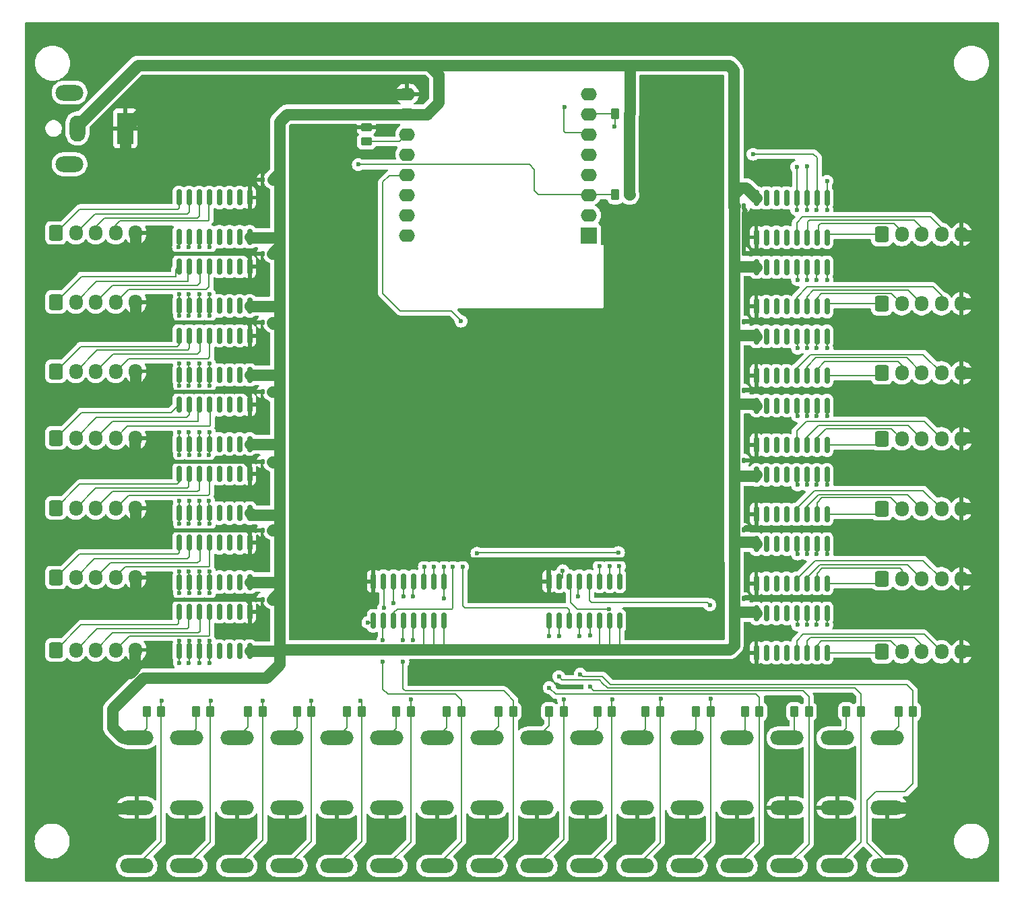
<source format=gbr>
%TF.GenerationSoftware,KiCad,Pcbnew,8.0.5*%
%TF.CreationDate,2024-12-18T14:45:34+08:00*%
%TF.ProjectId,hardware,68617264-7761-4726-952e-6b696361645f,rev?*%
%TF.SameCoordinates,Original*%
%TF.FileFunction,Copper,L1,Top*%
%TF.FilePolarity,Positive*%
%FSLAX46Y46*%
G04 Gerber Fmt 4.6, Leading zero omitted, Abs format (unit mm)*
G04 Created by KiCad (PCBNEW 8.0.5) date 2024-12-18 14:45:34*
%MOMM*%
%LPD*%
G01*
G04 APERTURE LIST*
G04 Aperture macros list*
%AMRoundRect*
0 Rectangle with rounded corners*
0 $1 Rounding radius*
0 $2 $3 $4 $5 $6 $7 $8 $9 X,Y pos of 4 corners*
0 Add a 4 corners polygon primitive as box body*
4,1,4,$2,$3,$4,$5,$6,$7,$8,$9,$2,$3,0*
0 Add four circle primitives for the rounded corners*
1,1,$1+$1,$2,$3*
1,1,$1+$1,$4,$5*
1,1,$1+$1,$6,$7*
1,1,$1+$1,$8,$9*
0 Add four rect primitives between the rounded corners*
20,1,$1+$1,$2,$3,$4,$5,0*
20,1,$1+$1,$4,$5,$6,$7,0*
20,1,$1+$1,$6,$7,$8,$9,0*
20,1,$1+$1,$8,$9,$2,$3,0*%
G04 Aperture macros list end*
%TA.AperFunction,ComponentPad*%
%ADD10RoundRect,0.250000X-0.600000X-0.725000X0.600000X-0.725000X0.600000X0.725000X-0.600000X0.725000X0*%
%TD*%
%TA.AperFunction,ComponentPad*%
%ADD11O,1.700000X1.950000*%
%TD*%
%TA.AperFunction,SMDPad,CuDef*%
%ADD12RoundRect,0.140000X0.140000X0.170000X-0.140000X0.170000X-0.140000X-0.170000X0.140000X-0.170000X0*%
%TD*%
%TA.AperFunction,SMDPad,CuDef*%
%ADD13RoundRect,0.140000X-0.140000X-0.170000X0.140000X-0.170000X0.140000X0.170000X-0.140000X0.170000X0*%
%TD*%
%TA.AperFunction,SMDPad,CuDef*%
%ADD14RoundRect,0.150000X0.150000X-0.825000X0.150000X0.825000X-0.150000X0.825000X-0.150000X-0.825000X0*%
%TD*%
%TA.AperFunction,SMDPad,CuDef*%
%ADD15RoundRect,0.150000X-0.150000X0.825000X-0.150000X-0.825000X0.150000X-0.825000X0.150000X0.825000X0*%
%TD*%
%TA.AperFunction,SMDPad,CuDef*%
%ADD16RoundRect,0.250000X-0.262500X-0.450000X0.262500X-0.450000X0.262500X0.450000X-0.262500X0.450000X0*%
%TD*%
%TA.AperFunction,ComponentPad*%
%ADD17R,2.000000X4.000000*%
%TD*%
%TA.AperFunction,ComponentPad*%
%ADD18O,2.000000X3.300000*%
%TD*%
%TA.AperFunction,ComponentPad*%
%ADD19O,3.500000X2.000000*%
%TD*%
%TA.AperFunction,ComponentPad*%
%ADD20R,2.000000X2.000000*%
%TD*%
%TA.AperFunction,ComponentPad*%
%ADD21O,2.000000X1.600000*%
%TD*%
%TA.AperFunction,SMDPad,CuDef*%
%ADD22RoundRect,0.250000X0.262500X0.450000X-0.262500X0.450000X-0.262500X-0.450000X0.262500X-0.450000X0*%
%TD*%
%TA.AperFunction,SMDPad,CuDef*%
%ADD23RoundRect,0.250000X-0.450000X0.262500X-0.450000X-0.262500X0.450000X-0.262500X0.450000X0.262500X0*%
%TD*%
%TA.AperFunction,ComponentPad*%
%ADD24O,4.200000X1.800000*%
%TD*%
%TA.AperFunction,ViaPad*%
%ADD25C,0.600000*%
%TD*%
%TA.AperFunction,Conductor*%
%ADD26C,1.200000*%
%TD*%
%TA.AperFunction,Conductor*%
%ADD27C,1.400000*%
%TD*%
%TA.AperFunction,Conductor*%
%ADD28C,0.200000*%
%TD*%
%TA.AperFunction,Conductor*%
%ADD29C,0.500000*%
%TD*%
G04 APERTURE END LIST*
D10*
%TO.P,M14,1*%
%TO.N,BLUE14*%
X266100000Y-123200000D03*
D11*
%TO.P,M14,2*%
%TO.N,PINK14*%
X268600000Y-123200000D03*
%TO.P,M14,3,-*%
%TO.N,YELLOW14*%
X271100000Y-123200000D03*
%TO.P,M14,4*%
%TO.N,ORANGE14*%
X273600000Y-123200000D03*
%TO.P,M14,5*%
%TO.N,RED*%
X276100000Y-123200000D03*
%TD*%
D10*
%TO.P,M13,1*%
%TO.N,BLUE13*%
X266100000Y-114000000D03*
D11*
%TO.P,M13,2*%
%TO.N,PINK13*%
X268600000Y-114000000D03*
%TO.P,M13,3,-*%
%TO.N,YELLOW13*%
X271100000Y-114000000D03*
%TO.P,M13,4*%
%TO.N,ORANGE13*%
X273600000Y-114000000D03*
%TO.P,M13,5*%
%TO.N,RED*%
X276100000Y-114000000D03*
%TD*%
D10*
%TO.P,M12,1*%
%TO.N,BLUE12*%
X266100000Y-105200000D03*
D11*
%TO.P,M12,2*%
%TO.N,PINK12*%
X268600000Y-105200000D03*
%TO.P,M12,3,-*%
%TO.N,YELLOW12*%
X271100000Y-105200000D03*
%TO.P,M12,4*%
%TO.N,ORANGE12*%
X273600000Y-105200000D03*
%TO.P,M12,5*%
%TO.N,RED*%
X276100000Y-105200000D03*
%TD*%
D10*
%TO.P,M11,1*%
%TO.N,BLUE11*%
X266100000Y-96400000D03*
D11*
%TO.P,M11,2*%
%TO.N,PINK11*%
X268600000Y-96400000D03*
%TO.P,M11,3,-*%
%TO.N,YELLOW11*%
X271100000Y-96400000D03*
%TO.P,M11,4*%
%TO.N,ORANGE11*%
X273600000Y-96400000D03*
%TO.P,M11,5*%
%TO.N,RED*%
X276100000Y-96400000D03*
%TD*%
D10*
%TO.P,M10,1*%
%TO.N,BLUE10*%
X266100000Y-88100000D03*
D11*
%TO.P,M10,2*%
%TO.N,PINK10*%
X268600000Y-88100000D03*
%TO.P,M10,3,-*%
%TO.N,YELLOW10*%
X271100000Y-88100000D03*
%TO.P,M10,4*%
%TO.N,ORANGE10*%
X273600000Y-88100000D03*
%TO.P,M10,5*%
%TO.N,RED*%
X276100000Y-88100000D03*
%TD*%
D10*
%TO.P,M9,1*%
%TO.N,BLUE9*%
X266100000Y-79400000D03*
D11*
%TO.P,M9,2*%
%TO.N,PINK9*%
X268600000Y-79400000D03*
%TO.P,M9,3,-*%
%TO.N,YELLOW9*%
X271100000Y-79400000D03*
%TO.P,M9,4*%
%TO.N,ORANGE9*%
X273600000Y-79400000D03*
%TO.P,M9,5*%
%TO.N,RED*%
X276100000Y-79400000D03*
%TD*%
D10*
%TO.P,M8,1*%
%TO.N,BLUE8*%
X266100000Y-70700000D03*
D11*
%TO.P,M8,2*%
%TO.N,PINK8*%
X268600000Y-70700000D03*
%TO.P,M8,3,-*%
%TO.N,YELLOW8*%
X271100000Y-70700000D03*
%TO.P,M8,4*%
%TO.N,ORANGE8*%
X273600000Y-70700000D03*
%TO.P,M8,5*%
%TO.N,RED*%
X276100000Y-70700000D03*
%TD*%
%TO.P,M7,5*%
%TO.N,RED*%
X172300000Y-122950000D03*
%TO.P,M7,4*%
%TO.N,ORANGE7*%
X169800000Y-122950000D03*
%TO.P,M7,3,-*%
%TO.N,YELLOW7*%
X167300000Y-122950000D03*
%TO.P,M7,2*%
%TO.N,PINK7*%
X164800000Y-122950000D03*
D10*
%TO.P,M7,1*%
%TO.N,BLUE7*%
X162300000Y-122950000D03*
%TD*%
D11*
%TO.P,M6,5*%
%TO.N,RED*%
X172300000Y-113850000D03*
%TO.P,M6,4*%
%TO.N,ORANGE6*%
X169800000Y-113850000D03*
%TO.P,M6,3,-*%
%TO.N,YELLOW6*%
X167300000Y-113850000D03*
%TO.P,M6,2*%
%TO.N,PINK6*%
X164800000Y-113850000D03*
D10*
%TO.P,M6,1*%
%TO.N,BLUE6*%
X162300000Y-113850000D03*
%TD*%
D11*
%TO.P,M5,5*%
%TO.N,RED*%
X172300000Y-105100000D03*
%TO.P,M5,4*%
%TO.N,ORANGE5*%
X169800000Y-105100000D03*
%TO.P,M5,3,-*%
%TO.N,YELLOW5*%
X167300000Y-105100000D03*
%TO.P,M5,2*%
%TO.N,PINK5*%
X164800000Y-105100000D03*
D10*
%TO.P,M5,1*%
%TO.N,BLUE5*%
X162300000Y-105100000D03*
%TD*%
D11*
%TO.P,M4,5*%
%TO.N,RED*%
X172300000Y-96300000D03*
%TO.P,M4,4*%
%TO.N,ORANGE4*%
X169800000Y-96300000D03*
%TO.P,M4,3,-*%
%TO.N,YELLOW4*%
X167300000Y-96300000D03*
%TO.P,M4,2*%
%TO.N,PINK4*%
X164800000Y-96300000D03*
D10*
%TO.P,M4,1*%
%TO.N,BLUE4*%
X162300000Y-96300000D03*
%TD*%
D11*
%TO.P,M3,5*%
%TO.N,RED*%
X172300000Y-87900000D03*
%TO.P,M3,4*%
%TO.N,ORANGE3*%
X169800000Y-87900000D03*
%TO.P,M3,3,-*%
%TO.N,YELLOW3*%
X167300000Y-87900000D03*
%TO.P,M3,2*%
%TO.N,PINK3*%
X164800000Y-87900000D03*
D10*
%TO.P,M3,1*%
%TO.N,BLUE3*%
X162300000Y-87900000D03*
%TD*%
%TO.P,M2,1*%
%TO.N,BLUE2*%
X162300000Y-79200000D03*
D11*
%TO.P,M2,2*%
%TO.N,PINK2*%
X164800000Y-79200000D03*
%TO.P,M2,3,-*%
%TO.N,YELLOW2*%
X167300000Y-79200000D03*
%TO.P,M2,4*%
%TO.N,ORANGE2*%
X169800000Y-79200000D03*
%TO.P,M2,5*%
%TO.N,RED*%
X172300000Y-79200000D03*
%TD*%
%TO.P,M1,5*%
%TO.N,RED*%
X172300000Y-70500000D03*
%TO.P,M1,4*%
%TO.N,ORANGE1*%
X169800000Y-70500000D03*
%TO.P,M1,3,-*%
%TO.N,YELLOW1*%
X167300000Y-70500000D03*
%TO.P,M1,2*%
%TO.N,PINK1*%
X164800000Y-70500000D03*
D10*
%TO.P,M1,1*%
%TO.N,BLUE1*%
X162300000Y-70500000D03*
%TD*%
D12*
%TO.P,C14,1*%
%TO.N,RED*%
X248700000Y-116500000D03*
%TO.P,C14,2*%
%TO.N,GND*%
X247740000Y-116500000D03*
%TD*%
%TO.P,C13,1*%
%TO.N,RED*%
X248700000Y-107800000D03*
%TO.P,C13,2*%
%TO.N,GND*%
X247740000Y-107800000D03*
%TD*%
%TO.P,C12,1*%
%TO.N,RED*%
X248700000Y-99100000D03*
%TO.P,C12,2*%
%TO.N,GND*%
X247740000Y-99100000D03*
%TD*%
%TO.P,C11,2*%
%TO.N,GND*%
X247740000Y-90300000D03*
%TO.P,C11,1*%
%TO.N,RED*%
X248700000Y-90300000D03*
%TD*%
%TO.P,C10,1*%
%TO.N,RED*%
X248700000Y-81700000D03*
%TO.P,C10,2*%
%TO.N,GND*%
X247740000Y-81700000D03*
%TD*%
%TO.P,C9,1*%
%TO.N,RED*%
X248700000Y-73000000D03*
%TO.P,C9,2*%
%TO.N,GND*%
X247740000Y-73000000D03*
%TD*%
%TO.P,C8,1*%
%TO.N,RED*%
X248780000Y-67100000D03*
%TO.P,C8,2*%
%TO.N,GND*%
X247820000Y-67100000D03*
%TD*%
D13*
%TO.P,C7,1*%
%TO.N,RED*%
X188320000Y-116600000D03*
%TO.P,C7,2*%
%TO.N,GND*%
X189280000Y-116600000D03*
%TD*%
%TO.P,C6,1*%
%TO.N,RED*%
X188320000Y-107900000D03*
%TO.P,C6,2*%
%TO.N,GND*%
X189280000Y-107900000D03*
%TD*%
%TO.P,C5,1*%
%TO.N,RED*%
X188320000Y-99300000D03*
%TO.P,C5,2*%
%TO.N,GND*%
X189280000Y-99300000D03*
%TD*%
%TO.P,C4,1*%
%TO.N,RED*%
X188320000Y-90500000D03*
%TO.P,C4,2*%
%TO.N,GND*%
X189280000Y-90500000D03*
%TD*%
%TO.P,C3,1*%
%TO.N,RED*%
X188320000Y-81800000D03*
%TO.P,C3,2*%
%TO.N,GND*%
X189280000Y-81800000D03*
%TD*%
%TO.P,C2,1*%
%TO.N,RED*%
X188320000Y-73100000D03*
%TO.P,C2,2*%
%TO.N,GND*%
X189280000Y-73100000D03*
%TD*%
%TO.P,C1,1*%
%TO.N,RED*%
X188320000Y-63800000D03*
%TO.P,C1,2*%
%TO.N,GND*%
X189280000Y-63800000D03*
%TD*%
D14*
%TO.P,U8,1,I1*%
%TO.N,IN1*%
X177755000Y-105733332D03*
%TO.P,U8,2,I2*%
%TO.N,IN2*%
X179025000Y-105733332D03*
%TO.P,U8,3,I3*%
%TO.N,IN3*%
X180295000Y-105733332D03*
%TO.P,U8,4,I4*%
%TO.N,IN4*%
X181565000Y-105733332D03*
%TO.P,U8,5,I5*%
%TO.N,unconnected-(U8-I5-Pad5)*%
X182835000Y-105733332D03*
%TO.P,U8,6,I6*%
%TO.N,unconnected-(U8-I6-Pad6)*%
X184105000Y-105733332D03*
%TO.P,U8,7,I7*%
%TO.N,unconnected-(U8-I7-Pad7)*%
X185375000Y-105733332D03*
%TO.P,U8,8,GND*%
%TO.N,GND*%
X186645000Y-105733332D03*
%TO.P,U8,9,COM*%
%TO.N,RED*%
X186645000Y-100783332D03*
%TO.P,U8,10,O7*%
%TO.N,unconnected-(U8-O7-Pad10)*%
X185375000Y-100783332D03*
%TO.P,U8,11,O6*%
%TO.N,unconnected-(U8-O6-Pad11)*%
X184105000Y-100783332D03*
%TO.P,U8,12,O5*%
%TO.N,unconnected-(U8-O5-Pad12)*%
X182835000Y-100783332D03*
%TO.P,U8,13,O4*%
%TO.N,ORANGE5*%
X181565000Y-100783332D03*
%TO.P,U8,14,O3*%
%TO.N,YELLOW5*%
X180295000Y-100783332D03*
%TO.P,U8,15,O2*%
%TO.N,PINK5*%
X179025000Y-100783332D03*
%TO.P,U8,16,O1*%
%TO.N,BLUE5*%
X177755000Y-100783332D03*
%TD*%
D15*
%TO.P,U14,1,I1*%
%TO.N,IN1*%
X259200000Y-92224999D03*
%TO.P,U14,2,I2*%
%TO.N,IN2*%
X257930000Y-92224999D03*
%TO.P,U14,3,I3*%
%TO.N,IN3*%
X256660000Y-92224999D03*
%TO.P,U14,4,I4*%
%TO.N,IN4*%
X255390000Y-92224999D03*
%TO.P,U14,5,I5*%
%TO.N,unconnected-(U14-I5-Pad5)*%
X254120000Y-92224999D03*
%TO.P,U14,6,I6*%
%TO.N,unconnected-(U14-I6-Pad6)*%
X252850000Y-92224999D03*
%TO.P,U14,7,I7*%
%TO.N,unconnected-(U14-I7-Pad7)*%
X251580000Y-92224999D03*
%TO.P,U14,8,GND*%
%TO.N,GND*%
X250310000Y-92224999D03*
%TO.P,U14,9,COM*%
%TO.N,RED*%
X250310000Y-97174999D03*
%TO.P,U14,10,O7*%
%TO.N,unconnected-(U14-O7-Pad10)*%
X251580000Y-97174999D03*
%TO.P,U14,11,O6*%
%TO.N,unconnected-(U14-O6-Pad11)*%
X252850000Y-97174999D03*
%TO.P,U14,12,O5*%
%TO.N,unconnected-(U14-O5-Pad12)*%
X254120000Y-97174999D03*
%TO.P,U14,13,O4*%
%TO.N,ORANGE11*%
X255390000Y-97174999D03*
%TO.P,U14,14,O3*%
%TO.N,YELLOW11*%
X256660000Y-97174999D03*
%TO.P,U14,15,O2*%
%TO.N,PINK11*%
X257930000Y-97174999D03*
%TO.P,U14,16,O1*%
%TO.N,BLUE11*%
X259200000Y-97174999D03*
%TD*%
D16*
%TO.P,R12,1*%
%TO.N,GND*%
X224287500Y-130700000D03*
%TO.P,R12,2*%
%TO.N,SW9*%
X226112500Y-130700000D03*
%TD*%
%TO.P,R13,1*%
%TO.N,GND*%
X230337500Y-130700000D03*
%TO.P,R13,2*%
%TO.N,SW10*%
X232162500Y-130700000D03*
%TD*%
D15*
%TO.P,U17,1,I1*%
%TO.N,IN1*%
X259200000Y-118350000D03*
%TO.P,U17,2,I2*%
%TO.N,IN2*%
X257930000Y-118350000D03*
%TO.P,U17,3,I3*%
%TO.N,IN3*%
X256660000Y-118350000D03*
%TO.P,U17,4,I4*%
%TO.N,IN4*%
X255390000Y-118350000D03*
%TO.P,U17,5,I5*%
%TO.N,unconnected-(U17-I5-Pad5)*%
X254120000Y-118350000D03*
%TO.P,U17,6,I6*%
%TO.N,unconnected-(U17-I6-Pad6)*%
X252850000Y-118350000D03*
%TO.P,U17,7,I7*%
%TO.N,unconnected-(U17-I7-Pad7)*%
X251580000Y-118350000D03*
%TO.P,U17,8,GND*%
%TO.N,GND*%
X250310000Y-118350000D03*
%TO.P,U17,9,COM*%
%TO.N,RED*%
X250310000Y-123300000D03*
%TO.P,U17,10,O7*%
%TO.N,unconnected-(U17-O7-Pad10)*%
X251580000Y-123300000D03*
%TO.P,U17,11,O6*%
%TO.N,unconnected-(U17-O6-Pad11)*%
X252850000Y-123300000D03*
%TO.P,U17,12,O5*%
%TO.N,unconnected-(U17-O5-Pad12)*%
X254120000Y-123300000D03*
%TO.P,U17,13,O4*%
%TO.N,ORANGE14*%
X255390000Y-123300000D03*
%TO.P,U17,14,O3*%
%TO.N,YELLOW14*%
X256660000Y-123300000D03*
%TO.P,U17,15,O2*%
%TO.N,PINK14*%
X257930000Y-123300000D03*
%TO.P,U17,16,O1*%
%TO.N,BLUE14*%
X259200000Y-123300000D03*
%TD*%
D16*
%TO.P,R5,1*%
%TO.N,GND*%
X179875000Y-130700000D03*
%TO.P,R5,2*%
%TO.N,SW2*%
X181700000Y-130700000D03*
%TD*%
%TO.P,R19,1*%
%TO.N,GND*%
X268187500Y-130700000D03*
%TO.P,R19,2*%
%TO.N,SW16*%
X270012500Y-130700000D03*
%TD*%
%TO.P,R7,1*%
%TO.N,GND*%
X192575000Y-130700000D03*
%TO.P,R7,2*%
%TO.N,SW4*%
X194400000Y-130700000D03*
%TD*%
D14*
%TO.P,U7,1,I1*%
%TO.N,IN1*%
X177755000Y-97049999D03*
%TO.P,U7,2,I2*%
%TO.N,IN2*%
X179025000Y-97049999D03*
%TO.P,U7,3,I3*%
%TO.N,IN3*%
X180295000Y-97049999D03*
%TO.P,U7,4,I4*%
%TO.N,IN4*%
X181565000Y-97049999D03*
%TO.P,U7,5,I5*%
%TO.N,unconnected-(U7-I5-Pad5)*%
X182835000Y-97049999D03*
%TO.P,U7,6,I6*%
%TO.N,unconnected-(U7-I6-Pad6)*%
X184105000Y-97049999D03*
%TO.P,U7,7,I7*%
%TO.N,unconnected-(U7-I7-Pad7)*%
X185375000Y-97049999D03*
%TO.P,U7,8,GND*%
%TO.N,GND*%
X186645000Y-97049999D03*
%TO.P,U7,9,COM*%
%TO.N,RED*%
X186645000Y-92099999D03*
%TO.P,U7,10,O7*%
%TO.N,unconnected-(U7-O7-Pad10)*%
X185375000Y-92099999D03*
%TO.P,U7,11,O6*%
%TO.N,unconnected-(U7-O6-Pad11)*%
X184105000Y-92099999D03*
%TO.P,U7,12,O5*%
%TO.N,unconnected-(U7-O5-Pad12)*%
X182835000Y-92099999D03*
%TO.P,U7,13,O4*%
%TO.N,ORANGE4*%
X181565000Y-92099999D03*
%TO.P,U7,14,O3*%
%TO.N,YELLOW4*%
X180295000Y-92099999D03*
%TO.P,U7,15,O2*%
%TO.N,PINK4*%
X179025000Y-92099999D03*
%TO.P,U7,16,O1*%
%TO.N,BLUE4*%
X177755000Y-92099999D03*
%TD*%
D17*
%TO.P,J2,1*%
%TO.N,RED*%
X171000000Y-57350000D03*
D18*
%TO.P,J2,2*%
%TO.N,GND*%
X165000000Y-57350000D03*
D19*
%TO.P,J2,MP*%
%TO.N,N/C*%
X164000000Y-52850000D03*
X164000000Y-61850000D03*
%TD*%
D14*
%TO.P,U5,1,I1*%
%TO.N,IN1*%
X177755000Y-79683333D03*
%TO.P,U5,2,I2*%
%TO.N,IN2*%
X179025000Y-79683333D03*
%TO.P,U5,3,I3*%
%TO.N,IN3*%
X180295000Y-79683333D03*
%TO.P,U5,4,I4*%
%TO.N,IN4*%
X181565000Y-79683333D03*
%TO.P,U5,5,I5*%
%TO.N,unconnected-(U5-I5-Pad5)*%
X182835000Y-79683333D03*
%TO.P,U5,6,I6*%
%TO.N,unconnected-(U5-I6-Pad6)*%
X184105000Y-79683333D03*
%TO.P,U5,7,I7*%
%TO.N,unconnected-(U5-I7-Pad7)*%
X185375000Y-79683333D03*
%TO.P,U5,8,GND*%
%TO.N,GND*%
X186645000Y-79683333D03*
%TO.P,U5,9,COM*%
%TO.N,RED*%
X186645000Y-74733333D03*
%TO.P,U5,10,O7*%
%TO.N,unconnected-(U5-O7-Pad10)*%
X185375000Y-74733333D03*
%TO.P,U5,11,O6*%
%TO.N,unconnected-(U5-O6-Pad11)*%
X184105000Y-74733333D03*
%TO.P,U5,12,O5*%
%TO.N,unconnected-(U5-O5-Pad12)*%
X182835000Y-74733333D03*
%TO.P,U5,13,O4*%
%TO.N,ORANGE2*%
X181565000Y-74733333D03*
%TO.P,U5,14,O3*%
%TO.N,YELLOW2*%
X180295000Y-74733333D03*
%TO.P,U5,15,O2*%
%TO.N,PINK2*%
X179025000Y-74733333D03*
%TO.P,U5,16,O1*%
%TO.N,BLUE2*%
X177755000Y-74733333D03*
%TD*%
%TO.P,U9,1,I1*%
%TO.N,IN1*%
X177755000Y-114416665D03*
%TO.P,U9,2,I2*%
%TO.N,IN2*%
X179025000Y-114416665D03*
%TO.P,U9,3,I3*%
%TO.N,IN3*%
X180295000Y-114416665D03*
%TO.P,U9,4,I4*%
%TO.N,IN4*%
X181565000Y-114416665D03*
%TO.P,U9,5,I5*%
%TO.N,unconnected-(U9-I5-Pad5)*%
X182835000Y-114416665D03*
%TO.P,U9,6,I6*%
%TO.N,unconnected-(U9-I6-Pad6)*%
X184105000Y-114416665D03*
%TO.P,U9,7,I7*%
%TO.N,unconnected-(U9-I7-Pad7)*%
X185375000Y-114416665D03*
%TO.P,U9,8,GND*%
%TO.N,GND*%
X186645000Y-114416665D03*
%TO.P,U9,9,COM*%
%TO.N,RED*%
X186645000Y-109466665D03*
%TO.P,U9,10,O7*%
%TO.N,unconnected-(U9-O7-Pad10)*%
X185375000Y-109466665D03*
%TO.P,U9,11,O6*%
%TO.N,unconnected-(U9-O6-Pad11)*%
X184105000Y-109466665D03*
%TO.P,U9,12,O5*%
%TO.N,unconnected-(U9-O5-Pad12)*%
X182835000Y-109466665D03*
%TO.P,U9,13,O4*%
%TO.N,ORANGE6*%
X181565000Y-109466665D03*
%TO.P,U9,14,O3*%
%TO.N,YELLOW6*%
X180295000Y-109466665D03*
%TO.P,U9,15,O2*%
%TO.N,PINK6*%
X179025000Y-109466665D03*
%TO.P,U9,16,O1*%
%TO.N,BLUE6*%
X177755000Y-109466665D03*
%TD*%
%TO.P,U3,1,X4*%
%TO.N,SW13*%
X224255000Y-119275000D03*
%TO.P,U3,2,X6*%
%TO.N,SW15*%
X225525000Y-119275000D03*
%TO.P,U3,3,X*%
%TO.N,MUX2COM*%
X226795000Y-119275000D03*
%TO.P,U3,4,X7*%
%TO.N,SW16*%
X228065000Y-119275000D03*
%TO.P,U3,5,X5*%
%TO.N,SW14*%
X229335000Y-119275000D03*
%TO.P,U3,6,INH*%
%TO.N,GND*%
X230605000Y-119275000D03*
%TO.P,U3,7,VEE*%
X231875000Y-119275000D03*
%TO.P,U3,8,VSS*%
X233145000Y-119275000D03*
%TO.P,U3,9,C*%
%TO.N,C*%
X233145000Y-114325000D03*
%TO.P,U3,10,B*%
%TO.N,B*%
X231875000Y-114325000D03*
%TO.P,U3,11,A*%
%TO.N,A*%
X230605000Y-114325000D03*
%TO.P,U3,12,X3*%
%TO.N,SW12*%
X229335000Y-114325000D03*
%TO.P,U3,13,X0*%
%TO.N,SW9*%
X228065000Y-114325000D03*
%TO.P,U3,14,X1*%
%TO.N,SW10*%
X226795000Y-114325000D03*
%TO.P,U3,15,X2*%
%TO.N,SW11*%
X225525000Y-114325000D03*
%TO.P,U3,16,VDD*%
%TO.N,RED*%
X224255000Y-114325000D03*
%TD*%
D16*
%TO.P,R14,1*%
%TO.N,GND*%
X236387500Y-130700000D03*
%TO.P,R14,2*%
%TO.N,SW11*%
X238212500Y-130700000D03*
%TD*%
%TO.P,R16,1*%
%TO.N,GND*%
X248887500Y-130700000D03*
%TO.P,R16,2*%
%TO.N,SW13*%
X250712500Y-130700000D03*
%TD*%
D20*
%TO.P,U1,1,~{RST}*%
%TO.N,unconnected-(U1-~{RST}-Pad1)*%
X229290000Y-70800000D03*
D21*
%TO.P,U1,2,A0*%
%TO.N,unconnected-(U1-A0-Pad2)*%
X229290000Y-68260000D03*
%TO.P,U1,3,D0*%
%TO.N,A*%
X229290000Y-65720000D03*
%TO.P,U1,4,SCK/D5*%
%TO.N,IN1*%
X229290000Y-63180000D03*
%TO.P,U1,5,MISO/D6*%
%TO.N,IN2*%
X229290000Y-60640000D03*
%TO.P,U1,6,MOSI/D7*%
%TO.N,IN4*%
X229290000Y-58100000D03*
%TO.P,U1,7,CS/D8*%
%TO.N,IN3*%
X229290000Y-55560000D03*
%TO.P,U1,8,3V3*%
%TO.N,unconnected-(U1-3V3-Pad8)*%
X229290000Y-53020000D03*
%TO.P,U1,9,5V*%
%TO.N,RED*%
X206430000Y-53020000D03*
%TO.P,U1,10,GND*%
%TO.N,GND*%
X206430000Y-55560000D03*
%TO.P,U1,11,D4*%
%TO.N,B*%
X206430000Y-58100000D03*
%TO.P,U1,12,D3*%
%TO.N,C*%
X206430000Y-60640000D03*
%TO.P,U1,13,SDA/D2*%
%TO.N,MUX2COM*%
X206430000Y-63180000D03*
%TO.P,U1,14,SCL/D1*%
%TO.N,MUX1COM*%
X206430000Y-65720000D03*
%TO.P,U1,15,RX*%
%TO.N,unconnected-(U1-RX-Pad15)*%
X206430000Y-68260000D03*
%TO.P,U1,16,TX*%
%TO.N,unconnected-(U1-TX-Pad16)*%
X206430000Y-70800000D03*
%TD*%
D16*
%TO.P,R10,1*%
%TO.N,GND*%
X211437500Y-130700000D03*
%TO.P,R10,2*%
%TO.N,SW7*%
X213262500Y-130700000D03*
%TD*%
%TO.P,R9,1*%
%TO.N,GND*%
X205087500Y-130700000D03*
%TO.P,R9,2*%
%TO.N,SW6*%
X206912500Y-130700000D03*
%TD*%
D22*
%TO.P,R1,1*%
%TO.N,GND*%
X234415000Y-65700000D03*
%TO.P,R1,2*%
%TO.N,A*%
X232590000Y-65700000D03*
%TD*%
D15*
%TO.P,U16,1,I1*%
%TO.N,IN1*%
X259200000Y-109641665D03*
%TO.P,U16,2,I2*%
%TO.N,IN2*%
X257930000Y-109641665D03*
%TO.P,U16,3,I3*%
%TO.N,IN3*%
X256660000Y-109641665D03*
%TO.P,U16,4,I4*%
%TO.N,IN4*%
X255390000Y-109641665D03*
%TO.P,U16,5,I5*%
%TO.N,unconnected-(U16-I5-Pad5)*%
X254120000Y-109641665D03*
%TO.P,U16,6,I6*%
%TO.N,unconnected-(U16-I6-Pad6)*%
X252850000Y-109641665D03*
%TO.P,U16,7,I7*%
%TO.N,unconnected-(U16-I7-Pad7)*%
X251580000Y-109641665D03*
%TO.P,U16,8,GND*%
%TO.N,GND*%
X250310000Y-109641665D03*
%TO.P,U16,9,COM*%
%TO.N,RED*%
X250310000Y-114591665D03*
%TO.P,U16,10,O7*%
%TO.N,unconnected-(U16-O7-Pad10)*%
X251580000Y-114591665D03*
%TO.P,U16,11,O6*%
%TO.N,unconnected-(U16-O6-Pad11)*%
X252850000Y-114591665D03*
%TO.P,U16,12,O5*%
%TO.N,unconnected-(U16-O5-Pad12)*%
X254120000Y-114591665D03*
%TO.P,U16,13,O4*%
%TO.N,ORANGE13*%
X255390000Y-114591665D03*
%TO.P,U16,14,O3*%
%TO.N,YELLOW13*%
X256660000Y-114591665D03*
%TO.P,U16,15,O2*%
%TO.N,PINK13*%
X257930000Y-114591665D03*
%TO.P,U16,16,O1*%
%TO.N,BLUE13*%
X259200000Y-114591665D03*
%TD*%
D14*
%TO.P,U6,1,I1*%
%TO.N,IN1*%
X177755000Y-88366666D03*
%TO.P,U6,2,I2*%
%TO.N,IN2*%
X179025000Y-88366666D03*
%TO.P,U6,3,I3*%
%TO.N,IN3*%
X180295000Y-88366666D03*
%TO.P,U6,4,I4*%
%TO.N,IN4*%
X181565000Y-88366666D03*
%TO.P,U6,5,I5*%
%TO.N,unconnected-(U6-I5-Pad5)*%
X182835000Y-88366666D03*
%TO.P,U6,6,I6*%
%TO.N,unconnected-(U6-I6-Pad6)*%
X184105000Y-88366666D03*
%TO.P,U6,7,I7*%
%TO.N,unconnected-(U6-I7-Pad7)*%
X185375000Y-88366666D03*
%TO.P,U6,8,GND*%
%TO.N,GND*%
X186645000Y-88366666D03*
%TO.P,U6,9,COM*%
%TO.N,RED*%
X186645000Y-83416666D03*
%TO.P,U6,10,O7*%
%TO.N,unconnected-(U6-O7-Pad10)*%
X185375000Y-83416666D03*
%TO.P,U6,11,O6*%
%TO.N,unconnected-(U6-O6-Pad11)*%
X184105000Y-83416666D03*
%TO.P,U6,12,O5*%
%TO.N,unconnected-(U6-O5-Pad12)*%
X182835000Y-83416666D03*
%TO.P,U6,13,O4*%
%TO.N,ORANGE3*%
X181565000Y-83416666D03*
%TO.P,U6,14,O3*%
%TO.N,YELLOW3*%
X180295000Y-83416666D03*
%TO.P,U6,15,O2*%
%TO.N,PINK3*%
X179025000Y-83416666D03*
%TO.P,U6,16,O1*%
%TO.N,BLUE3*%
X177755000Y-83416666D03*
%TD*%
D16*
%TO.P,R15,1*%
%TO.N,GND*%
X242737500Y-130700000D03*
%TO.P,R15,2*%
%TO.N,SW12*%
X244562500Y-130700000D03*
%TD*%
D15*
%TO.P,U15,1,I1*%
%TO.N,IN1*%
X259200000Y-100933332D03*
%TO.P,U15,2,I2*%
%TO.N,IN2*%
X257930000Y-100933332D03*
%TO.P,U15,3,I3*%
%TO.N,IN3*%
X256660000Y-100933332D03*
%TO.P,U15,4,I4*%
%TO.N,IN4*%
X255390000Y-100933332D03*
%TO.P,U15,5,I5*%
%TO.N,unconnected-(U15-I5-Pad5)*%
X254120000Y-100933332D03*
%TO.P,U15,6,I6*%
%TO.N,unconnected-(U15-I6-Pad6)*%
X252850000Y-100933332D03*
%TO.P,U15,7,I7*%
%TO.N,unconnected-(U15-I7-Pad7)*%
X251580000Y-100933332D03*
%TO.P,U15,8,GND*%
%TO.N,GND*%
X250310000Y-100933332D03*
%TO.P,U15,9,COM*%
%TO.N,RED*%
X250310000Y-105883332D03*
%TO.P,U15,10,O7*%
%TO.N,unconnected-(U15-O7-Pad10)*%
X251580000Y-105883332D03*
%TO.P,U15,11,O6*%
%TO.N,unconnected-(U15-O6-Pad11)*%
X252850000Y-105883332D03*
%TO.P,U15,12,O5*%
%TO.N,unconnected-(U15-O5-Pad12)*%
X254120000Y-105883332D03*
%TO.P,U15,13,O4*%
%TO.N,ORANGE12*%
X255390000Y-105883332D03*
%TO.P,U15,14,O3*%
%TO.N,YELLOW12*%
X256660000Y-105883332D03*
%TO.P,U15,15,O2*%
%TO.N,PINK12*%
X257930000Y-105883332D03*
%TO.P,U15,16,O1*%
%TO.N,BLUE12*%
X259200000Y-105883332D03*
%TD*%
D16*
%TO.P,R18,1*%
%TO.N,GND*%
X261637500Y-130700000D03*
%TO.P,R18,2*%
%TO.N,SW15*%
X263462500Y-130700000D03*
%TD*%
%TO.P,R17,1*%
%TO.N,GND*%
X255087500Y-130700000D03*
%TO.P,R17,2*%
%TO.N,SW14*%
X256912500Y-130700000D03*
%TD*%
D14*
%TO.P,U4,1,I1*%
%TO.N,IN1*%
X177755000Y-71000000D03*
%TO.P,U4,2,I2*%
%TO.N,IN2*%
X179025000Y-71000000D03*
%TO.P,U4,3,I3*%
%TO.N,IN3*%
X180295000Y-71000000D03*
%TO.P,U4,4,I4*%
%TO.N,IN4*%
X181565000Y-71000000D03*
%TO.P,U4,5,I5*%
%TO.N,unconnected-(U4-I5-Pad5)*%
X182835000Y-71000000D03*
%TO.P,U4,6,I6*%
%TO.N,unconnected-(U4-I6-Pad6)*%
X184105000Y-71000000D03*
%TO.P,U4,7,I7*%
%TO.N,unconnected-(U4-I7-Pad7)*%
X185375000Y-71000000D03*
%TO.P,U4,8,GND*%
%TO.N,GND*%
X186645000Y-71000000D03*
%TO.P,U4,9,COM*%
%TO.N,RED*%
X186645000Y-66050000D03*
%TO.P,U4,10,O7*%
%TO.N,unconnected-(U4-O7-Pad10)*%
X185375000Y-66050000D03*
%TO.P,U4,11,O6*%
%TO.N,unconnected-(U4-O6-Pad11)*%
X184105000Y-66050000D03*
%TO.P,U4,12,O5*%
%TO.N,unconnected-(U4-O5-Pad12)*%
X182835000Y-66050000D03*
%TO.P,U4,13,O4*%
%TO.N,ORANGE1*%
X181565000Y-66050000D03*
%TO.P,U4,14,O3*%
%TO.N,YELLOW1*%
X180295000Y-66050000D03*
%TO.P,U4,15,O2*%
%TO.N,PINK1*%
X179025000Y-66050000D03*
%TO.P,U4,16,O1*%
%TO.N,BLUE1*%
X177755000Y-66050000D03*
%TD*%
%TO.P,U2,1,X4*%
%TO.N,SW5*%
X202200000Y-119275000D03*
%TO.P,U2,2,X6*%
%TO.N,SW7*%
X203470000Y-119275000D03*
%TO.P,U2,3,X*%
%TO.N,MUX1COM*%
X204740000Y-119275000D03*
%TO.P,U2,4,X7*%
%TO.N,SW8*%
X206010000Y-119275000D03*
%TO.P,U2,5,X5*%
%TO.N,SW6*%
X207280000Y-119275000D03*
%TO.P,U2,6,INH*%
%TO.N,GND*%
X208550000Y-119275000D03*
%TO.P,U2,7,VEE*%
X209820000Y-119275000D03*
%TO.P,U2,8,VSS*%
X211090000Y-119275000D03*
%TO.P,U2,9,C*%
%TO.N,C*%
X211090000Y-114325000D03*
%TO.P,U2,10,B*%
%TO.N,B*%
X209820000Y-114325000D03*
%TO.P,U2,11,A*%
%TO.N,A*%
X208550000Y-114325000D03*
%TO.P,U2,12,X3*%
%TO.N,SW4*%
X207280000Y-114325000D03*
%TO.P,U2,13,X0*%
%TO.N,SW1*%
X206010000Y-114325000D03*
%TO.P,U2,14,X1*%
%TO.N,SW2*%
X204740000Y-114325000D03*
%TO.P,U2,15,X2*%
%TO.N,SW3*%
X203470000Y-114325000D03*
%TO.P,U2,16,VDD*%
%TO.N,RED*%
X202200000Y-114325000D03*
%TD*%
D16*
%TO.P,R11,1*%
%TO.N,GND*%
X217937500Y-130700000D03*
%TO.P,R11,2*%
%TO.N,SW8*%
X219762500Y-130700000D03*
%TD*%
%TO.P,R6,1*%
%TO.N,GND*%
X186425000Y-130700000D03*
%TO.P,R6,2*%
%TO.N,SW3*%
X188250000Y-130700000D03*
%TD*%
D15*
%TO.P,U13,1,I1*%
%TO.N,IN1*%
X259200000Y-83516666D03*
%TO.P,U13,2,I2*%
%TO.N,IN2*%
X257930000Y-83516666D03*
%TO.P,U13,3,I3*%
%TO.N,IN3*%
X256660000Y-83516666D03*
%TO.P,U13,4,I4*%
%TO.N,IN4*%
X255390000Y-83516666D03*
%TO.P,U13,5,I5*%
%TO.N,unconnected-(U13-I5-Pad5)*%
X254120000Y-83516666D03*
%TO.P,U13,6,I6*%
%TO.N,unconnected-(U13-I6-Pad6)*%
X252850000Y-83516666D03*
%TO.P,U13,7,I7*%
%TO.N,unconnected-(U13-I7-Pad7)*%
X251580000Y-83516666D03*
%TO.P,U13,8,GND*%
%TO.N,GND*%
X250310000Y-83516666D03*
%TO.P,U13,9,COM*%
%TO.N,RED*%
X250310000Y-88466666D03*
%TO.P,U13,10,O7*%
%TO.N,unconnected-(U13-O7-Pad10)*%
X251580000Y-88466666D03*
%TO.P,U13,11,O6*%
%TO.N,unconnected-(U13-O6-Pad11)*%
X252850000Y-88466666D03*
%TO.P,U13,12,O5*%
%TO.N,unconnected-(U13-O5-Pad12)*%
X254120000Y-88466666D03*
%TO.P,U13,13,O4*%
%TO.N,ORANGE10*%
X255390000Y-88466666D03*
%TO.P,U13,14,O3*%
%TO.N,YELLOW10*%
X256660000Y-88466666D03*
%TO.P,U13,15,O2*%
%TO.N,PINK10*%
X257930000Y-88466666D03*
%TO.P,U13,16,O1*%
%TO.N,BLUE10*%
X259200000Y-88466666D03*
%TD*%
D14*
%TO.P,U10,1,I1*%
%TO.N,IN1*%
X177755000Y-123100000D03*
%TO.P,U10,2,I2*%
%TO.N,IN2*%
X179025000Y-123100000D03*
%TO.P,U10,3,I3*%
%TO.N,IN3*%
X180295000Y-123100000D03*
%TO.P,U10,4,I4*%
%TO.N,IN4*%
X181565000Y-123100000D03*
%TO.P,U10,5,I5*%
%TO.N,unconnected-(U10-I5-Pad5)*%
X182835000Y-123100000D03*
%TO.P,U10,6,I6*%
%TO.N,unconnected-(U10-I6-Pad6)*%
X184105000Y-123100000D03*
%TO.P,U10,7,I7*%
%TO.N,unconnected-(U10-I7-Pad7)*%
X185375000Y-123100000D03*
%TO.P,U10,8,GND*%
%TO.N,GND*%
X186645000Y-123100000D03*
%TO.P,U10,9,COM*%
%TO.N,RED*%
X186645000Y-118150000D03*
%TO.P,U10,10,O7*%
%TO.N,unconnected-(U10-O7-Pad10)*%
X185375000Y-118150000D03*
%TO.P,U10,11,O6*%
%TO.N,unconnected-(U10-O6-Pad11)*%
X184105000Y-118150000D03*
%TO.P,U10,12,O5*%
%TO.N,unconnected-(U10-O5-Pad12)*%
X182835000Y-118150000D03*
%TO.P,U10,13,O4*%
%TO.N,ORANGE7*%
X181565000Y-118150000D03*
%TO.P,U10,14,O3*%
%TO.N,YELLOW7*%
X180295000Y-118150000D03*
%TO.P,U10,15,O2*%
%TO.N,PINK7*%
X179025000Y-118150000D03*
%TO.P,U10,16,O1*%
%TO.N,BLUE7*%
X177755000Y-118150000D03*
%TD*%
D23*
%TO.P,R3,1*%
%TO.N,RED*%
X201300000Y-57187500D03*
%TO.P,R3,2*%
%TO.N,B*%
X201300000Y-59012500D03*
%TD*%
D16*
%TO.P,R8,1*%
%TO.N,GND*%
X198875000Y-130700000D03*
%TO.P,R8,2*%
%TO.N,SW5*%
X200700000Y-130700000D03*
%TD*%
D15*
%TO.P,U12,1,I1*%
%TO.N,IN1*%
X259200000Y-74808333D03*
%TO.P,U12,2,I2*%
%TO.N,IN2*%
X257930000Y-74808333D03*
%TO.P,U12,3,I3*%
%TO.N,IN3*%
X256660000Y-74808333D03*
%TO.P,U12,4,I4*%
%TO.N,IN4*%
X255390000Y-74808333D03*
%TO.P,U12,5,I5*%
%TO.N,unconnected-(U12-I5-Pad5)*%
X254120000Y-74808333D03*
%TO.P,U12,6,I6*%
%TO.N,unconnected-(U12-I6-Pad6)*%
X252850000Y-74808333D03*
%TO.P,U12,7,I7*%
%TO.N,unconnected-(U12-I7-Pad7)*%
X251580000Y-74808333D03*
%TO.P,U12,8,GND*%
%TO.N,GND*%
X250310000Y-74808333D03*
%TO.P,U12,9,COM*%
%TO.N,RED*%
X250310000Y-79758333D03*
%TO.P,U12,10,O7*%
%TO.N,unconnected-(U12-O7-Pad10)*%
X251580000Y-79758333D03*
%TO.P,U12,11,O6*%
%TO.N,unconnected-(U12-O6-Pad11)*%
X252850000Y-79758333D03*
%TO.P,U12,12,O5*%
%TO.N,unconnected-(U12-O5-Pad12)*%
X254120000Y-79758333D03*
%TO.P,U12,13,O4*%
%TO.N,ORANGE9*%
X255390000Y-79758333D03*
%TO.P,U12,14,O3*%
%TO.N,YELLOW9*%
X256660000Y-79758333D03*
%TO.P,U12,15,O2*%
%TO.N,PINK9*%
X257930000Y-79758333D03*
%TO.P,U12,16,O1*%
%TO.N,BLUE9*%
X259200000Y-79758333D03*
%TD*%
D22*
%TO.P,R2,1*%
%TO.N,GND*%
X234370000Y-55500000D03*
%TO.P,R2,2*%
%TO.N,IN3*%
X232545000Y-55500000D03*
%TD*%
D15*
%TO.P,U11,1,I1*%
%TO.N,IN1*%
X259200000Y-66100000D03*
%TO.P,U11,2,I2*%
%TO.N,IN2*%
X257930000Y-66100000D03*
%TO.P,U11,3,I3*%
%TO.N,IN3*%
X256660000Y-66100000D03*
%TO.P,U11,4,I4*%
%TO.N,IN4*%
X255390000Y-66100000D03*
%TO.P,U11,5,I5*%
%TO.N,unconnected-(U11-I5-Pad5)*%
X254120000Y-66100000D03*
%TO.P,U11,6,I6*%
%TO.N,unconnected-(U11-I6-Pad6)*%
X252850000Y-66100000D03*
%TO.P,U11,7,I7*%
%TO.N,unconnected-(U11-I7-Pad7)*%
X251580000Y-66100000D03*
%TO.P,U11,8,GND*%
%TO.N,GND*%
X250310000Y-66100000D03*
%TO.P,U11,9,COM*%
%TO.N,RED*%
X250310000Y-71050000D03*
%TO.P,U11,10,O7*%
%TO.N,unconnected-(U11-O7-Pad10)*%
X251580000Y-71050000D03*
%TO.P,U11,11,O6*%
%TO.N,unconnected-(U11-O6-Pad11)*%
X252850000Y-71050000D03*
%TO.P,U11,12,O5*%
%TO.N,unconnected-(U11-O5-Pad12)*%
X254120000Y-71050000D03*
%TO.P,U11,13,O4*%
%TO.N,ORANGE8*%
X255390000Y-71050000D03*
%TO.P,U11,14,O3*%
%TO.N,YELLOW8*%
X256660000Y-71050000D03*
%TO.P,U11,15,O2*%
%TO.N,PINK8*%
X257930000Y-71050000D03*
%TO.P,U11,16,O1*%
%TO.N,BLUE8*%
X259200000Y-71050000D03*
%TD*%
D16*
%TO.P,R4,1*%
%TO.N,GND*%
X173687500Y-130700000D03*
%TO.P,R4,2*%
%TO.N,SW1*%
X175512500Y-130700000D03*
%TD*%
D24*
%TO.P,SW6,1,A*%
%TO.N,GND*%
X203893340Y-134000000D03*
%TO.P,SW6,2,B*%
%TO.N,SW6*%
X203893340Y-150100000D03*
%TO.P,SW6,3,C*%
%TO.N,RED*%
X203893340Y-142800000D03*
%TD*%
%TO.P,SW11,1,A*%
%TO.N,GND*%
X235326670Y-134000000D03*
%TO.P,SW11,2,B*%
%TO.N,SW11*%
X235326670Y-150100000D03*
%TO.P,SW11,3,C*%
%TO.N,RED*%
X235326670Y-142800000D03*
%TD*%
%TO.P,SW12,1,A*%
%TO.N,GND*%
X241613336Y-134000000D03*
%TO.P,SW12,2,B*%
%TO.N,SW12*%
X241613336Y-150100000D03*
%TO.P,SW12,3,C*%
%TO.N,RED*%
X241613336Y-142800000D03*
%TD*%
%TO.P,SW14,1,A*%
%TO.N,GND*%
X254186668Y-134000000D03*
%TO.P,SW14,2,B*%
%TO.N,SW14*%
X254186668Y-150100000D03*
%TO.P,SW14,3,C*%
%TO.N,RED*%
X254186668Y-142800000D03*
%TD*%
%TO.P,SW7,1,A*%
%TO.N,GND*%
X210180006Y-134000000D03*
%TO.P,SW7,2,B*%
%TO.N,SW7*%
X210180006Y-150100000D03*
%TO.P,SW7,3,C*%
%TO.N,RED*%
X210180006Y-142800000D03*
%TD*%
%TO.P,SW4,1,A*%
%TO.N,GND*%
X191320008Y-134000000D03*
%TO.P,SW4,2,B*%
%TO.N,SW4*%
X191320008Y-150100000D03*
%TO.P,SW4,3,C*%
%TO.N,RED*%
X191320008Y-142800000D03*
%TD*%
%TO.P,SW15,1,A*%
%TO.N,GND*%
X260473334Y-134000000D03*
%TO.P,SW15,2,B*%
%TO.N,SW15*%
X260473334Y-150100000D03*
%TO.P,SW15,3,C*%
%TO.N,RED*%
X260473334Y-142800000D03*
%TD*%
%TO.P,SW10,1,A*%
%TO.N,GND*%
X229040004Y-134000000D03*
%TO.P,SW10,2,B*%
%TO.N,SW10*%
X229040004Y-150100000D03*
%TO.P,SW10,3,C*%
%TO.N,RED*%
X229040004Y-142800000D03*
%TD*%
%TO.P,SW8,1,A*%
%TO.N,GND*%
X216466672Y-134000000D03*
%TO.P,SW8,2,B*%
%TO.N,SW8*%
X216466672Y-150100000D03*
%TO.P,SW8,3,C*%
%TO.N,RED*%
X216466672Y-142800000D03*
%TD*%
%TO.P,SW9,1,A*%
%TO.N,GND*%
X222753338Y-134000000D03*
%TO.P,SW9,2,B*%
%TO.N,SW9*%
X222753338Y-150100000D03*
%TO.P,SW9,3,C*%
%TO.N,RED*%
X222753338Y-142800000D03*
%TD*%
%TO.P,SW16,1,A*%
%TO.N,GND*%
X266760000Y-134000000D03*
%TO.P,SW16,2,B*%
%TO.N,SW16*%
X266760000Y-150100000D03*
%TO.P,SW16,3,C*%
%TO.N,RED*%
X266760000Y-142800000D03*
%TD*%
%TO.P,SW2,1,A*%
%TO.N,GND*%
X178746676Y-134000000D03*
%TO.P,SW2,2,B*%
%TO.N,SW2*%
X178746676Y-150100000D03*
%TO.P,SW2,3,C*%
%TO.N,RED*%
X178746676Y-142800000D03*
%TD*%
%TO.P,SW5,1,A*%
%TO.N,GND*%
X197606674Y-134000000D03*
%TO.P,SW5,2,B*%
%TO.N,SW5*%
X197606674Y-150100000D03*
%TO.P,SW5,3,C*%
%TO.N,RED*%
X197606674Y-142800000D03*
%TD*%
%TO.P,SW13,1,A*%
%TO.N,GND*%
X247900002Y-134000000D03*
%TO.P,SW13,2,B*%
%TO.N,SW13*%
X247900002Y-150100000D03*
%TO.P,SW13,3,C*%
%TO.N,RED*%
X247900002Y-142800000D03*
%TD*%
%TO.P,SW1,1,A*%
%TO.N,GND*%
X172460010Y-134000000D03*
%TO.P,SW1,2,B*%
%TO.N,SW1*%
X172460010Y-150100000D03*
%TO.P,SW1,3,C*%
%TO.N,RED*%
X172460010Y-142800000D03*
%TD*%
%TO.P,SW3,1,A*%
%TO.N,GND*%
X185033342Y-134000000D03*
%TO.P,SW3,2,B*%
%TO.N,SW3*%
X185033342Y-150100000D03*
%TO.P,SW3,3,C*%
%TO.N,RED*%
X185033342Y-142800000D03*
%TD*%
D25*
%TO.N,RED*%
X203500000Y-57000000D03*
%TO.N,C*%
X211100000Y-116500000D03*
X215200000Y-110800000D03*
X233000000Y-110700000D03*
%TO.N,A*%
X200300000Y-61900000D03*
%TO.N,IN4*%
X255500000Y-119800000D03*
X255500000Y-110900000D03*
X255500000Y-102200000D03*
X255500000Y-93500000D03*
X255500000Y-85000000D03*
%TO.N,IN3*%
X232500000Y-57100000D03*
X256700000Y-62100000D03*
%TO.N,IN4*%
X255500000Y-76400000D03*
X255400000Y-67600000D03*
%TO.N,IN1*%
X259200000Y-64000000D03*
%TO.N,IN2*%
X249900000Y-60600000D03*
%TO.N,IN4*%
X226200000Y-54700000D03*
%TO.N,MUX2COM*%
X213200000Y-81600000D03*
%TO.N,A*%
X230600000Y-112400000D03*
%TO.N,B*%
X231900000Y-112400000D03*
%TO.N,C*%
X233100000Y-112400000D03*
%TO.N,MUX2COM*%
X213400000Y-112500000D03*
%TO.N,SW16*%
X228100000Y-121200000D03*
X228200000Y-126000000D03*
%TO.N,SW15*%
X225500000Y-126300000D03*
X225500000Y-121200000D03*
%TO.N,SW14*%
X229400000Y-121100000D03*
X229400000Y-127600000D03*
%TO.N,SW13*%
X224300000Y-121200000D03*
X224300000Y-127700000D03*
%TO.N,SW12*%
X244600000Y-129100000D03*
X244500000Y-117300000D03*
%TO.N,SW11*%
X238300000Y-129100000D03*
X226000000Y-113000000D03*
%TO.N,SW10*%
X232200000Y-129200000D03*
X231800000Y-117800000D03*
%TO.N,SW9*%
X226100000Y-129200000D03*
X227900000Y-116200000D03*
%TO.N,A*%
X208600000Y-112500000D03*
%TO.N,B*%
X209800000Y-112500000D03*
%TO.N,C*%
X211100000Y-112500000D03*
%TO.N,MUX1COM*%
X212200000Y-112500000D03*
%TO.N,SW8*%
X205900000Y-121700000D03*
X205900000Y-124400000D03*
%TO.N,SW7*%
X203400000Y-121700000D03*
X203400000Y-124400000D03*
%TO.N,SW6*%
X207200000Y-121700000D03*
X206900000Y-129200000D03*
%TO.N,SW5*%
X201500000Y-119500000D03*
X200600000Y-129300000D03*
%TO.N,SW4*%
X194400000Y-129300000D03*
X207200000Y-116200000D03*
%TO.N,SW3*%
X203500000Y-117700000D03*
X188300000Y-129300000D03*
%TO.N,SW2*%
X204700000Y-117100000D03*
X181800000Y-129300000D03*
%TO.N,SW1*%
X206000000Y-116200000D03*
%TO.N,IN1*%
X177800000Y-124600000D03*
%TO.N,IN2*%
X179000000Y-124600000D03*
%TO.N,IN3*%
X180300000Y-124600000D03*
%TO.N,SW1*%
X175600000Y-129300000D03*
%TO.N,RED*%
X247000000Y-124600000D03*
X246100000Y-121500000D03*
%TO.N,IN3*%
X256700000Y-119800000D03*
X256700000Y-110900000D03*
X256700000Y-102200000D03*
X256700000Y-93500000D03*
X256700000Y-85000000D03*
X256700000Y-76400000D03*
X256700000Y-67600000D03*
%TO.N,IN2*%
X257900000Y-119800000D03*
X257900000Y-110900000D03*
X257900000Y-102200000D03*
X257900000Y-93500000D03*
X257900000Y-85000000D03*
X257900000Y-76400000D03*
X257900000Y-67600000D03*
%TO.N,IN1*%
X259200000Y-119800000D03*
X259200000Y-110900000D03*
X259200000Y-102200000D03*
X259200000Y-93500000D03*
X259200000Y-85000000D03*
X259200000Y-76400000D03*
X259200000Y-67600000D03*
%TO.N,IN4*%
X181600000Y-124600000D03*
X181600000Y-121800000D03*
X181600000Y-115800000D03*
%TO.N,IN3*%
X180300000Y-121800000D03*
X180300000Y-115800000D03*
%TO.N,IN2*%
X179100000Y-121800000D03*
X179100000Y-115800000D03*
%TO.N,IN1*%
X177800000Y-121800000D03*
X177800000Y-115800000D03*
%TO.N,IN4*%
X181600000Y-113100000D03*
X181600000Y-107100000D03*
%TO.N,IN3*%
X180300000Y-113100000D03*
X180300000Y-107100000D03*
%TO.N,IN2*%
X179000000Y-113100000D03*
X179000000Y-107100000D03*
%TO.N,IN1*%
X177800000Y-113100000D03*
X177800000Y-107100000D03*
%TO.N,IN4*%
X181500000Y-104200000D03*
X181500000Y-98400000D03*
%TO.N,IN3*%
X180300000Y-104200000D03*
X180300000Y-98400000D03*
%TO.N,IN2*%
X179100000Y-104200000D03*
X179100000Y-98400000D03*
%TO.N,IN1*%
X177800000Y-104200000D03*
X177800000Y-98400000D03*
%TO.N,IN4*%
X181600000Y-95600000D03*
X181600000Y-89700000D03*
%TO.N,IN3*%
X180300000Y-89700000D03*
X180300000Y-95600000D03*
%TO.N,IN2*%
X179000000Y-95600000D03*
X179000000Y-89700000D03*
%TO.N,IN1*%
X177800000Y-95600000D03*
X177800000Y-89700000D03*
%TO.N,IN4*%
X181600000Y-86900000D03*
X181600000Y-80900000D03*
%TO.N,IN3*%
X180300000Y-86900000D03*
X180300000Y-80900000D03*
%TO.N,IN2*%
X179000000Y-86900000D03*
X179000000Y-80900000D03*
%TO.N,IN1*%
X177800000Y-86900000D03*
X177800000Y-80900000D03*
X177800000Y-78200000D03*
X177700000Y-72300000D03*
%TO.N,IN2*%
X179000000Y-78200000D03*
X179000000Y-72300000D03*
%TO.N,IN3*%
X180300000Y-72300000D03*
X180300000Y-78200000D03*
%TO.N,IN4*%
X181600000Y-78200000D03*
X181600000Y-72300000D03*
X255400000Y-62200000D03*
%TD*%
D26*
%TO.N,RED*%
X159178354Y-47021646D02*
X159033621Y-47166379D01*
X159033621Y-47166379D02*
X159033621Y-64733621D01*
X159033621Y-64733621D02*
X159650000Y-65350000D01*
D27*
X159650000Y-65350000D02*
X159400000Y-65600000D01*
X160000000Y-65000000D02*
X159650000Y-65350000D01*
X279700000Y-71600000D02*
X279700000Y-54600000D01*
X278500000Y-53400000D02*
X276100000Y-53400000D01*
X276100000Y-53400000D02*
X273600000Y-50900000D01*
X273600000Y-50900000D02*
X273600000Y-46100000D01*
X279700000Y-54600000D02*
X278500000Y-53400000D01*
X273600000Y-46100000D02*
X272189026Y-44689026D01*
X272189026Y-44689026D02*
X161510974Y-44689026D01*
X161510974Y-44689026D02*
X159178354Y-47021646D01*
D28*
%TO.N,B*%
X201300000Y-59012500D02*
X205517500Y-59012500D01*
X205517500Y-59012500D02*
X206430000Y-58100000D01*
%TO.N,RED*%
X201300000Y-57187500D02*
X203312500Y-57187500D01*
X203312500Y-57187500D02*
X203500000Y-57000000D01*
%TO.N,C*%
X211100000Y-116500000D02*
X211100000Y-114335000D01*
X233000000Y-110700000D02*
X215300000Y-110700000D01*
X215300000Y-110700000D02*
X215200000Y-110800000D01*
X211100000Y-114335000D02*
X211090000Y-114325000D01*
%TO.N,A*%
X222400000Y-65200000D02*
X222900000Y-65700000D01*
X200300000Y-61900000D02*
X221800000Y-61900000D01*
X222400000Y-62500000D02*
X222400000Y-65200000D01*
X222900000Y-65700000D02*
X229270000Y-65700000D01*
X221800000Y-61900000D02*
X222400000Y-62500000D01*
X229270000Y-65700000D02*
X229290000Y-65720000D01*
%TO.N,MUX1COM*%
X212200000Y-112500000D02*
X212200000Y-117700000D01*
X212200000Y-117700000D02*
X212100000Y-117800000D01*
X212100000Y-117800000D02*
X205200000Y-117800000D01*
X204740000Y-118260000D02*
X204740000Y-119275000D01*
X205200000Y-117800000D02*
X204740000Y-118260000D01*
%TO.N,MUX2COM*%
X213200000Y-81600000D02*
X213200000Y-81500000D01*
X213200000Y-81500000D02*
X212000000Y-80300000D01*
X212000000Y-80300000D02*
X205600000Y-80300000D01*
X205600000Y-80300000D02*
X203400000Y-78100000D01*
X203400000Y-78100000D02*
X203400000Y-64100000D01*
X203400000Y-64100000D02*
X204200000Y-63300000D01*
X204200000Y-63300000D02*
X206310000Y-63300000D01*
X206310000Y-63300000D02*
X206430000Y-63180000D01*
%TO.N,IN4*%
X255500000Y-119800000D02*
X255500000Y-118460000D01*
X255500000Y-118460000D02*
X255390000Y-118350000D01*
X255500000Y-110900000D02*
X255500000Y-109751665D01*
X255500000Y-109751665D02*
X255390000Y-109641665D01*
X255500000Y-101043332D02*
X255390000Y-100933332D01*
X255500000Y-102200000D02*
X255500000Y-101043332D01*
X255500000Y-93500000D02*
X255500000Y-92334999D01*
X255500000Y-92334999D02*
X255390000Y-92224999D01*
X255500000Y-85000000D02*
X255500000Y-83626666D01*
X255500000Y-83626666D02*
X255390000Y-83516666D01*
%TO.N,IN3*%
X232545000Y-57055000D02*
X232500000Y-57100000D01*
X232545000Y-55500000D02*
X232545000Y-57055000D01*
X256700000Y-62100000D02*
X256700000Y-66060000D01*
X256700000Y-66060000D02*
X256660000Y-66100000D01*
%TO.N,IN4*%
X255390000Y-67590000D02*
X255400000Y-67600000D01*
X255500000Y-76400000D02*
X255500000Y-74918333D01*
X255390000Y-66100000D02*
X255390000Y-67590000D01*
X255500000Y-74918333D02*
X255390000Y-74808333D01*
%TO.N,IN1*%
X259200000Y-64000000D02*
X259200000Y-66100000D01*
%TO.N,IN4*%
X255400000Y-62200000D02*
X255400000Y-66090000D01*
X255400000Y-66090000D02*
X255390000Y-66100000D01*
%TO.N,IN2*%
X257500000Y-60600000D02*
X257930000Y-61030000D01*
X249900000Y-60600000D02*
X257500000Y-60600000D01*
X257930000Y-61030000D02*
X257930000Y-66100000D01*
%TO.N,A*%
X232590000Y-65700000D02*
X229310000Y-65700000D01*
X229310000Y-65700000D02*
X229290000Y-65720000D01*
D27*
%TO.N,GND*%
X234370000Y-55500000D02*
X234370000Y-65655000D01*
X234370000Y-65655000D02*
X234415000Y-65700000D01*
X234400000Y-49400000D02*
X246900000Y-49400000D01*
X209200000Y-49400000D02*
X234400000Y-49400000D01*
X234400000Y-49400000D02*
X234400000Y-55470000D01*
X234400000Y-55470000D02*
X234370000Y-55500000D01*
D28*
%TO.N,IN3*%
X232545000Y-55500000D02*
X229350000Y-55500000D01*
X229350000Y-55500000D02*
X229290000Y-55560000D01*
%TO.N,IN4*%
X229090000Y-57900000D02*
X229290000Y-58100000D01*
X226200000Y-54700000D02*
X226100000Y-54800000D01*
X226100000Y-54800000D02*
X226100000Y-57700000D01*
X226100000Y-57700000D02*
X226300000Y-57900000D01*
X226300000Y-57900000D02*
X229090000Y-57900000D01*
%TO.N,MUX2COM*%
X213400000Y-112500000D02*
X213400000Y-117400000D01*
X213700000Y-117700000D02*
X226600000Y-117700000D01*
X213400000Y-117400000D02*
X213700000Y-117700000D01*
X226600000Y-117700000D02*
X226795000Y-117895000D01*
X226795000Y-117895000D02*
X226795000Y-119275000D01*
%TO.N,A*%
X230605000Y-114325000D02*
X230605000Y-112405000D01*
X230605000Y-112405000D02*
X230600000Y-112400000D01*
%TO.N,B*%
X231875000Y-112425000D02*
X231900000Y-112400000D01*
X231875000Y-114325000D02*
X231875000Y-112425000D01*
%TO.N,C*%
X233145000Y-114325000D02*
X233145000Y-112445000D01*
X233145000Y-112445000D02*
X233100000Y-112400000D01*
%TO.N,SW11*%
X226000000Y-113000000D02*
X226000000Y-113850000D01*
X226000000Y-113850000D02*
X225525000Y-114325000D01*
%TO.N,SW16*%
X228100000Y-119310000D02*
X228065000Y-119275000D01*
X232000000Y-127300000D02*
X231000000Y-126300000D01*
X228500000Y-126300000D02*
X228200000Y-126000000D01*
X269200000Y-127300000D02*
X232000000Y-127300000D01*
X270012500Y-130700000D02*
X270012500Y-128112500D01*
X231000000Y-126300000D02*
X228500000Y-126300000D01*
X270012500Y-128112500D02*
X269200000Y-127300000D01*
X228100000Y-121200000D02*
X228100000Y-119310000D01*
%TO.N,SW15*%
X225500000Y-121200000D02*
X225500000Y-119300000D01*
X230600000Y-126700000D02*
X225900000Y-126700000D01*
X263462500Y-128462500D02*
X262700000Y-127700000D01*
X262700000Y-127700000D02*
X231600000Y-127700000D01*
X231000000Y-127100000D02*
X230600000Y-126700000D01*
X231600000Y-127700000D02*
X231000000Y-127100000D01*
X263462500Y-130700000D02*
X263462500Y-128462500D01*
X225900000Y-126700000D02*
X225500000Y-126300000D01*
X225500000Y-119300000D02*
X225525000Y-119275000D01*
%TO.N,SW14*%
X229400000Y-121100000D02*
X229400000Y-119340000D01*
X256912500Y-128812500D02*
X256200000Y-128100000D01*
X256200000Y-128100000D02*
X229900000Y-128100000D01*
X256912500Y-130700000D02*
X256912500Y-128812500D01*
X229900000Y-128100000D02*
X229400000Y-127600000D01*
X229400000Y-119340000D02*
X229335000Y-119275000D01*
%TO.N,SW13*%
X224300000Y-119320000D02*
X224255000Y-119275000D01*
X224300000Y-121200000D02*
X224300000Y-119320000D01*
X250700000Y-130687500D02*
X250700000Y-128900000D01*
X225100000Y-128500000D02*
X224300000Y-127700000D01*
X250300000Y-128500000D02*
X225100000Y-128500000D01*
X250712500Y-130700000D02*
X250700000Y-130687500D01*
X250700000Y-128900000D02*
X250300000Y-128500000D01*
%TO.N,SW12*%
X244600000Y-129100000D02*
X244600000Y-130662500D01*
X244600000Y-130662500D02*
X244562500Y-130700000D01*
X229335000Y-114325000D02*
X229335000Y-116735000D01*
X229600000Y-117000000D02*
X244200000Y-117000000D01*
X229335000Y-116735000D02*
X229600000Y-117000000D01*
X244200000Y-117000000D02*
X244500000Y-117300000D01*
%TO.N,SW11*%
X238212500Y-129187500D02*
X238300000Y-129100000D01*
X238212500Y-130700000D02*
X238212500Y-129187500D01*
%TO.N,GND*%
X236387500Y-130700000D02*
X236387500Y-132939170D01*
X236387500Y-132939170D02*
X235326670Y-134000000D01*
%TO.N,SW10*%
X227800000Y-117800000D02*
X227000000Y-117000000D01*
X231800000Y-117800000D02*
X227800000Y-117800000D01*
X232162500Y-130700000D02*
X232162500Y-129237500D01*
X232162500Y-129237500D02*
X232200000Y-129200000D01*
X227000000Y-117000000D02*
X227000000Y-114530000D01*
X227000000Y-114530000D02*
X226795000Y-114325000D01*
%TO.N,SW9*%
X226112500Y-129212500D02*
X226100000Y-129200000D01*
X226112500Y-130700000D02*
X226112500Y-129212500D01*
X227900000Y-116200000D02*
X227900000Y-114490000D01*
X227900000Y-114490000D02*
X228065000Y-114325000D01*
%TO.N,A*%
X208550000Y-114325000D02*
X208600000Y-114275000D01*
X208600000Y-114275000D02*
X208600000Y-112500000D01*
%TO.N,B*%
X209820000Y-114325000D02*
X209820000Y-112520000D01*
X209820000Y-112520000D02*
X209800000Y-112500000D01*
%TO.N,C*%
X211090000Y-114325000D02*
X211090000Y-112510000D01*
X211090000Y-112510000D02*
X211100000Y-112500000D01*
%TO.N,SW6*%
X207200000Y-119355000D02*
X207280000Y-119275000D01*
X207200000Y-121700000D02*
X207200000Y-119355000D01*
%TO.N,SW8*%
X205900000Y-121700000D02*
X205900000Y-119385000D01*
X219000000Y-128500000D02*
X218600000Y-128100000D01*
X218500000Y-128100000D02*
X206200000Y-128100000D01*
X205900000Y-119385000D02*
X206010000Y-119275000D01*
X205900000Y-127600000D02*
X205900000Y-124400000D01*
X205900000Y-127800000D02*
X205900000Y-127600000D01*
X206100000Y-128000000D02*
X205900000Y-127800000D01*
X218600000Y-128100000D02*
X218500000Y-128100000D01*
X206200000Y-128100000D02*
X206100000Y-128000000D01*
X219800000Y-129300000D02*
X219000000Y-128500000D01*
X219762500Y-130700000D02*
X219762500Y-129337500D01*
X219762500Y-129337500D02*
X219800000Y-129300000D01*
%TO.N,SW7*%
X203400000Y-121700000D02*
X203400000Y-119345000D01*
X203400000Y-119345000D02*
X203470000Y-119275000D01*
X213262500Y-130700000D02*
X213262500Y-129262500D01*
X213262500Y-129262500D02*
X212500000Y-128500000D01*
X212500000Y-128500000D02*
X204000000Y-128500000D01*
X204000000Y-128500000D02*
X203400000Y-127900000D01*
X203400000Y-127900000D02*
X203400000Y-124400000D01*
%TO.N,SW6*%
X206912500Y-129212500D02*
X206900000Y-129200000D01*
X206912500Y-130700000D02*
X206912500Y-129212500D01*
%TO.N,SW5*%
X201975000Y-119500000D02*
X202200000Y-119275000D01*
X200700000Y-129400000D02*
X200600000Y-129300000D01*
X201500000Y-119500000D02*
X201975000Y-119500000D01*
X200700000Y-130700000D02*
X200700000Y-129400000D01*
%TO.N,SW4*%
X207200000Y-114405000D02*
X207280000Y-114325000D01*
X194400000Y-130700000D02*
X194400000Y-129300000D01*
X207200000Y-116200000D02*
X207200000Y-114405000D01*
%TO.N,SW3*%
X203500000Y-117700000D02*
X203500000Y-114355000D01*
X203500000Y-114355000D02*
X203470000Y-114325000D01*
X188250000Y-130700000D02*
X188250000Y-129350000D01*
X188250000Y-129350000D02*
X188300000Y-129300000D01*
%TO.N,SW2*%
X181700000Y-129400000D02*
X181800000Y-129300000D01*
X181700000Y-130700000D02*
X181700000Y-129400000D01*
X204700000Y-114365000D02*
X204740000Y-114325000D01*
X204700000Y-117100000D02*
X204700000Y-114365000D01*
%TO.N,SW1*%
X206000000Y-114335000D02*
X206010000Y-114325000D01*
X206000000Y-116200000D02*
X206000000Y-114335000D01*
%TO.N,IN1*%
X177755000Y-123100000D02*
X177755000Y-124555000D01*
X177755000Y-124555000D02*
X177800000Y-124600000D01*
%TO.N,IN2*%
X179025000Y-124575000D02*
X179000000Y-124600000D01*
X179025000Y-123100000D02*
X179025000Y-124575000D01*
%TO.N,IN3*%
X180295000Y-123100000D02*
X180295000Y-124595000D01*
X180295000Y-124595000D02*
X180300000Y-124600000D01*
%TO.N,SW1*%
X175512500Y-129387500D02*
X175600000Y-129300000D01*
X175512500Y-130700000D02*
X175512500Y-129387500D01*
D27*
%TO.N,GND*%
X246900000Y-49400000D02*
X247500000Y-50000000D01*
X247500000Y-50000000D02*
X247500000Y-65700000D01*
D29*
%TO.N,RED*%
X202800000Y-111600000D02*
X202200000Y-112200000D01*
X202200000Y-112200000D02*
X202200000Y-114325000D01*
X224400000Y-111600000D02*
X202800000Y-111600000D01*
X246100000Y-121500000D02*
X246100000Y-112000000D01*
X246100000Y-112000000D02*
X245700000Y-111600000D01*
X224200000Y-111800000D02*
X224200000Y-114270000D01*
X224200000Y-114270000D02*
X224255000Y-114325000D01*
X245700000Y-111600000D02*
X224400000Y-111600000D01*
X224400000Y-111600000D02*
X224200000Y-111800000D01*
X247400000Y-125000000D02*
X247000000Y-124600000D01*
X250600000Y-125000000D02*
X247400000Y-125000000D01*
D27*
%TO.N,GND*%
X232000000Y-122900000D02*
X233100000Y-122900000D01*
D28*
X233145000Y-122855000D02*
X233100000Y-122900000D01*
D27*
X233100000Y-122900000D02*
X247000000Y-122900000D01*
D28*
X233145000Y-119275000D02*
X233145000Y-122855000D01*
D27*
X230700000Y-122900000D02*
X232000000Y-122900000D01*
D28*
X231875000Y-122775000D02*
X232000000Y-122900000D01*
X231875000Y-119275000D02*
X231875000Y-122775000D01*
D27*
X210900000Y-122900000D02*
X230700000Y-122900000D01*
D28*
X230605000Y-119275000D02*
X230605000Y-122805000D01*
X230605000Y-122805000D02*
X230700000Y-122900000D01*
D27*
X190400000Y-122900000D02*
X208500000Y-122900000D01*
X208500000Y-122900000D02*
X210000000Y-122900000D01*
D28*
X208550000Y-119275000D02*
X208550000Y-122850000D01*
X208550000Y-122850000D02*
X208500000Y-122900000D01*
D27*
X210000000Y-122900000D02*
X210900000Y-122900000D01*
D28*
X209820000Y-119275000D02*
X209820000Y-122720000D01*
X209820000Y-122720000D02*
X210000000Y-122900000D01*
X211090000Y-119275000D02*
X211090000Y-122710000D01*
X211090000Y-122710000D02*
X210900000Y-122900000D01*
X173687500Y-130700000D02*
X173687500Y-132772510D01*
X173687500Y-132772510D02*
X172460010Y-134000000D01*
X179875000Y-130700000D02*
X179875000Y-132871676D01*
X179875000Y-132871676D02*
X178746676Y-134000000D01*
X186425000Y-130700000D02*
X186425000Y-132608342D01*
X186425000Y-132608342D02*
X185033342Y-134000000D01*
X192575000Y-130700000D02*
X192575000Y-132745008D01*
X192575000Y-132745008D02*
X191320008Y-134000000D01*
X198875000Y-130700000D02*
X198875000Y-132731674D01*
X198875000Y-132731674D02*
X197606674Y-134000000D01*
X205087500Y-130700000D02*
X205087500Y-132805840D01*
X205087500Y-132805840D02*
X203893340Y-134000000D01*
X211437500Y-130700000D02*
X211437500Y-132742506D01*
X211437500Y-132742506D02*
X210180006Y-134000000D01*
X217937500Y-130700000D02*
X217937500Y-132529172D01*
X217937500Y-132529172D02*
X216466672Y-134000000D01*
X224287500Y-130700000D02*
X224287500Y-132465838D01*
X224287500Y-132465838D02*
X222753338Y-134000000D01*
X230337500Y-130700000D02*
X230337500Y-132702504D01*
X230337500Y-132702504D02*
X229040004Y-134000000D01*
X242737500Y-130700000D02*
X242737500Y-132875836D01*
X242737500Y-132875836D02*
X241613336Y-134000000D01*
X248887500Y-130700000D02*
X248887500Y-133012502D01*
X248887500Y-133012502D02*
X247900002Y-134000000D01*
X255087500Y-130700000D02*
X255087500Y-133099168D01*
X255087500Y-133099168D02*
X254186668Y-134000000D01*
X261637500Y-130700000D02*
X261637500Y-132835834D01*
X261637500Y-132835834D02*
X260473334Y-134000000D01*
X268187500Y-130700000D02*
X268187500Y-132572500D01*
X268187500Y-132572500D02*
X266760000Y-134000000D01*
%TO.N,SW1*%
X175512500Y-130700000D02*
X175512500Y-147047510D01*
X175512500Y-147047510D02*
X172460010Y-150100000D01*
%TO.N,SW2*%
X181700000Y-130700000D02*
X181700000Y-147146676D01*
X181700000Y-147146676D02*
X178746676Y-150100000D01*
%TO.N,SW3*%
X188250000Y-130700000D02*
X188250000Y-146883342D01*
X188250000Y-146883342D02*
X185033342Y-150100000D01*
%TO.N,SW4*%
X194400000Y-130700000D02*
X194400000Y-147020008D01*
X194400000Y-147020008D02*
X191320008Y-150100000D01*
%TO.N,SW5*%
X200700000Y-130700000D02*
X200700000Y-147006674D01*
X200700000Y-147006674D02*
X197606674Y-150100000D01*
%TO.N,SW6*%
X206912500Y-130700000D02*
X206912500Y-147080840D01*
X206912500Y-147080840D02*
X203893340Y-150100000D01*
%TO.N,SW7*%
X213262500Y-130700000D02*
X213262500Y-147017506D01*
X213262500Y-147017506D02*
X210180006Y-150100000D01*
%TO.N,SW8*%
X219762500Y-130700000D02*
X219762500Y-146804172D01*
X219762500Y-146804172D02*
X216466672Y-150100000D01*
%TO.N,SW9*%
X226112500Y-130700000D02*
X226112500Y-146740838D01*
X226112500Y-146740838D02*
X222753338Y-150100000D01*
%TO.N,SW10*%
X232162500Y-130700000D02*
X232162500Y-146977504D01*
X232162500Y-146977504D02*
X229040004Y-150100000D01*
%TO.N,SW11*%
X238212500Y-130700000D02*
X238212500Y-147214170D01*
X238212500Y-147214170D02*
X235326670Y-150100000D01*
%TO.N,SW12*%
X244562500Y-130700000D02*
X244562500Y-147150836D01*
X244562500Y-147150836D02*
X241613336Y-150100000D01*
%TO.N,SW13*%
X250712500Y-130700000D02*
X250712500Y-147287502D01*
X250712500Y-147287502D02*
X247900002Y-150100000D01*
%TO.N,SW14*%
X256912500Y-130700000D02*
X256912500Y-147374168D01*
X256912500Y-147374168D02*
X254186668Y-150100000D01*
%TO.N,SW16*%
X270012500Y-130700000D02*
X270012500Y-139787500D01*
X264200000Y-147200000D02*
X266760000Y-149760000D01*
X270012500Y-139787500D02*
X269000000Y-140800000D01*
X269000000Y-140800000D02*
X265300000Y-140800000D01*
X265300000Y-140800000D02*
X264200000Y-141900000D01*
X264200000Y-141900000D02*
X264200000Y-147200000D01*
X266760000Y-149760000D02*
X266760000Y-150100000D01*
%TO.N,SW15*%
X263462500Y-130700000D02*
X263462500Y-147110834D01*
X263462500Y-147110834D02*
X260473334Y-150100000D01*
D27*
%TO.N,GND*%
X190400000Y-122900000D02*
X190400000Y-124800000D01*
X190400000Y-124800000D02*
X188700000Y-126500000D01*
X169400000Y-130400000D02*
X169400000Y-132700000D01*
X188700000Y-126500000D02*
X173300000Y-126500000D01*
X173300000Y-126500000D02*
X169400000Y-130400000D01*
X169400000Y-132700000D02*
X170700000Y-134000000D01*
X170700000Y-134000000D02*
X172460010Y-134000000D01*
X247520000Y-83400000D02*
X247520000Y-74700000D01*
X247520000Y-92000000D02*
X247520000Y-83400000D01*
X247520000Y-83400000D02*
X250193334Y-83400000D01*
X250193334Y-83400000D02*
X250310000Y-83516666D01*
D29*
%TO.N,RED*%
X250700000Y-81600000D02*
X248800000Y-81600000D01*
X248800000Y-81600000D02*
X248700000Y-81700000D01*
D27*
%TO.N,GND*%
X247520000Y-74700000D02*
X247520000Y-67180000D01*
X250201667Y-74700000D02*
X250310000Y-74808333D01*
X247520000Y-74700000D02*
X250201667Y-74700000D01*
D29*
%TO.N,RED*%
X248700000Y-68000000D02*
X249000000Y-67700000D01*
X248700000Y-73000000D02*
X248700000Y-68000000D01*
X249000000Y-67700000D02*
X248780000Y-67480000D01*
X248780000Y-67480000D02*
X248780000Y-67100000D01*
X250900000Y-73100000D02*
X248800000Y-73100000D01*
X248800000Y-73100000D02*
X248700000Y-73000000D01*
D27*
%TO.N,GND*%
X247520000Y-67180000D02*
X247500000Y-67160000D01*
X249010000Y-64800000D02*
X250310000Y-66100000D01*
X247500000Y-67160000D02*
X247500000Y-65700000D01*
X248400000Y-64800000D02*
X249010000Y-64800000D01*
X247500000Y-65700000D02*
X248400000Y-64800000D01*
X247520000Y-67180000D02*
X247600000Y-67100000D01*
X247520000Y-101100000D02*
X247520000Y-92000000D01*
X247520000Y-92000000D02*
X250085001Y-92000000D01*
X250085001Y-92000000D02*
X250310000Y-92224999D01*
D29*
%TO.N,RED*%
X250700000Y-90200000D02*
X248800000Y-90200000D01*
X248800000Y-90200000D02*
X248700000Y-90300000D01*
D27*
%TO.N,GND*%
X247520000Y-101100000D02*
X250143332Y-101100000D01*
X247520000Y-109400000D02*
X247520000Y-101100000D01*
X250143332Y-101100000D02*
X250310000Y-100933332D01*
D29*
%TO.N,RED*%
X250800000Y-99100000D02*
X248700000Y-99100000D01*
D27*
%TO.N,GND*%
X247520000Y-109400000D02*
X250068335Y-109400000D01*
X247520000Y-118200000D02*
X247520000Y-109400000D01*
X250068335Y-109400000D02*
X250310000Y-109641665D01*
D29*
%TO.N,RED*%
X250310000Y-107510000D02*
X248990000Y-107510000D01*
X248990000Y-107510000D02*
X248700000Y-107800000D01*
X250310000Y-116310000D02*
X248890000Y-116310000D01*
X248890000Y-116310000D02*
X248700000Y-116500000D01*
D27*
%TO.N,GND*%
X247520000Y-122380000D02*
X247520000Y-118200000D01*
X247520000Y-118200000D02*
X250160000Y-118200000D01*
X250160000Y-118200000D02*
X250310000Y-118350000D01*
X247000000Y-122900000D02*
X247520000Y-122380000D01*
D28*
%TO.N,IN3*%
X256700000Y-119800000D02*
X256700000Y-118390000D01*
X256700000Y-118390000D02*
X256660000Y-118350000D01*
X256700000Y-109681665D02*
X256660000Y-109641665D01*
X256700000Y-110900000D02*
X256700000Y-109681665D01*
X256700000Y-102200000D02*
X256700000Y-100973332D01*
X256700000Y-100973332D02*
X256660000Y-100933332D01*
X256700000Y-92264999D02*
X256660000Y-92224999D01*
X256700000Y-93500000D02*
X256700000Y-92264999D01*
X256700000Y-85000000D02*
X256700000Y-83556666D01*
X256700000Y-83556666D02*
X256660000Y-83516666D01*
X256660000Y-66100000D02*
X256660000Y-67560000D01*
X256660000Y-67560000D02*
X256700000Y-67600000D01*
X256700000Y-76400000D02*
X256700000Y-74848333D01*
X256700000Y-74848333D02*
X256660000Y-74808333D01*
%TO.N,IN2*%
X257900000Y-119800000D02*
X257900000Y-118380000D01*
X257900000Y-118380000D02*
X257930000Y-118350000D01*
X257900000Y-110900000D02*
X257900000Y-109671665D01*
X257900000Y-109671665D02*
X257930000Y-109641665D01*
X257900000Y-102200000D02*
X257900000Y-100963332D01*
X257900000Y-100963332D02*
X257930000Y-100933332D01*
X257900000Y-93500000D02*
X257900000Y-92254999D01*
X257900000Y-92254999D02*
X257930000Y-92224999D01*
X257900000Y-85000000D02*
X257900000Y-83546666D01*
X257900000Y-83546666D02*
X257930000Y-83516666D01*
X257930000Y-66100000D02*
X257930000Y-67570000D01*
X257930000Y-67570000D02*
X257900000Y-67600000D01*
X257900000Y-74838333D02*
X257930000Y-74808333D01*
X257900000Y-76400000D02*
X257900000Y-74838333D01*
%TO.N,IN1*%
X259200000Y-119800000D02*
X259200000Y-118350000D01*
X259200000Y-110900000D02*
X259200000Y-109641665D01*
X259200000Y-102200000D02*
X259200000Y-100933332D01*
%TO.N,ORANGE14*%
X255390000Y-121810000D02*
X256200000Y-121000000D01*
X255390000Y-123300000D02*
X255390000Y-121810000D01*
X256200000Y-121000000D02*
X271400000Y-121000000D01*
X271400000Y-121000000D02*
X273600000Y-123200000D01*
%TO.N,YELLOW14*%
X256660000Y-123300000D02*
X256660000Y-121840000D01*
X270200000Y-121400000D02*
X271100000Y-122300000D01*
X256660000Y-121840000D02*
X257100000Y-121400000D01*
X271100000Y-122300000D02*
X271100000Y-123200000D01*
X257100000Y-121400000D02*
X270200000Y-121400000D01*
%TO.N,PINK14*%
X257930000Y-122370000D02*
X258500000Y-121800000D01*
X257930000Y-123300000D02*
X257930000Y-122370000D01*
X258500000Y-121800000D02*
X267200000Y-121800000D01*
X267200000Y-121800000D02*
X268600000Y-123200000D01*
%TO.N,ORANGE13*%
X255390000Y-114591665D02*
X255390000Y-114010000D01*
X255390000Y-114010000D02*
X257700000Y-111700000D01*
X257700000Y-111700000D02*
X271300000Y-111700000D01*
X271300000Y-111700000D02*
X273600000Y-114000000D01*
%TO.N,YELLOW13*%
X256660000Y-114591665D02*
X256660000Y-113840000D01*
X269300000Y-112200000D02*
X271100000Y-114000000D01*
X256660000Y-113840000D02*
X258300000Y-112200000D01*
X258300000Y-112200000D02*
X269300000Y-112200000D01*
%TO.N,PINK13*%
X257930000Y-114591665D02*
X257930000Y-113370000D01*
X258600000Y-112700000D02*
X268400000Y-112700000D01*
X268400000Y-112700000D02*
X268600000Y-112900000D01*
X257930000Y-113370000D02*
X258600000Y-112700000D01*
X268600000Y-112900000D02*
X268600000Y-114000000D01*
%TO.N,BLUE14*%
X259200000Y-123300000D02*
X266000000Y-123300000D01*
X266000000Y-123300000D02*
X266100000Y-123200000D01*
%TO.N,BLUE13*%
X259200000Y-114591665D02*
X265508335Y-114591665D01*
X265508335Y-114591665D02*
X266100000Y-114000000D01*
%TO.N,ORANGE12*%
X255390000Y-105110000D02*
X257600000Y-102900000D01*
X271300000Y-102900000D02*
X273600000Y-105200000D01*
X255390000Y-105883332D02*
X255390000Y-105110000D01*
X257600000Y-102900000D02*
X271300000Y-102900000D01*
%TO.N,YELLOW12*%
X256660000Y-105883332D02*
X256660000Y-104840000D01*
X256660000Y-104840000D02*
X258100000Y-103400000D01*
X258100000Y-103400000D02*
X269300000Y-103400000D01*
X269300000Y-103400000D02*
X271100000Y-105200000D01*
%TO.N,PINK12*%
X257930000Y-104470000D02*
X258600000Y-103800000D01*
X257930000Y-105883332D02*
X257930000Y-104470000D01*
X258600000Y-103800000D02*
X267200000Y-103800000D01*
X267200000Y-103800000D02*
X268600000Y-105200000D01*
%TO.N,BLUE12*%
X259200000Y-105883332D02*
X265416668Y-105883332D01*
X265416668Y-105883332D02*
X266100000Y-105200000D01*
%TO.N,ORANGE11*%
X255390000Y-97174999D02*
X255390000Y-95410000D01*
X256600000Y-94200000D02*
X271400000Y-94200000D01*
X271400000Y-94200000D02*
X273600000Y-96400000D01*
X255390000Y-95410000D02*
X256600000Y-94200000D01*
%TO.N,YELLOW11*%
X256660000Y-96140000D02*
X258100000Y-94700000D01*
X256660000Y-97174999D02*
X256660000Y-96140000D01*
X258100000Y-94700000D02*
X269400000Y-94700000D01*
X269400000Y-94700000D02*
X271100000Y-96400000D01*
%TO.N,PINK11*%
X257930000Y-96270000D02*
X259100000Y-95100000D01*
X257930000Y-97174999D02*
X257930000Y-96270000D01*
X259100000Y-95100000D02*
X267300000Y-95100000D01*
X267300000Y-95100000D02*
X268600000Y-96400000D01*
%TO.N,BLUE11*%
X259200000Y-97174999D02*
X265325001Y-97174999D01*
X265325001Y-97174999D02*
X266100000Y-96400000D01*
%TO.N,BLUE10*%
X259200000Y-88466666D02*
X265733334Y-88466666D01*
X265733334Y-88466666D02*
X266100000Y-88100000D01*
%TO.N,ORANGE10*%
X255390000Y-87510000D02*
X257100000Y-85800000D01*
X255390000Y-88466666D02*
X255390000Y-87510000D01*
X257100000Y-85800000D02*
X271300000Y-85800000D01*
X271300000Y-85800000D02*
X273600000Y-88100000D01*
%TO.N,YELLOW10*%
X256660000Y-88466666D02*
X256660000Y-87340000D01*
X269200000Y-86200000D02*
X271100000Y-88100000D01*
X256660000Y-87340000D02*
X257800000Y-86200000D01*
X257800000Y-86200000D02*
X269200000Y-86200000D01*
%TO.N,PINK10*%
X257930000Y-88466666D02*
X257930000Y-87670000D01*
X258900000Y-86700000D02*
X268100000Y-86700000D01*
X257930000Y-87670000D02*
X258900000Y-86700000D01*
X268100000Y-86700000D02*
X268600000Y-87200000D01*
X268600000Y-87200000D02*
X268600000Y-88100000D01*
D29*
%TO.N,RED*%
X250310000Y-123300000D02*
X250310000Y-124710000D01*
D27*
X279700000Y-142200000D02*
X279700000Y-124900000D01*
X279700000Y-124900000D02*
X279700000Y-123100000D01*
D29*
X250310000Y-124710000D02*
X250600000Y-125000000D01*
X250600000Y-125000000D02*
X279600000Y-125000000D01*
D28*
X279600000Y-125000000D02*
X279700000Y-124900000D01*
D29*
X250310000Y-116310000D02*
X250500000Y-116500000D01*
X250310000Y-114591665D02*
X250310000Y-116310000D01*
D27*
X279700000Y-116500000D02*
X279700000Y-114100000D01*
X279700000Y-123100000D02*
X279700000Y-116500000D01*
D29*
X250500000Y-116500000D02*
X279700000Y-116500000D01*
X250310000Y-107510000D02*
X250500000Y-107700000D01*
D27*
X279700000Y-114100000D02*
X279700000Y-107600000D01*
D29*
X250310000Y-105883332D02*
X250310000Y-107510000D01*
D27*
X279700000Y-107600000D02*
X279700000Y-105100000D01*
D29*
X250500000Y-107700000D02*
X279600000Y-107700000D01*
D28*
X279600000Y-107700000D02*
X279700000Y-107600000D01*
D29*
X250310000Y-98610000D02*
X250800000Y-99100000D01*
D27*
X279700000Y-105100000D02*
X279700000Y-99200000D01*
D29*
X250800000Y-99100000D02*
X279600000Y-99100000D01*
D27*
X279700000Y-99200000D02*
X279700000Y-96200000D01*
D29*
X250310000Y-97174999D02*
X250310000Y-98610000D01*
D28*
X279600000Y-99100000D02*
X279700000Y-99200000D01*
D29*
X250310000Y-89810000D02*
X250700000Y-90200000D01*
X250310000Y-88466666D02*
X250310000Y-89810000D01*
D27*
X279700000Y-96200000D02*
X279700000Y-90500000D01*
X279700000Y-90500000D02*
X279700000Y-88100000D01*
D29*
X250700000Y-90200000D02*
X279400000Y-90200000D01*
D28*
X279400000Y-90200000D02*
X279700000Y-90500000D01*
%TO.N,PINK9*%
X257930000Y-79758333D02*
X257930000Y-78670000D01*
X257930000Y-78670000D02*
X258500000Y-78100000D01*
X267300000Y-78100000D02*
X268600000Y-79400000D01*
X258500000Y-78100000D02*
X267300000Y-78100000D01*
%TO.N,YELLOW9*%
X256660000Y-79758333D02*
X256660000Y-78540000D01*
X256660000Y-78540000D02*
X257500000Y-77700000D01*
X269400000Y-77700000D02*
X271100000Y-79400000D01*
X257500000Y-77700000D02*
X269400000Y-77700000D01*
D29*
%TO.N,RED*%
X250310000Y-79758333D02*
X250310000Y-81210000D01*
X250310000Y-81210000D02*
X250700000Y-81600000D01*
X250700000Y-81600000D02*
X279500000Y-81600000D01*
X279500000Y-81600000D02*
X279600000Y-81700000D01*
D27*
X279700000Y-81800000D02*
X279700000Y-79400000D01*
X279700000Y-88100000D02*
X279700000Y-81800000D01*
D28*
X279600000Y-81700000D02*
X279700000Y-81800000D01*
%TO.N,IN1*%
X259200000Y-85000000D02*
X259200000Y-83516666D01*
%TO.N,ORANGE9*%
X255390000Y-79758333D02*
X255390000Y-78610000D01*
X255390000Y-78610000D02*
X256700000Y-77300000D01*
X256700000Y-77300000D02*
X272500000Y-77300000D01*
X272500000Y-77300000D02*
X273600000Y-78400000D01*
X273600000Y-78400000D02*
X273600000Y-79400000D01*
%TO.N,BLUE9*%
X259200000Y-79758333D02*
X259558333Y-79400000D01*
X259558333Y-79400000D02*
X266100000Y-79400000D01*
%TO.N,IN1*%
X259200000Y-66100000D02*
X259200000Y-67600000D01*
X259200000Y-76400000D02*
X259200000Y-74808333D01*
D29*
%TO.N,RED*%
X250310000Y-71050000D02*
X250310000Y-72510000D01*
X250310000Y-72510000D02*
X250900000Y-73100000D01*
X250900000Y-73100000D02*
X279300000Y-73100000D01*
X279300000Y-73100000D02*
X279500000Y-72900000D01*
D28*
X279500000Y-72900000D02*
X279700000Y-72700000D01*
D27*
X279700000Y-72700000D02*
X279700000Y-71600000D01*
X279700000Y-79400000D02*
X279700000Y-72700000D01*
X279700000Y-79400000D02*
X276100000Y-79400000D01*
X279700000Y-88100000D02*
X276100000Y-88100000D01*
X279700000Y-96200000D02*
X276300000Y-96200000D01*
X276300000Y-96200000D02*
X276100000Y-96400000D01*
X279700000Y-105100000D02*
X276200000Y-105100000D01*
X276200000Y-105100000D02*
X276100000Y-105200000D01*
X276200000Y-114100000D02*
X276100000Y-114000000D01*
X279700000Y-114100000D02*
X276200000Y-114100000D01*
X279700000Y-123100000D02*
X276200000Y-123100000D01*
X276200000Y-123100000D02*
X276100000Y-123200000D01*
X279700000Y-71600000D02*
X278900000Y-70800000D01*
X266760000Y-142800000D02*
X279100000Y-142800000D01*
X276200000Y-70800000D02*
X276100000Y-70700000D01*
X279100000Y-142800000D02*
X279700000Y-142200000D01*
X278900000Y-70800000D02*
X276200000Y-70800000D01*
X159400000Y-142100000D02*
X160200000Y-142900000D01*
X172360010Y-142900000D02*
X172460010Y-142800000D01*
X159400000Y-124800000D02*
X159400000Y-142100000D01*
X160200000Y-142900000D02*
X172360010Y-142900000D01*
%TO.N,GND*%
X190400000Y-122900000D02*
X190200000Y-123100000D01*
X190400000Y-115700000D02*
X190400000Y-122900000D01*
X190200000Y-123100000D02*
X186645000Y-123100000D01*
D28*
%TO.N,IN4*%
X181600000Y-123135000D02*
X181600000Y-124600000D01*
X181565000Y-123100000D02*
X181600000Y-123135000D01*
D27*
%TO.N,GND*%
X190400000Y-107800000D02*
X190400000Y-114400000D01*
X190400000Y-114400000D02*
X190400000Y-115700000D01*
X190400000Y-114400000D02*
X186661665Y-114400000D01*
X186661665Y-114400000D02*
X186645000Y-114416665D01*
X190400000Y-106000000D02*
X190400000Y-107800000D01*
X190400000Y-99400000D02*
X190400000Y-106000000D01*
X186911668Y-106000000D02*
X186645000Y-105733332D01*
X190400000Y-106000000D02*
X186911668Y-106000000D01*
X190400000Y-97100000D02*
X190400000Y-99400000D01*
X190400000Y-90500000D02*
X190400000Y-97100000D01*
X186695001Y-97100000D02*
X186645000Y-97049999D01*
X190400000Y-97100000D02*
X186695001Y-97100000D01*
X190400000Y-88400000D02*
X190400000Y-90500000D01*
X190400000Y-81900000D02*
X190400000Y-88400000D01*
X186678334Y-88400000D02*
X186645000Y-88366666D01*
X190400000Y-88400000D02*
X186678334Y-88400000D01*
X190400000Y-79700000D02*
X190400000Y-81900000D01*
X190400000Y-72200000D02*
X190400000Y-79700000D01*
X190400000Y-79700000D02*
X186661667Y-79700000D01*
X186661667Y-79700000D02*
X186645000Y-79683333D01*
X190400000Y-81900000D02*
X189600000Y-81900000D01*
X189600000Y-81900000D02*
X189500000Y-81800000D01*
X190400000Y-90500000D02*
X189500000Y-90500000D01*
X189600000Y-99400000D02*
X189500000Y-99300000D01*
X190400000Y-99400000D02*
X189600000Y-99400000D01*
X189600000Y-107800000D02*
X189500000Y-107900000D01*
X190400000Y-107800000D02*
X189600000Y-107800000D01*
X190400000Y-115700000D02*
X189500000Y-116600000D01*
X190400000Y-71100000D02*
X190400000Y-72200000D01*
X190400000Y-63000000D02*
X190400000Y-71100000D01*
X190400000Y-71100000D02*
X186745000Y-71100000D01*
X186745000Y-71100000D02*
X186645000Y-71000000D01*
X190400000Y-72200000D02*
X189500000Y-73100000D01*
D28*
X189280000Y-63800000D02*
X189600000Y-63800000D01*
D27*
X189600000Y-63800000D02*
X190400000Y-63000000D01*
X190400000Y-63000000D02*
X190400000Y-56500000D01*
X190400000Y-56500000D02*
X191340000Y-55560000D01*
X191340000Y-55560000D02*
X206430000Y-55560000D01*
D29*
%TO.N,RED*%
X185800000Y-116600000D02*
X171800000Y-116600000D01*
X185800000Y-116600000D02*
X188320000Y-116600000D01*
X186200000Y-116600000D02*
X185800000Y-116600000D01*
X186300000Y-107900000D02*
X188320000Y-107900000D01*
X186000000Y-99300000D02*
X188320000Y-99300000D01*
X186100000Y-90500000D02*
X188320000Y-90500000D01*
X186000000Y-81800000D02*
X172800000Y-81800000D01*
X186300000Y-81800000D02*
X186000000Y-81800000D01*
X186000000Y-81800000D02*
X188320000Y-81800000D01*
X186100000Y-73100000D02*
X188320000Y-73100000D01*
X185700000Y-63800000D02*
X168500000Y-63800000D01*
X186100000Y-63800000D02*
X185700000Y-63800000D01*
X185700000Y-63800000D02*
X188320000Y-63800000D01*
X186645000Y-117045000D02*
X186200000Y-116600000D01*
X186645000Y-118150000D02*
X186645000Y-117045000D01*
D28*
X171800000Y-116600000D02*
X171500000Y-116900000D01*
D29*
X186645000Y-109466665D02*
X186645000Y-108245000D01*
X186645000Y-108245000D02*
X186300000Y-107900000D01*
X171800000Y-107900000D02*
X171600000Y-108100000D01*
X186300000Y-107900000D02*
X171800000Y-107900000D01*
D28*
X171600000Y-108100000D02*
X171300000Y-108400000D01*
D29*
X186645000Y-100783332D02*
X186645000Y-99945000D01*
X186645000Y-99945000D02*
X186000000Y-99300000D01*
X171700000Y-99300000D02*
X171600000Y-99400000D01*
X186000000Y-99300000D02*
X171700000Y-99300000D01*
D28*
X171600000Y-99400000D02*
X171300000Y-99700000D01*
D29*
X186645000Y-91045000D02*
X186100000Y-90500000D01*
X186645000Y-92099999D02*
X186645000Y-91045000D01*
X186100000Y-90500000D02*
X172400000Y-90500000D01*
D28*
X172400000Y-90500000D02*
X172300000Y-90600000D01*
%TO.N,ORANGE8*%
X273600000Y-70700000D02*
X273600000Y-69900000D01*
X273600000Y-69900000D02*
X272200000Y-68500000D01*
X272200000Y-68500000D02*
X256100000Y-68500000D01*
X256100000Y-68500000D02*
X255390000Y-69210000D01*
X255390000Y-69210000D02*
X255390000Y-71050000D01*
%TO.N,YELLOW8*%
X270200000Y-68900000D02*
X257000000Y-68900000D01*
X257000000Y-68900000D02*
X256800000Y-69100000D01*
X271100000Y-69800000D02*
X270200000Y-68900000D01*
X256800000Y-69100000D02*
X256800000Y-70910000D01*
X271100000Y-70700000D02*
X271100000Y-69800000D01*
X256800000Y-70910000D02*
X256660000Y-71050000D01*
%TO.N,PINK8*%
X258400000Y-69300000D02*
X258100000Y-69600000D01*
X268600000Y-70700000D02*
X268600000Y-70300000D01*
X267600000Y-69300000D02*
X258400000Y-69300000D01*
X258100000Y-70880000D02*
X257930000Y-71050000D01*
X268600000Y-70300000D02*
X267600000Y-69300000D01*
X258100000Y-69600000D02*
X258100000Y-70880000D01*
%TO.N,BLUE8*%
X266100000Y-70700000D02*
X259550000Y-70700000D01*
X259550000Y-70700000D02*
X259200000Y-71050000D01*
%TO.N,GND*%
X165000000Y-57350000D02*
X165000000Y-57000000D01*
D27*
X165000000Y-57000000D02*
X172600000Y-49400000D01*
X172600000Y-49400000D02*
X209200000Y-49400000D01*
X210400000Y-50600000D02*
X210400000Y-54100000D01*
X209200000Y-49400000D02*
X210400000Y-50600000D01*
X208940000Y-55560000D02*
X206430000Y-55560000D01*
X210400000Y-54100000D02*
X208940000Y-55560000D01*
D28*
%TO.N,IN4*%
X181600000Y-121800000D02*
X181600000Y-123065000D01*
X181600000Y-123065000D02*
X181565000Y-123100000D01*
X181565000Y-115765000D02*
X181600000Y-115800000D01*
X181565000Y-114416665D02*
X181565000Y-115765000D01*
%TO.N,IN3*%
X180295000Y-114416665D02*
X180295000Y-115795000D01*
X180295000Y-115795000D02*
X180300000Y-115800000D01*
X180300000Y-123095000D02*
X180295000Y-123100000D01*
X180300000Y-121800000D02*
X180300000Y-123095000D01*
%TO.N,IN2*%
X179025000Y-115725000D02*
X179100000Y-115800000D01*
X179025000Y-114416665D02*
X179025000Y-115725000D01*
X179100000Y-123025000D02*
X179025000Y-123100000D01*
X179100000Y-121800000D02*
X179100000Y-123025000D01*
%TO.N,IN1*%
X177800000Y-121800000D02*
X177800000Y-123055000D01*
X177800000Y-123055000D02*
X177755000Y-123100000D01*
%TO.N,ORANGE7*%
X169800000Y-122950000D02*
X169800000Y-122900000D01*
X169800000Y-122900000D02*
X171500000Y-121200000D01*
X171500000Y-121200000D02*
X181500000Y-121200000D01*
X181600000Y-121100000D02*
X181600000Y-118185000D01*
X181500000Y-121200000D02*
X181600000Y-121100000D01*
X181600000Y-118185000D02*
X181565000Y-118150000D01*
%TO.N,IN1*%
X177755000Y-115755000D02*
X177800000Y-115800000D01*
X177755000Y-114416665D02*
X177755000Y-115755000D01*
%TO.N,IN4*%
X181565000Y-105733332D02*
X181565000Y-107065000D01*
X181565000Y-107065000D02*
X181600000Y-107100000D01*
X181600000Y-113100000D02*
X181600000Y-114381665D01*
X181600000Y-114381665D02*
X181565000Y-114416665D01*
%TO.N,IN3*%
X180295000Y-105733332D02*
X180295000Y-107095000D01*
X180300000Y-113100000D02*
X180300000Y-114411665D01*
X180295000Y-107095000D02*
X180300000Y-107100000D01*
X180300000Y-114411665D02*
X180295000Y-114416665D01*
%TO.N,IN2*%
X179025000Y-107075000D02*
X179000000Y-107100000D01*
X179025000Y-105733332D02*
X179025000Y-107075000D01*
X179000000Y-113100000D02*
X179000000Y-114391665D01*
X179000000Y-114391665D02*
X179025000Y-114416665D01*
%TO.N,IN1*%
X177755000Y-107055000D02*
X177800000Y-107100000D01*
X177755000Y-105733332D02*
X177755000Y-107055000D01*
X177800000Y-113100000D02*
X177800000Y-114371665D01*
X177800000Y-114371665D02*
X177755000Y-114416665D01*
%TO.N,IN4*%
X181500000Y-104200000D02*
X181500000Y-105668332D01*
X181500000Y-105668332D02*
X181565000Y-105733332D01*
X181565000Y-97049999D02*
X181565000Y-98335000D01*
X181565000Y-98335000D02*
X181500000Y-98400000D01*
%TO.N,IN3*%
X180295000Y-97049999D02*
X180295000Y-98395000D01*
X180300000Y-104200000D02*
X180300000Y-105728332D01*
X180295000Y-98395000D02*
X180300000Y-98400000D01*
X180300000Y-105728332D02*
X180295000Y-105733332D01*
%TO.N,IN2*%
X179025000Y-97049999D02*
X179025000Y-98325000D01*
X179025000Y-98325000D02*
X179100000Y-98400000D01*
X179100000Y-105658332D02*
X179025000Y-105733332D01*
X179100000Y-104200000D02*
X179100000Y-105658332D01*
%TO.N,IN1*%
X177800000Y-105688332D02*
X177755000Y-105733332D01*
X177755000Y-97049999D02*
X177755000Y-98355000D01*
X177755000Y-98355000D02*
X177800000Y-98400000D01*
X177800000Y-104200000D02*
X177800000Y-105688332D01*
%TO.N,IN4*%
X181565000Y-88366666D02*
X181565000Y-89665000D01*
X181600000Y-95600000D02*
X181600000Y-97014999D01*
X181565000Y-89665000D02*
X181600000Y-89700000D01*
X181600000Y-97014999D02*
X181565000Y-97049999D01*
%TO.N,IN3*%
X180295000Y-88366666D02*
X180295000Y-89695000D01*
X180295000Y-89695000D02*
X180300000Y-89700000D01*
X180300000Y-95600000D02*
X180300000Y-97044999D01*
X180300000Y-97044999D02*
X180295000Y-97049999D01*
%TO.N,IN2*%
X179000000Y-97024999D02*
X179025000Y-97049999D01*
X179025000Y-88366666D02*
X179025000Y-89675000D01*
X179025000Y-89675000D02*
X179000000Y-89700000D01*
X179000000Y-95600000D02*
X179000000Y-97024999D01*
%TO.N,IN1*%
X177755000Y-89655000D02*
X177800000Y-89700000D01*
X177800000Y-95600000D02*
X177800000Y-97004999D01*
X177755000Y-88366666D02*
X177755000Y-89655000D01*
X177800000Y-97004999D02*
X177755000Y-97049999D01*
D29*
%TO.N,RED*%
X186645000Y-83416666D02*
X186645000Y-82145000D01*
X186645000Y-82145000D02*
X186300000Y-81800000D01*
D28*
X172800000Y-81800000D02*
X172300000Y-81300000D01*
%TO.N,IN4*%
X181565000Y-80865000D02*
X181600000Y-80900000D01*
X181565000Y-79683333D02*
X181565000Y-80865000D01*
X181600000Y-86900000D02*
X181600000Y-88331666D01*
X181600000Y-88331666D02*
X181565000Y-88366666D01*
%TO.N,IN3*%
X180295000Y-79683333D02*
X180295000Y-80895000D01*
X180295000Y-80895000D02*
X180300000Y-80900000D01*
X180300000Y-88361666D02*
X180295000Y-88366666D01*
X180300000Y-86900000D02*
X180300000Y-88361666D01*
%TO.N,IN2*%
X179025000Y-79683333D02*
X179025000Y-80875000D01*
X179025000Y-80875000D02*
X179000000Y-80900000D01*
X179000000Y-86900000D02*
X179000000Y-88341666D01*
X179000000Y-88341666D02*
X179025000Y-88366666D01*
%TO.N,IN1*%
X177755000Y-80855000D02*
X177800000Y-80900000D01*
X177800000Y-88321666D02*
X177755000Y-88366666D01*
X177755000Y-79683333D02*
X177755000Y-80855000D01*
X177800000Y-86900000D02*
X177800000Y-88321666D01*
X177755000Y-71000000D02*
X177755000Y-72245000D01*
X177755000Y-72245000D02*
X177700000Y-72300000D01*
X177800000Y-78200000D02*
X177800000Y-79638333D01*
X177800000Y-79638333D02*
X177755000Y-79683333D01*
%TO.N,IN2*%
X179025000Y-71000000D02*
X179025000Y-72275000D01*
X179000000Y-79658333D02*
X179025000Y-79683333D01*
X179025000Y-72275000D02*
X179000000Y-72300000D01*
X179000000Y-78200000D02*
X179000000Y-79658333D01*
%TO.N,IN3*%
X180295000Y-71000000D02*
X180295000Y-72295000D01*
X180295000Y-72295000D02*
X180300000Y-72300000D01*
X180300000Y-78200000D02*
X180300000Y-79678333D01*
X180300000Y-79678333D02*
X180295000Y-79683333D01*
D29*
%TO.N,RED*%
X186200000Y-73200000D02*
X186100000Y-73100000D01*
X186200000Y-73200000D02*
X186645000Y-73645000D01*
X186100000Y-73100000D02*
X172600000Y-73100000D01*
X172600000Y-73100000D02*
X172500000Y-73000000D01*
X186645000Y-73645000D02*
X186645000Y-74733333D01*
D28*
X172500000Y-73000000D02*
X172300000Y-73200000D01*
%TO.N,IN4*%
X181565000Y-71000000D02*
X181565000Y-72265000D01*
X181565000Y-72265000D02*
X181600000Y-72300000D01*
X181600000Y-78200000D02*
X181600000Y-79648333D01*
X181600000Y-79648333D02*
X181565000Y-79683333D01*
D29*
%TO.N,RED*%
X186645000Y-66050000D02*
X186645000Y-64345000D01*
D27*
X171000000Y-61300000D02*
X168400000Y-63900000D01*
X168400000Y-63900000D02*
X167300000Y-65000000D01*
D29*
X186645000Y-64345000D02*
X186100000Y-63800000D01*
D28*
X168500000Y-63800000D02*
X168400000Y-63900000D01*
D27*
X159400000Y-115500000D02*
X159400000Y-124800000D01*
X159400000Y-124800000D02*
X160500000Y-125900000D01*
X160500000Y-125900000D02*
X171600000Y-125900000D01*
X171600000Y-125900000D02*
X172200000Y-125300000D01*
X172200000Y-125300000D02*
X172200000Y-123050000D01*
X172200000Y-123050000D02*
X172300000Y-122950000D01*
D28*
%TO.N,BLUE7*%
X162300000Y-122950000D02*
X165450000Y-119800000D01*
X177500000Y-119800000D02*
X177700000Y-119600000D01*
X165450000Y-119800000D02*
X177500000Y-119800000D01*
X177700000Y-119600000D02*
X177700000Y-118205000D01*
X177700000Y-118205000D02*
X177755000Y-118150000D01*
%TO.N,PINK7*%
X164800000Y-122950000D02*
X167450000Y-120300000D01*
X167450000Y-120300000D02*
X178800000Y-120300000D01*
X179000000Y-120100000D02*
X179000000Y-118175000D01*
X179000000Y-118175000D02*
X179025000Y-118150000D01*
X178800000Y-120300000D02*
X179000000Y-120100000D01*
%TO.N,YELLOW7*%
X167300000Y-122950000D02*
X169450000Y-120800000D01*
X169450000Y-120800000D02*
X180200000Y-120800000D01*
X180200000Y-120800000D02*
X180400000Y-120600000D01*
X180400000Y-120600000D02*
X180400000Y-118255000D01*
X180400000Y-118255000D02*
X180295000Y-118150000D01*
D27*
%TO.N,RED*%
X159400000Y-107300000D02*
X159400000Y-115500000D01*
X159400000Y-115500000D02*
X160800000Y-116900000D01*
X160800000Y-116900000D02*
X171500000Y-116900000D01*
X171500000Y-116900000D02*
X172300000Y-116100000D01*
X172300000Y-116100000D02*
X172300000Y-113850000D01*
D28*
%TO.N,BLUE6*%
X162300000Y-113850000D02*
X165250000Y-110900000D01*
X177600000Y-110900000D02*
X177755000Y-110745000D01*
X165250000Y-110900000D02*
X177600000Y-110900000D01*
X177755000Y-110745000D02*
X177755000Y-109466665D01*
%TO.N,PINK6*%
X164800000Y-113850000D02*
X167150000Y-111500000D01*
X179100000Y-109541665D02*
X179025000Y-109466665D01*
X167150000Y-111500000D02*
X178800000Y-111500000D01*
X179100000Y-111200000D02*
X179100000Y-109541665D01*
X178800000Y-111500000D02*
X179100000Y-111200000D01*
%TO.N,YELLOW6*%
X180100000Y-112000000D02*
X180400000Y-111700000D01*
X180400000Y-109571665D02*
X180295000Y-109466665D01*
X167300000Y-113850000D02*
X169150000Y-112000000D01*
X169150000Y-112000000D02*
X180100000Y-112000000D01*
X180400000Y-111700000D02*
X180400000Y-109571665D01*
%TO.N,ORANGE6*%
X181500000Y-112500000D02*
X181600000Y-112400000D01*
X171000000Y-112500000D02*
X181500000Y-112500000D01*
X169800000Y-113850000D02*
X169800000Y-113700000D01*
X169800000Y-113700000D02*
X171000000Y-112500000D01*
X181600000Y-112400000D02*
X181600000Y-109501665D01*
X181600000Y-109501665D02*
X181565000Y-109466665D01*
D27*
%TO.N,RED*%
X159400000Y-98100000D02*
X159400000Y-98800000D01*
X159400000Y-90300000D02*
X159400000Y-98100000D01*
X160500000Y-108400000D02*
X171300000Y-108400000D01*
X159400000Y-98100000D02*
X159400000Y-107300000D01*
X159400000Y-107300000D02*
X160500000Y-108400000D01*
X171300000Y-108400000D02*
X172300000Y-107400000D01*
X172300000Y-107400000D02*
X172300000Y-105100000D01*
D28*
%TO.N,BLUE5*%
X162300000Y-105100000D02*
X165300000Y-102100000D01*
X165300000Y-102100000D02*
X177500000Y-102100000D01*
X177500000Y-102100000D02*
X177755000Y-101845000D01*
X177755000Y-101845000D02*
X177755000Y-100783332D01*
%TO.N,PINK5*%
X164800000Y-105100000D02*
X167300000Y-102600000D01*
X179000000Y-102400000D02*
X179000000Y-100808332D01*
X167300000Y-102600000D02*
X178800000Y-102600000D01*
X178800000Y-102600000D02*
X179000000Y-102400000D01*
X179000000Y-100808332D02*
X179025000Y-100783332D01*
%TO.N,YELLOW5*%
X167300000Y-105100000D02*
X169400000Y-103000000D01*
X169400000Y-103000000D02*
X180100000Y-103000000D01*
X180100000Y-103000000D02*
X180300000Y-102800000D01*
X180300000Y-102800000D02*
X180300000Y-100788332D01*
X180300000Y-100788332D02*
X180295000Y-100783332D01*
%TO.N,ORANGE5*%
X169800000Y-105100000D02*
X171400000Y-103500000D01*
X171400000Y-103500000D02*
X181400000Y-103500000D01*
X181400000Y-103500000D02*
X181565000Y-103335000D01*
X181565000Y-103335000D02*
X181565000Y-100783332D01*
D27*
%TO.N,RED*%
X159400000Y-98800000D02*
X160300000Y-99700000D01*
X160300000Y-99700000D02*
X171300000Y-99700000D01*
X171300000Y-99700000D02*
X172200000Y-98800000D01*
X172200000Y-98800000D02*
X172200000Y-96400000D01*
X172200000Y-96400000D02*
X172300000Y-96300000D01*
D28*
%TO.N,PINK4*%
X164800000Y-96300000D02*
X167400000Y-93700000D01*
X167400000Y-93700000D02*
X178700000Y-93700000D01*
X178700000Y-93700000D02*
X179025000Y-93375000D01*
X179025000Y-93375000D02*
X179025000Y-92099999D01*
%TO.N,BLUE4*%
X162300000Y-96300000D02*
X165500000Y-93100000D01*
X165500000Y-93100000D02*
X176754999Y-93100000D01*
X176754999Y-93100000D02*
X177755000Y-92099999D01*
%TO.N,YELLOW4*%
X169400000Y-94200000D02*
X180200000Y-94200000D01*
X167300000Y-96300000D02*
X169400000Y-94200000D01*
X180200000Y-94200000D02*
X180200000Y-92194999D01*
X180200000Y-92194999D02*
X180295000Y-92099999D01*
%TO.N,ORANGE4*%
X169800000Y-96300000D02*
X171300000Y-94800000D01*
X171300000Y-94800000D02*
X181600000Y-94800000D01*
X181600000Y-94800000D02*
X181700000Y-94700000D01*
X181700000Y-92234999D02*
X181565000Y-92099999D01*
X181700000Y-94700000D02*
X181700000Y-92234999D01*
D27*
%TO.N,RED*%
X159400000Y-81200000D02*
X159400000Y-90300000D01*
X159400000Y-90300000D02*
X160200000Y-91100000D01*
X160200000Y-91100000D02*
X171800000Y-91100000D01*
X171800000Y-91100000D02*
X172300000Y-90600000D01*
X172300000Y-90600000D02*
X172300000Y-87900000D01*
D28*
%TO.N,BLUE3*%
X165400000Y-84800000D02*
X177500000Y-84800000D01*
X177500000Y-84800000D02*
X177755000Y-84545000D01*
X162300000Y-87900000D02*
X165400000Y-84800000D01*
X177755000Y-84545000D02*
X177755000Y-83416666D01*
%TO.N,PINK3*%
X178900000Y-85200000D02*
X179100000Y-85000000D01*
X179100000Y-85000000D02*
X179100000Y-83491666D01*
X164800000Y-87900000D02*
X167500000Y-85200000D01*
X179100000Y-83491666D02*
X179025000Y-83416666D01*
X167500000Y-85200000D02*
X178900000Y-85200000D01*
%TO.N,YELLOW3*%
X180100000Y-85700000D02*
X180400000Y-85400000D01*
X167300000Y-87900000D02*
X169500000Y-85700000D01*
X169500000Y-85700000D02*
X180100000Y-85700000D01*
X180400000Y-85400000D02*
X180400000Y-83521666D01*
X180400000Y-83521666D02*
X180295000Y-83416666D01*
%TO.N,ORANGE3*%
X169800000Y-87900000D02*
X171400000Y-86300000D01*
X171400000Y-86300000D02*
X181400000Y-86300000D01*
X181400000Y-86300000D02*
X181600000Y-86100000D01*
X181600000Y-86100000D02*
X181600000Y-83451666D01*
X181600000Y-83451666D02*
X181565000Y-83416666D01*
D27*
%TO.N,RED*%
X159400000Y-73500000D02*
X159400000Y-81200000D01*
X160600000Y-82400000D02*
X171200000Y-82400000D01*
X159400000Y-81200000D02*
X160600000Y-82400000D01*
X171200000Y-82400000D02*
X172300000Y-81300000D01*
X172300000Y-81300000D02*
X172300000Y-79200000D01*
D28*
%TO.N,BLUE2*%
X165500000Y-76000000D02*
X177400000Y-76000000D01*
X162300000Y-79200000D02*
X165500000Y-76000000D01*
X177400000Y-76000000D02*
X177400000Y-75088333D01*
X177400000Y-75088333D02*
X177755000Y-74733333D01*
%TO.N,PINK2*%
X167400000Y-76600000D02*
X178900000Y-76600000D01*
X178900000Y-76600000D02*
X178900000Y-74858333D01*
X164800000Y-79200000D02*
X167400000Y-76600000D01*
X178900000Y-74858333D02*
X179025000Y-74733333D01*
%TO.N,YELLOW2*%
X167300000Y-79200000D02*
X169400000Y-77100000D01*
X169400000Y-77100000D02*
X180100000Y-77100000D01*
X180100000Y-77100000D02*
X180400000Y-76800000D01*
X180400000Y-76800000D02*
X180400000Y-74838333D01*
X180400000Y-74838333D02*
X180295000Y-74733333D01*
%TO.N,ORANGE2*%
X169800000Y-79200000D02*
X171400000Y-77600000D01*
X181200000Y-77600000D02*
X181500000Y-77300000D01*
X171400000Y-77600000D02*
X181200000Y-77600000D01*
X181500000Y-77300000D02*
X181500000Y-74798333D01*
X181500000Y-74798333D02*
X181565000Y-74733333D01*
%TO.N,BLUE1*%
X162300000Y-70500000D02*
X165300000Y-67500000D01*
X165300000Y-67500000D02*
X177600000Y-67500000D01*
X177600000Y-67500000D02*
X177755000Y-67345000D01*
X177755000Y-67345000D02*
X177755000Y-66050000D01*
%TO.N,PINK1*%
X164800000Y-70500000D02*
X167200000Y-68100000D01*
X167200000Y-68100000D02*
X178800000Y-68100000D01*
X178800000Y-68100000D02*
X179025000Y-67875000D01*
X179025000Y-67875000D02*
X179025000Y-66050000D01*
%TO.N,YELLOW1*%
X180100000Y-68600000D02*
X180300000Y-68400000D01*
X168400000Y-68600000D02*
X180100000Y-68600000D01*
X167300000Y-70500000D02*
X167300000Y-69700000D01*
X167300000Y-69700000D02*
X168400000Y-68600000D01*
X180300000Y-68400000D02*
X180300000Y-66055000D01*
X180300000Y-66055000D02*
X180295000Y-66050000D01*
%TO.N,ORANGE1*%
X169800000Y-70500000D02*
X169800000Y-69500000D01*
X170300000Y-69000000D02*
X181400000Y-69000000D01*
X169800000Y-69500000D02*
X170300000Y-69000000D01*
X181400000Y-69000000D02*
X181500000Y-68900000D01*
X181500000Y-68900000D02*
X181500000Y-66115000D01*
X181500000Y-66115000D02*
X181565000Y-66050000D01*
D27*
%TO.N,RED*%
X171000000Y-57350000D02*
X171000000Y-61300000D01*
X167300000Y-65000000D02*
X160000000Y-65000000D01*
X159400000Y-65600000D02*
X159400000Y-73500000D01*
X159400000Y-73500000D02*
X160100000Y-74200000D01*
X160100000Y-74200000D02*
X171300000Y-74200000D01*
X171300000Y-74200000D02*
X172300000Y-73200000D01*
X172300000Y-73200000D02*
X172300000Y-70500000D01*
X206430000Y-53020000D02*
X175330000Y-53020000D01*
X175330000Y-53020000D02*
X171000000Y-57350000D01*
D28*
%TO.N,IN1*%
X259200000Y-93500000D02*
X259200000Y-92224999D01*
%TD*%
%TA.AperFunction,Conductor*%
%TO.N,RED*%
G36*
X187940827Y-115620185D02*
G01*
X187986582Y-115672989D01*
X187996526Y-115742147D01*
X187967501Y-115805703D01*
X187930032Y-115833172D01*
X187930520Y-115833997D01*
X187784625Y-115920278D01*
X187784616Y-115920285D01*
X187670285Y-116034616D01*
X187670278Y-116034625D01*
X187587968Y-116173804D01*
X187587966Y-116173809D01*
X187542855Y-116329081D01*
X187542854Y-116329087D01*
X187541209Y-116349999D01*
X187541210Y-116350000D01*
X188178946Y-116350000D01*
X188245985Y-116369685D01*
X188291740Y-116422489D01*
X188301684Y-116491647D01*
X188301419Y-116493397D01*
X188299500Y-116505513D01*
X188299500Y-116694487D01*
X188312255Y-116775023D01*
X188311182Y-116783319D01*
X188312977Y-116786111D01*
X188316473Y-116801648D01*
X188329059Y-116881118D01*
X188387454Y-117060836D01*
X188469789Y-117222426D01*
X188473240Y-117229199D01*
X188546318Y-117329783D01*
X188569798Y-117395587D01*
X188570000Y-117402667D01*
X188570000Y-117404504D01*
X188586454Y-117416859D01*
X188597919Y-117416892D01*
X188650324Y-117448088D01*
X188717926Y-117515690D01*
X188870801Y-117626760D01*
X188954646Y-117669481D01*
X189039172Y-117712549D01*
X189113817Y-117736802D01*
X189171493Y-117776238D01*
X189198692Y-117840597D01*
X189199500Y-117854733D01*
X189199500Y-121775500D01*
X189179815Y-121842539D01*
X189127011Y-121888294D01*
X189075500Y-121899500D01*
X187390809Y-121899500D01*
X187323770Y-121879815D01*
X187303128Y-121863181D01*
X187196870Y-121756923D01*
X187196862Y-121756917D01*
X187095850Y-121697179D01*
X187055398Y-121673256D01*
X187055397Y-121673255D01*
X187055396Y-121673255D01*
X187055393Y-121673254D01*
X186897573Y-121627402D01*
X186897567Y-121627401D01*
X186860701Y-121624500D01*
X186860694Y-121624500D01*
X186429306Y-121624500D01*
X186429298Y-121624500D01*
X186392432Y-121627401D01*
X186392426Y-121627402D01*
X186234606Y-121673254D01*
X186234603Y-121673255D01*
X186093137Y-121756917D01*
X186086969Y-121761702D01*
X186085072Y-121759256D01*
X186036358Y-121785857D01*
X185966666Y-121780873D01*
X185934296Y-121760069D01*
X185933031Y-121761702D01*
X185926862Y-121756917D01*
X185825850Y-121697179D01*
X185785398Y-121673256D01*
X185785397Y-121673255D01*
X185785396Y-121673255D01*
X185785393Y-121673254D01*
X185627573Y-121627402D01*
X185627567Y-121627401D01*
X185590701Y-121624500D01*
X185590694Y-121624500D01*
X185159306Y-121624500D01*
X185159298Y-121624500D01*
X185122432Y-121627401D01*
X185122426Y-121627402D01*
X184964606Y-121673254D01*
X184964603Y-121673255D01*
X184823137Y-121756917D01*
X184816969Y-121761702D01*
X184815072Y-121759256D01*
X184766358Y-121785857D01*
X184696666Y-121780873D01*
X184664296Y-121760069D01*
X184663031Y-121761702D01*
X184656862Y-121756917D01*
X184555850Y-121697179D01*
X184515398Y-121673256D01*
X184515397Y-121673255D01*
X184515396Y-121673255D01*
X184515393Y-121673254D01*
X184357573Y-121627402D01*
X184357567Y-121627401D01*
X184320701Y-121624500D01*
X184320694Y-121624500D01*
X183889306Y-121624500D01*
X183889298Y-121624500D01*
X183852432Y-121627401D01*
X183852426Y-121627402D01*
X183694606Y-121673254D01*
X183694603Y-121673255D01*
X183553137Y-121756917D01*
X183546969Y-121761702D01*
X183545072Y-121759256D01*
X183496358Y-121785857D01*
X183426666Y-121780873D01*
X183394296Y-121760069D01*
X183393031Y-121761702D01*
X183386862Y-121756917D01*
X183285850Y-121697179D01*
X183245398Y-121673256D01*
X183245397Y-121673255D01*
X183245396Y-121673255D01*
X183245393Y-121673254D01*
X183087573Y-121627402D01*
X183087567Y-121627401D01*
X183050701Y-121624500D01*
X183050694Y-121624500D01*
X182619306Y-121624500D01*
X182619298Y-121624500D01*
X182582432Y-121627401D01*
X182582426Y-121627402D01*
X182518497Y-121645976D01*
X182448627Y-121645777D01*
X182389957Y-121607835D01*
X182366861Y-121567856D01*
X182325789Y-121450478D01*
X182229816Y-121297738D01*
X182229815Y-121297737D01*
X182225475Y-121292295D01*
X182227194Y-121290923D01*
X182198752Y-121238836D01*
X182199984Y-121187185D01*
X182199439Y-121187114D01*
X182200107Y-121182039D01*
X182200146Y-121180375D01*
X182200500Y-121179058D01*
X182200500Y-121020943D01*
X182200500Y-119661605D01*
X182220185Y-119594566D01*
X182272989Y-119548811D01*
X182342147Y-119538867D01*
X182387617Y-119554871D01*
X182424602Y-119576744D01*
X182424605Y-119576744D01*
X182424607Y-119576746D01*
X182582426Y-119622597D01*
X182582429Y-119622597D01*
X182582431Y-119622598D01*
X182619306Y-119625500D01*
X182619314Y-119625500D01*
X183050686Y-119625500D01*
X183050694Y-119625500D01*
X183087569Y-119622598D01*
X183087571Y-119622597D01*
X183087573Y-119622597D01*
X183131117Y-119609946D01*
X183245398Y-119576744D01*
X183386865Y-119493081D01*
X183393031Y-119488298D01*
X183394933Y-119490750D01*
X183443579Y-119464155D01*
X183513274Y-119469104D01*
X183545695Y-119489940D01*
X183546969Y-119488298D01*
X183553135Y-119493081D01*
X183694602Y-119576744D01*
X183695036Y-119576870D01*
X183852426Y-119622597D01*
X183852429Y-119622597D01*
X183852431Y-119622598D01*
X183889306Y-119625500D01*
X183889314Y-119625500D01*
X184320686Y-119625500D01*
X184320694Y-119625500D01*
X184357569Y-119622598D01*
X184357571Y-119622597D01*
X184357573Y-119622597D01*
X184401117Y-119609946D01*
X184515398Y-119576744D01*
X184656865Y-119493081D01*
X184663031Y-119488298D01*
X184664933Y-119490750D01*
X184713579Y-119464155D01*
X184783274Y-119469104D01*
X184815695Y-119489940D01*
X184816969Y-119488298D01*
X184823135Y-119493081D01*
X184964602Y-119576744D01*
X184965036Y-119576870D01*
X185122426Y-119622597D01*
X185122429Y-119622597D01*
X185122431Y-119622598D01*
X185159306Y-119625500D01*
X185159314Y-119625500D01*
X185590686Y-119625500D01*
X185590694Y-119625500D01*
X185627569Y-119622598D01*
X185627571Y-119622597D01*
X185627573Y-119622597D01*
X185671117Y-119609946D01*
X185785398Y-119576744D01*
X185926865Y-119493081D01*
X185926868Y-119493077D01*
X185933026Y-119488301D01*
X185934839Y-119490638D01*
X185983949Y-119463798D01*
X186053643Y-119468756D01*
X186085996Y-119489551D01*
X186087278Y-119487900D01*
X186093447Y-119492685D01*
X186234801Y-119576281D01*
X186392514Y-119622100D01*
X186392511Y-119622100D01*
X186394998Y-119622295D01*
X186395000Y-119622295D01*
X186895000Y-119622295D01*
X186895001Y-119622295D01*
X186897486Y-119622100D01*
X187055198Y-119576281D01*
X187196552Y-119492685D01*
X187196561Y-119492678D01*
X187312678Y-119376561D01*
X187312685Y-119376552D01*
X187396282Y-119235196D01*
X187396283Y-119235193D01*
X187442099Y-119077495D01*
X187442100Y-119077489D01*
X187444999Y-119040649D01*
X187445000Y-119040634D01*
X187445000Y-118400000D01*
X186895000Y-118400000D01*
X186895000Y-119622295D01*
X186395000Y-119622295D01*
X186395000Y-117900000D01*
X186895000Y-117900000D01*
X187445000Y-117900000D01*
X187445000Y-117259365D01*
X187444998Y-117259339D01*
X187443860Y-117244876D01*
X187458221Y-117176499D01*
X187507270Y-117126740D01*
X187575434Y-117111398D01*
X187641072Y-117135344D01*
X187663876Y-117160475D01*
X187665501Y-117159215D01*
X187670285Y-117165383D01*
X187784616Y-117279714D01*
X187784625Y-117279721D01*
X187923804Y-117362031D01*
X188070000Y-117404504D01*
X188070000Y-116850000D01*
X187541210Y-116850000D01*
X187540139Y-116851157D01*
X187526616Y-116915514D01*
X187477562Y-116965268D01*
X187409396Y-116980603D01*
X187343760Y-116956650D01*
X187318563Y-116928753D01*
X187317463Y-116929607D01*
X187312678Y-116923438D01*
X187196561Y-116807321D01*
X187196552Y-116807314D01*
X187055196Y-116723717D01*
X187055193Y-116723716D01*
X186897494Y-116677900D01*
X186897497Y-116677900D01*
X186895000Y-116677703D01*
X186895000Y-117900000D01*
X186395000Y-117900000D01*
X186395000Y-116677703D01*
X186392503Y-116677900D01*
X186234806Y-116723716D01*
X186234803Y-116723717D01*
X186093449Y-116807313D01*
X186087283Y-116812097D01*
X186085389Y-116809655D01*
X186036580Y-116836239D01*
X185966894Y-116831179D01*
X185934227Y-116810159D01*
X185933031Y-116811702D01*
X185926862Y-116806917D01*
X185830620Y-116750000D01*
X185785398Y-116723256D01*
X185785397Y-116723255D01*
X185785396Y-116723255D01*
X185785393Y-116723254D01*
X185627573Y-116677402D01*
X185627567Y-116677401D01*
X185590701Y-116674500D01*
X185590694Y-116674500D01*
X185159306Y-116674500D01*
X185159298Y-116674500D01*
X185122432Y-116677401D01*
X185122426Y-116677402D01*
X184964606Y-116723254D01*
X184964603Y-116723255D01*
X184823137Y-116806917D01*
X184816969Y-116811702D01*
X184815072Y-116809256D01*
X184766358Y-116835857D01*
X184696666Y-116830873D01*
X184664296Y-116810069D01*
X184663031Y-116811702D01*
X184656862Y-116806917D01*
X184560620Y-116750000D01*
X184515398Y-116723256D01*
X184515397Y-116723255D01*
X184515396Y-116723255D01*
X184515393Y-116723254D01*
X184357573Y-116677402D01*
X184357567Y-116677401D01*
X184320701Y-116674500D01*
X184320694Y-116674500D01*
X183889306Y-116674500D01*
X183889298Y-116674500D01*
X183852432Y-116677401D01*
X183852426Y-116677402D01*
X183694606Y-116723254D01*
X183694603Y-116723255D01*
X183553137Y-116806917D01*
X183546969Y-116811702D01*
X183545072Y-116809256D01*
X183496358Y-116835857D01*
X183426666Y-116830873D01*
X183394296Y-116810069D01*
X183393031Y-116811702D01*
X183386862Y-116806917D01*
X183290620Y-116750000D01*
X183245398Y-116723256D01*
X183245397Y-116723255D01*
X183245396Y-116723255D01*
X183245393Y-116723254D01*
X183087573Y-116677402D01*
X183087567Y-116677401D01*
X183050701Y-116674500D01*
X183050694Y-116674500D01*
X182619306Y-116674500D01*
X182619298Y-116674500D01*
X182582432Y-116677401D01*
X182582426Y-116677402D01*
X182424606Y-116723254D01*
X182424603Y-116723255D01*
X182283137Y-116806917D01*
X182276969Y-116811702D01*
X182275072Y-116809256D01*
X182226358Y-116835857D01*
X182156666Y-116830873D01*
X182124296Y-116810069D01*
X182123031Y-116811702D01*
X182116866Y-116806920D01*
X182116865Y-116806919D01*
X182116862Y-116806917D01*
X182116858Y-116806914D01*
X181980378Y-116726201D01*
X181975398Y-116723256D01*
X181975397Y-116723255D01*
X181975227Y-116723155D01*
X181927543Y-116672087D01*
X181915039Y-116603345D01*
X181941684Y-116538755D01*
X181972373Y-116511430D01*
X182102262Y-116429816D01*
X182229816Y-116302262D01*
X182325789Y-116149522D01*
X182385368Y-115979255D01*
X182385368Y-115979253D01*
X182385369Y-115979251D01*
X182386918Y-115972466D01*
X182389140Y-115972973D01*
X182412014Y-115918527D01*
X182469605Y-115878967D01*
X182539442Y-115876823D01*
X182542749Y-115877734D01*
X182582431Y-115889263D01*
X182619306Y-115892165D01*
X182619314Y-115892165D01*
X183050686Y-115892165D01*
X183050694Y-115892165D01*
X183087569Y-115889263D01*
X183087571Y-115889262D01*
X183087573Y-115889262D01*
X183130387Y-115876823D01*
X183245398Y-115843409D01*
X183386865Y-115759746D01*
X183386870Y-115759740D01*
X183393031Y-115754963D01*
X183394933Y-115757415D01*
X183443579Y-115730820D01*
X183513274Y-115735769D01*
X183545695Y-115756605D01*
X183546969Y-115754963D01*
X183553132Y-115759743D01*
X183553135Y-115759746D01*
X183694602Y-115843409D01*
X183722833Y-115851611D01*
X183852426Y-115889262D01*
X183852429Y-115889262D01*
X183852431Y-115889263D01*
X183889306Y-115892165D01*
X183889314Y-115892165D01*
X184320686Y-115892165D01*
X184320694Y-115892165D01*
X184357569Y-115889263D01*
X184357571Y-115889262D01*
X184357573Y-115889262D01*
X184400387Y-115876823D01*
X184515398Y-115843409D01*
X184656865Y-115759746D01*
X184656870Y-115759740D01*
X184663031Y-115754963D01*
X184664933Y-115757415D01*
X184713579Y-115730820D01*
X184783274Y-115735769D01*
X184815695Y-115756605D01*
X184816969Y-115754963D01*
X184823132Y-115759743D01*
X184823135Y-115759746D01*
X184964602Y-115843409D01*
X184992833Y-115851611D01*
X185122426Y-115889262D01*
X185122429Y-115889262D01*
X185122431Y-115889263D01*
X185159306Y-115892165D01*
X185159314Y-115892165D01*
X185590686Y-115892165D01*
X185590694Y-115892165D01*
X185627569Y-115889263D01*
X185627571Y-115889262D01*
X185627573Y-115889262D01*
X185670387Y-115876823D01*
X185785398Y-115843409D01*
X185926865Y-115759746D01*
X185926870Y-115759740D01*
X185933031Y-115754963D01*
X185934933Y-115757415D01*
X185983579Y-115730820D01*
X186053274Y-115735769D01*
X186085695Y-115756605D01*
X186086969Y-115754963D01*
X186093132Y-115759743D01*
X186093135Y-115759746D01*
X186234602Y-115843409D01*
X186262833Y-115851611D01*
X186392426Y-115889262D01*
X186392429Y-115889262D01*
X186392431Y-115889263D01*
X186429306Y-115892165D01*
X186429314Y-115892165D01*
X186860686Y-115892165D01*
X186860694Y-115892165D01*
X186897569Y-115889263D01*
X186897571Y-115889262D01*
X186897573Y-115889262D01*
X186940387Y-115876823D01*
X187055398Y-115843409D01*
X187196865Y-115759746D01*
X187253499Y-115703112D01*
X187318598Y-115638014D01*
X187320755Y-115640171D01*
X187365873Y-115607591D01*
X187407206Y-115600500D01*
X187873788Y-115600500D01*
X187940827Y-115620185D01*
G37*
%TD.AperFunction*%
%TA.AperFunction,Conductor*%
G36*
X246242539Y-50620185D02*
G01*
X246288294Y-50672989D01*
X246299500Y-50724500D01*
X246299500Y-67254485D01*
X246317973Y-67371115D01*
X246319500Y-67390514D01*
X246319500Y-121575500D01*
X246299815Y-121642539D01*
X246247011Y-121688294D01*
X246195500Y-121699500D01*
X233869500Y-121699500D01*
X233802461Y-121679815D01*
X233756706Y-121627011D01*
X233745500Y-121575500D01*
X233745500Y-120620808D01*
X233765185Y-120553769D01*
X233781820Y-120533126D01*
X233813076Y-120501870D01*
X233813081Y-120501865D01*
X233896744Y-120360398D01*
X233942598Y-120202569D01*
X233945500Y-120165694D01*
X233945500Y-118384306D01*
X233942598Y-118347431D01*
X233937480Y-118329816D01*
X233908836Y-118231224D01*
X233896744Y-118189602D01*
X233813081Y-118048135D01*
X233813079Y-118048133D01*
X233813076Y-118048129D01*
X233696870Y-117931923D01*
X233696862Y-117931917D01*
X233555396Y-117848255D01*
X233555395Y-117848254D01*
X233539291Y-117843576D01*
X233480406Y-117805970D01*
X233451200Y-117742497D01*
X233460946Y-117673310D01*
X233506550Y-117620376D01*
X233573534Y-117600501D01*
X233573887Y-117600500D01*
X243674876Y-117600500D01*
X243741915Y-117620185D01*
X243779869Y-117658527D01*
X243870184Y-117802262D01*
X243997738Y-117929816D01*
X244150478Y-118025789D01*
X244273159Y-118068717D01*
X244320745Y-118085368D01*
X244320750Y-118085369D01*
X244499996Y-118105565D01*
X244500000Y-118105565D01*
X244500004Y-118105565D01*
X244679249Y-118085369D01*
X244679252Y-118085368D01*
X244679255Y-118085368D01*
X244849522Y-118025789D01*
X245002262Y-117929816D01*
X245129816Y-117802262D01*
X245225789Y-117649522D01*
X245285368Y-117479255D01*
X245288880Y-117448088D01*
X245305565Y-117300003D01*
X245305565Y-117299996D01*
X245285369Y-117120750D01*
X245285368Y-117120745D01*
X245264405Y-117060836D01*
X245225789Y-116950478D01*
X245208609Y-116923137D01*
X245162354Y-116849522D01*
X245129816Y-116797738D01*
X245002262Y-116670184D01*
X244925788Y-116622132D01*
X244849521Y-116574210D01*
X244679249Y-116514630D01*
X244557187Y-116500877D01*
X244509074Y-116485046D01*
X244481904Y-116469360D01*
X244431785Y-116440423D01*
X244279057Y-116399499D01*
X244120943Y-116399499D01*
X244113347Y-116399499D01*
X244113331Y-116399500D01*
X230059500Y-116399500D01*
X229992461Y-116379815D01*
X229946706Y-116327011D01*
X229935500Y-116275500D01*
X229935500Y-115815906D01*
X229955185Y-115748867D01*
X230007989Y-115703112D01*
X230077147Y-115693168D01*
X230122617Y-115709172D01*
X230194602Y-115751744D01*
X230205682Y-115754963D01*
X230352426Y-115797597D01*
X230352429Y-115797597D01*
X230352431Y-115797598D01*
X230389306Y-115800500D01*
X230389314Y-115800500D01*
X230820686Y-115800500D01*
X230820694Y-115800500D01*
X230857569Y-115797598D01*
X230857571Y-115797597D01*
X230857573Y-115797597D01*
X230933217Y-115775620D01*
X231015398Y-115751744D01*
X231156865Y-115668081D01*
X231156870Y-115668075D01*
X231163031Y-115663298D01*
X231164933Y-115665750D01*
X231213579Y-115639155D01*
X231283274Y-115644104D01*
X231315695Y-115664940D01*
X231316969Y-115663298D01*
X231323132Y-115668078D01*
X231323135Y-115668081D01*
X231464602Y-115751744D01*
X231475682Y-115754963D01*
X231622426Y-115797597D01*
X231622429Y-115797597D01*
X231622431Y-115797598D01*
X231659306Y-115800500D01*
X231659314Y-115800500D01*
X232090686Y-115800500D01*
X232090694Y-115800500D01*
X232127569Y-115797598D01*
X232127571Y-115797597D01*
X232127573Y-115797597D01*
X232203217Y-115775620D01*
X232285398Y-115751744D01*
X232426865Y-115668081D01*
X232426870Y-115668075D01*
X232433031Y-115663298D01*
X232434933Y-115665750D01*
X232483579Y-115639155D01*
X232553274Y-115644104D01*
X232585695Y-115664940D01*
X232586969Y-115663298D01*
X232593132Y-115668078D01*
X232593135Y-115668081D01*
X232734602Y-115751744D01*
X232745682Y-115754963D01*
X232892426Y-115797597D01*
X232892429Y-115797597D01*
X232892431Y-115797598D01*
X232929306Y-115800500D01*
X232929314Y-115800500D01*
X233360686Y-115800500D01*
X233360694Y-115800500D01*
X233397569Y-115797598D01*
X233397571Y-115797597D01*
X233397573Y-115797597D01*
X233473217Y-115775620D01*
X233555398Y-115751744D01*
X233696865Y-115668081D01*
X233813081Y-115551865D01*
X233896744Y-115410398D01*
X233942598Y-115252569D01*
X233945500Y-115215694D01*
X233945500Y-113434306D01*
X233942598Y-113397431D01*
X233933208Y-113365112D01*
X233900742Y-113253364D01*
X233896744Y-113239602D01*
X233813081Y-113098135D01*
X233813079Y-113098133D01*
X233813076Y-113098129D01*
X233781819Y-113066872D01*
X233748334Y-113005549D01*
X233745500Y-112979191D01*
X233745500Y-112913025D01*
X233764506Y-112847053D01*
X233775337Y-112829815D01*
X233825789Y-112749522D01*
X233885368Y-112579255D01*
X233887791Y-112557753D01*
X233905565Y-112400003D01*
X233905565Y-112399996D01*
X233885369Y-112220750D01*
X233885368Y-112220745D01*
X233865483Y-112163918D01*
X233825789Y-112050478D01*
X233729816Y-111897738D01*
X233602262Y-111770184D01*
X233602259Y-111770182D01*
X233449519Y-111674209D01*
X233374387Y-111647919D01*
X233317611Y-111607198D01*
X233291864Y-111542245D01*
X233305320Y-111473683D01*
X233349370Y-111425884D01*
X233349520Y-111425789D01*
X233349522Y-111425789D01*
X233502262Y-111329816D01*
X233629816Y-111202262D01*
X233725789Y-111049522D01*
X233785368Y-110879255D01*
X233785369Y-110879249D01*
X233805565Y-110700003D01*
X233805565Y-110699996D01*
X233785369Y-110520750D01*
X233785368Y-110520745D01*
X233725789Y-110350478D01*
X233629816Y-110197738D01*
X233502262Y-110070184D01*
X233413852Y-110014632D01*
X233349523Y-109974211D01*
X233179254Y-109914631D01*
X233179249Y-109914630D01*
X233000004Y-109894435D01*
X232999996Y-109894435D01*
X232820750Y-109914630D01*
X232820745Y-109914631D01*
X232650476Y-109974211D01*
X232497736Y-110070185D01*
X232494903Y-110072445D01*
X232492724Y-110073334D01*
X232491842Y-110073889D01*
X232491744Y-110073734D01*
X232430217Y-110098855D01*
X232417588Y-110099500D01*
X215625494Y-110099500D01*
X215559523Y-110080494D01*
X215549525Y-110074212D01*
X215379254Y-110014631D01*
X215379249Y-110014630D01*
X215200004Y-109994435D01*
X215199996Y-109994435D01*
X215020750Y-110014630D01*
X215020745Y-110014631D01*
X214850476Y-110074211D01*
X214697737Y-110170184D01*
X214570184Y-110297737D01*
X214474211Y-110450476D01*
X214414631Y-110620745D01*
X214414630Y-110620750D01*
X214394435Y-110799996D01*
X214394435Y-110800003D01*
X214414630Y-110979249D01*
X214414631Y-110979254D01*
X214474211Y-111149523D01*
X214518169Y-111219481D01*
X214570184Y-111302262D01*
X214697738Y-111429816D01*
X214850478Y-111525789D01*
X214897507Y-111542245D01*
X215020745Y-111585368D01*
X215020750Y-111585369D01*
X215199996Y-111605565D01*
X215200000Y-111605565D01*
X215200004Y-111605565D01*
X215379249Y-111585369D01*
X215379252Y-111585368D01*
X215379255Y-111585368D01*
X215549522Y-111525789D01*
X215702262Y-111429816D01*
X215795260Y-111336818D01*
X215856584Y-111303334D01*
X215882941Y-111300500D01*
X232417588Y-111300500D01*
X232484627Y-111320185D01*
X232494903Y-111327555D01*
X232497736Y-111329814D01*
X232497738Y-111329816D01*
X232613035Y-111402262D01*
X232650478Y-111425789D01*
X232725611Y-111452079D01*
X232782387Y-111492801D01*
X232808135Y-111557753D01*
X232794679Y-111626315D01*
X232750630Y-111674114D01*
X232597739Y-111770182D01*
X232597737Y-111770184D01*
X232587681Y-111780241D01*
X232526358Y-111813726D01*
X232456666Y-111808742D01*
X232412319Y-111780241D01*
X232402262Y-111770184D01*
X232249523Y-111674211D01*
X232079254Y-111614631D01*
X232079249Y-111614630D01*
X231900004Y-111594435D01*
X231899996Y-111594435D01*
X231720750Y-111614630D01*
X231720745Y-111614631D01*
X231550476Y-111674211D01*
X231397737Y-111770184D01*
X231337681Y-111830241D01*
X231276358Y-111863726D01*
X231206666Y-111858742D01*
X231162319Y-111830241D01*
X231102262Y-111770184D01*
X230949523Y-111674211D01*
X230779254Y-111614631D01*
X230779249Y-111614630D01*
X230600004Y-111594435D01*
X230599996Y-111594435D01*
X230420750Y-111614630D01*
X230420745Y-111614631D01*
X230250476Y-111674211D01*
X230097737Y-111770184D01*
X229970184Y-111897737D01*
X229874211Y-112050476D01*
X229814631Y-112220745D01*
X229814630Y-112220750D01*
X229794435Y-112399996D01*
X229794435Y-112400003D01*
X229814630Y-112579249D01*
X229814632Y-112579257D01*
X229867227Y-112729565D01*
X229870788Y-112799343D01*
X229836059Y-112859971D01*
X229774066Y-112892198D01*
X229715590Y-112889595D01*
X229587573Y-112852402D01*
X229587567Y-112852401D01*
X229550701Y-112849500D01*
X229550694Y-112849500D01*
X229119306Y-112849500D01*
X229119298Y-112849500D01*
X229082432Y-112852401D01*
X229082426Y-112852402D01*
X228924606Y-112898254D01*
X228924603Y-112898255D01*
X228783137Y-112981917D01*
X228776969Y-112986702D01*
X228775072Y-112984256D01*
X228726358Y-113010857D01*
X228656666Y-113005873D01*
X228624296Y-112985069D01*
X228623031Y-112986702D01*
X228616862Y-112981917D01*
X228482172Y-112902262D01*
X228475398Y-112898256D01*
X228475397Y-112898255D01*
X228475396Y-112898255D01*
X228475393Y-112898254D01*
X228317573Y-112852402D01*
X228317567Y-112852401D01*
X228280701Y-112849500D01*
X228280694Y-112849500D01*
X227849306Y-112849500D01*
X227849298Y-112849500D01*
X227812432Y-112852401D01*
X227812426Y-112852402D01*
X227654606Y-112898254D01*
X227654603Y-112898255D01*
X227513137Y-112981917D01*
X227506969Y-112986702D01*
X227505072Y-112984256D01*
X227456358Y-113010857D01*
X227386666Y-113005873D01*
X227354296Y-112985069D01*
X227353031Y-112986702D01*
X227346862Y-112981917D01*
X227212172Y-112902262D01*
X227205398Y-112898256D01*
X227205397Y-112898255D01*
X227205396Y-112898255D01*
X227205393Y-112898254D01*
X227047573Y-112852402D01*
X227047567Y-112852401D01*
X227010701Y-112849500D01*
X227010694Y-112849500D01*
X226883412Y-112849500D01*
X226816373Y-112829815D01*
X226770618Y-112777011D01*
X226766375Y-112766468D01*
X226725789Y-112650478D01*
X226629816Y-112497738D01*
X226502262Y-112370184D01*
X226430723Y-112325233D01*
X226349523Y-112274211D01*
X226179254Y-112214631D01*
X226179249Y-112214630D01*
X226000004Y-112194435D01*
X225999996Y-112194435D01*
X225820750Y-112214630D01*
X225820745Y-112214631D01*
X225650476Y-112274211D01*
X225497737Y-112370184D01*
X225370184Y-112497737D01*
X225274211Y-112650476D01*
X225216860Y-112814378D01*
X225176138Y-112871154D01*
X225134419Y-112892498D01*
X225114601Y-112898256D01*
X224973140Y-112981915D01*
X224966974Y-112986699D01*
X224965174Y-112984379D01*
X224915913Y-113011230D01*
X224846225Y-113006193D01*
X224813992Y-112985461D01*
X224812722Y-112987100D01*
X224806552Y-112982314D01*
X224665196Y-112898717D01*
X224665193Y-112898716D01*
X224507494Y-112852900D01*
X224507497Y-112852900D01*
X224505000Y-112852703D01*
X224505000Y-115797295D01*
X224505001Y-115797295D01*
X224507486Y-115797100D01*
X224665198Y-115751281D01*
X224806550Y-115667686D01*
X224812717Y-115662903D01*
X224814630Y-115665369D01*
X224863222Y-115638802D01*
X224932917Y-115643749D01*
X224965762Y-115664853D01*
X224966969Y-115663298D01*
X224973132Y-115668078D01*
X224973135Y-115668081D01*
X225114602Y-115751744D01*
X225125682Y-115754963D01*
X225272426Y-115797597D01*
X225272429Y-115797597D01*
X225272431Y-115797598D01*
X225309306Y-115800500D01*
X225309314Y-115800500D01*
X225740686Y-115800500D01*
X225740694Y-115800500D01*
X225777569Y-115797598D01*
X225777571Y-115797597D01*
X225777573Y-115797597D01*
X225853217Y-115775620D01*
X225935398Y-115751744D01*
X226076865Y-115668081D01*
X226076870Y-115668075D01*
X226083031Y-115663298D01*
X226084933Y-115665750D01*
X226133579Y-115639155D01*
X226203274Y-115644104D01*
X226235695Y-115664940D01*
X226236969Y-115663298D01*
X226243132Y-115668078D01*
X226243135Y-115668081D01*
X226302620Y-115703260D01*
X226338621Y-115724551D01*
X226386304Y-115775620D01*
X226399500Y-115831283D01*
X226399500Y-116913330D01*
X226399499Y-116913348D01*
X226399499Y-116975500D01*
X226379814Y-117042539D01*
X226327010Y-117088294D01*
X226275499Y-117099500D01*
X214124500Y-117099500D01*
X214057461Y-117079815D01*
X214011706Y-117027011D01*
X214000500Y-116975500D01*
X214000500Y-115215649D01*
X223455000Y-115215649D01*
X223457899Y-115252489D01*
X223457900Y-115252495D01*
X223503716Y-115410193D01*
X223503717Y-115410196D01*
X223587314Y-115551552D01*
X223587321Y-115551561D01*
X223703438Y-115667678D01*
X223703447Y-115667685D01*
X223844801Y-115751281D01*
X224002514Y-115797100D01*
X224002511Y-115797100D01*
X224004998Y-115797295D01*
X224005000Y-115797295D01*
X224005000Y-114575000D01*
X223455000Y-114575000D01*
X223455000Y-115215649D01*
X214000500Y-115215649D01*
X214000500Y-113434350D01*
X223455000Y-113434350D01*
X223455000Y-114075000D01*
X224005000Y-114075000D01*
X224005000Y-112852703D01*
X224002503Y-112852900D01*
X223844806Y-112898716D01*
X223844803Y-112898717D01*
X223703447Y-112982314D01*
X223703438Y-112982321D01*
X223587321Y-113098438D01*
X223587314Y-113098447D01*
X223503717Y-113239803D01*
X223503716Y-113239806D01*
X223457900Y-113397504D01*
X223457899Y-113397510D01*
X223455000Y-113434350D01*
X214000500Y-113434350D01*
X214000500Y-113082412D01*
X214020185Y-113015373D01*
X214027555Y-113005097D01*
X214029810Y-113002267D01*
X214029816Y-113002262D01*
X214125789Y-112849522D01*
X214185368Y-112679255D01*
X214185369Y-112679249D01*
X214205565Y-112500003D01*
X214205565Y-112499996D01*
X214185369Y-112320750D01*
X214185368Y-112320745D01*
X214133666Y-112172989D01*
X214125789Y-112150478D01*
X214029816Y-111997738D01*
X213902262Y-111870184D01*
X213863672Y-111845936D01*
X213749523Y-111774211D01*
X213579254Y-111714631D01*
X213579249Y-111714630D01*
X213400004Y-111694435D01*
X213399996Y-111694435D01*
X213220750Y-111714630D01*
X213220745Y-111714631D01*
X213050476Y-111774211D01*
X212897737Y-111870184D01*
X212887681Y-111880241D01*
X212826358Y-111913726D01*
X212756666Y-111908742D01*
X212712319Y-111880241D01*
X212702262Y-111870184D01*
X212549523Y-111774211D01*
X212379254Y-111714631D01*
X212379249Y-111714630D01*
X212200004Y-111694435D01*
X212199996Y-111694435D01*
X212020750Y-111714630D01*
X212020745Y-111714631D01*
X211850476Y-111774211D01*
X211715972Y-111858727D01*
X211648736Y-111877727D01*
X211584028Y-111858727D01*
X211563671Y-111845936D01*
X211504478Y-111808742D01*
X211449523Y-111774211D01*
X211279254Y-111714631D01*
X211279249Y-111714630D01*
X211100004Y-111694435D01*
X211099996Y-111694435D01*
X210920750Y-111714630D01*
X210920745Y-111714631D01*
X210750476Y-111774211D01*
X210597737Y-111870184D01*
X210537681Y-111930241D01*
X210476358Y-111963726D01*
X210406666Y-111958742D01*
X210362319Y-111930241D01*
X210302262Y-111870184D01*
X210149523Y-111774211D01*
X209979254Y-111714631D01*
X209979249Y-111714630D01*
X209800004Y-111694435D01*
X209799996Y-111694435D01*
X209620750Y-111714630D01*
X209620745Y-111714631D01*
X209450476Y-111774211D01*
X209297737Y-111870184D01*
X209287681Y-111880241D01*
X209226358Y-111913726D01*
X209156666Y-111908742D01*
X209112319Y-111880241D01*
X209102262Y-111870184D01*
X208949523Y-111774211D01*
X208779254Y-111714631D01*
X208779249Y-111714630D01*
X208600004Y-111694435D01*
X208599996Y-111694435D01*
X208420750Y-111714630D01*
X208420745Y-111714631D01*
X208250476Y-111774211D01*
X208097737Y-111870184D01*
X207970184Y-111997737D01*
X207874211Y-112150476D01*
X207814631Y-112320745D01*
X207814630Y-112320750D01*
X207794435Y-112499996D01*
X207794435Y-112500003D01*
X207814630Y-112679249D01*
X207814632Y-112679257D01*
X207834500Y-112736036D01*
X207838061Y-112805815D01*
X207803332Y-112866442D01*
X207741339Y-112898669D01*
X207682863Y-112896066D01*
X207532573Y-112852402D01*
X207532567Y-112852401D01*
X207495701Y-112849500D01*
X207495694Y-112849500D01*
X207064306Y-112849500D01*
X207064298Y-112849500D01*
X207027432Y-112852401D01*
X207027426Y-112852402D01*
X206869606Y-112898254D01*
X206869603Y-112898255D01*
X206728137Y-112981917D01*
X206721969Y-112986702D01*
X206720072Y-112984256D01*
X206671358Y-113010857D01*
X206601666Y-113005873D01*
X206569296Y-112985069D01*
X206568031Y-112986702D01*
X206561862Y-112981917D01*
X206427172Y-112902262D01*
X206420398Y-112898256D01*
X206420397Y-112898255D01*
X206420396Y-112898255D01*
X206420393Y-112898254D01*
X206262573Y-112852402D01*
X206262567Y-112852401D01*
X206225701Y-112849500D01*
X206225694Y-112849500D01*
X205794306Y-112849500D01*
X205794298Y-112849500D01*
X205757432Y-112852401D01*
X205757426Y-112852402D01*
X205599606Y-112898254D01*
X205599603Y-112898255D01*
X205458137Y-112981917D01*
X205451969Y-112986702D01*
X205450072Y-112984256D01*
X205401358Y-113010857D01*
X205331666Y-113005873D01*
X205299296Y-112985069D01*
X205298031Y-112986702D01*
X205291862Y-112981917D01*
X205157172Y-112902262D01*
X205150398Y-112898256D01*
X205150397Y-112898255D01*
X205150396Y-112898255D01*
X205150393Y-112898254D01*
X204992573Y-112852402D01*
X204992567Y-112852401D01*
X204955701Y-112849500D01*
X204955694Y-112849500D01*
X204524306Y-112849500D01*
X204524298Y-112849500D01*
X204487432Y-112852401D01*
X204487426Y-112852402D01*
X204329606Y-112898254D01*
X204329603Y-112898255D01*
X204188137Y-112981917D01*
X204181969Y-112986702D01*
X204180072Y-112984256D01*
X204131358Y-113010857D01*
X204061666Y-113005873D01*
X204029296Y-112985069D01*
X204028031Y-112986702D01*
X204021862Y-112981917D01*
X203887172Y-112902262D01*
X203880398Y-112898256D01*
X203880397Y-112898255D01*
X203880396Y-112898255D01*
X203880393Y-112898254D01*
X203722573Y-112852402D01*
X203722567Y-112852401D01*
X203685701Y-112849500D01*
X203685694Y-112849500D01*
X203254306Y-112849500D01*
X203254298Y-112849500D01*
X203217432Y-112852401D01*
X203217426Y-112852402D01*
X203059606Y-112898254D01*
X203059603Y-112898255D01*
X202918140Y-112981915D01*
X202911974Y-112986699D01*
X202910174Y-112984379D01*
X202860913Y-113011230D01*
X202791225Y-113006193D01*
X202758992Y-112985461D01*
X202757722Y-112987100D01*
X202751552Y-112982314D01*
X202610196Y-112898717D01*
X202610193Y-112898716D01*
X202452494Y-112852900D01*
X202452497Y-112852900D01*
X202450000Y-112852703D01*
X202450000Y-115797295D01*
X202450001Y-115797295D01*
X202452486Y-115797100D01*
X202610198Y-115751281D01*
X202712379Y-115690852D01*
X202780103Y-115673669D01*
X202846365Y-115695829D01*
X202890129Y-115750295D01*
X202899500Y-115797584D01*
X202899500Y-117117587D01*
X202879815Y-117184626D01*
X202872450Y-117194896D01*
X202870186Y-117197734D01*
X202774211Y-117350476D01*
X202714631Y-117520745D01*
X202714630Y-117520750D01*
X202694435Y-117699996D01*
X202694435Y-117706964D01*
X202691405Y-117706964D01*
X202681622Y-117762560D01*
X202634233Y-117813903D01*
X202566609Y-117831475D01*
X202535905Y-117826613D01*
X202452567Y-117802401D01*
X202415701Y-117799500D01*
X202415694Y-117799500D01*
X201984306Y-117799500D01*
X201984298Y-117799500D01*
X201947432Y-117802401D01*
X201947426Y-117802402D01*
X201789606Y-117848254D01*
X201789603Y-117848255D01*
X201648137Y-117931917D01*
X201648129Y-117931923D01*
X201531923Y-118048129D01*
X201531917Y-118048137D01*
X201448255Y-118189603D01*
X201448254Y-118189606D01*
X201402402Y-118347426D01*
X201402401Y-118347432D01*
X201399500Y-118384298D01*
X201399500Y-118599092D01*
X201379815Y-118666131D01*
X201327011Y-118711886D01*
X201316463Y-118716130D01*
X201260093Y-118735854D01*
X201150478Y-118774210D01*
X200997737Y-118870184D01*
X200870184Y-118997737D01*
X200774211Y-119150476D01*
X200714631Y-119320745D01*
X200714630Y-119320750D01*
X200694435Y-119499996D01*
X200694435Y-119500003D01*
X200714630Y-119679249D01*
X200714631Y-119679254D01*
X200774211Y-119849523D01*
X200855727Y-119979254D01*
X200870184Y-120002262D01*
X200997738Y-120129816D01*
X201150478Y-120225789D01*
X201320745Y-120285368D01*
X201349271Y-120288581D01*
X201413683Y-120315647D01*
X201443035Y-120354421D01*
X201444285Y-120353683D01*
X201531917Y-120501862D01*
X201531923Y-120501870D01*
X201648129Y-120618076D01*
X201648133Y-120618079D01*
X201648135Y-120618081D01*
X201789602Y-120701744D01*
X201825977Y-120712312D01*
X201947426Y-120747597D01*
X201947429Y-120747597D01*
X201947431Y-120747598D01*
X201984306Y-120750500D01*
X201984314Y-120750500D01*
X202415686Y-120750500D01*
X202415694Y-120750500D01*
X202452569Y-120747598D01*
X202452571Y-120747597D01*
X202452573Y-120747597D01*
X202494191Y-120735505D01*
X202610398Y-120701744D01*
X202612378Y-120700572D01*
X202614133Y-120700127D01*
X202617554Y-120698647D01*
X202617792Y-120699198D01*
X202680101Y-120683389D01*
X202746364Y-120705548D01*
X202790128Y-120760013D01*
X202799500Y-120807304D01*
X202799500Y-121117587D01*
X202779815Y-121184626D01*
X202772450Y-121194896D01*
X202770186Y-121197734D01*
X202674210Y-121350478D01*
X202614630Y-121520750D01*
X202606898Y-121589383D01*
X202579832Y-121653797D01*
X202522237Y-121693352D01*
X202483678Y-121699500D01*
X191724500Y-121699500D01*
X191657461Y-121679815D01*
X191611706Y-121627011D01*
X191600500Y-121575500D01*
X191600500Y-115215649D01*
X201400000Y-115215649D01*
X201402899Y-115252489D01*
X201402900Y-115252495D01*
X201448716Y-115410193D01*
X201448717Y-115410196D01*
X201532314Y-115551552D01*
X201532321Y-115551561D01*
X201648438Y-115667678D01*
X201648447Y-115667685D01*
X201789801Y-115751281D01*
X201947514Y-115797100D01*
X201947511Y-115797100D01*
X201949998Y-115797295D01*
X201950000Y-115797295D01*
X201950000Y-114575000D01*
X201400000Y-114575000D01*
X201400000Y-115215649D01*
X191600500Y-115215649D01*
X191600500Y-113434350D01*
X201400000Y-113434350D01*
X201400000Y-114075000D01*
X201950000Y-114075000D01*
X201950000Y-112852703D01*
X201947503Y-112852900D01*
X201789806Y-112898716D01*
X201789803Y-112898717D01*
X201648447Y-112982314D01*
X201648438Y-112982321D01*
X201532321Y-113098438D01*
X201532314Y-113098447D01*
X201448717Y-113239803D01*
X201448716Y-113239806D01*
X201402900Y-113397504D01*
X201402899Y-113397510D01*
X201400000Y-113434350D01*
X191600500Y-113434350D01*
X191600500Y-57048625D01*
X191620185Y-56981586D01*
X191636819Y-56960944D01*
X191800944Y-56796819D01*
X191862267Y-56763334D01*
X191888625Y-56760500D01*
X199976000Y-56760500D01*
X200043039Y-56780185D01*
X200088794Y-56832989D01*
X200100000Y-56884500D01*
X200100000Y-56937500D01*
X202499999Y-56937500D01*
X202499999Y-56884500D01*
X202519684Y-56817461D01*
X202572488Y-56771706D01*
X202623999Y-56760500D01*
X205479497Y-56760500D01*
X205546536Y-56780185D01*
X205592291Y-56832989D01*
X205602235Y-56902147D01*
X205573210Y-56965703D01*
X205551652Y-56983915D01*
X205552331Y-56984849D01*
X205382786Y-57108028D01*
X205238028Y-57252786D01*
X205117715Y-57418386D01*
X205024781Y-57600776D01*
X204961522Y-57795465D01*
X204929500Y-57997648D01*
X204929500Y-58202351D01*
X204939993Y-58268602D01*
X204931038Y-58337896D01*
X204886042Y-58391348D01*
X204819290Y-58411987D01*
X204817520Y-58412000D01*
X202492508Y-58412000D01*
X202425469Y-58392315D01*
X202386969Y-58353097D01*
X202377593Y-58337896D01*
X202342712Y-58281344D01*
X202248695Y-58187327D01*
X202215210Y-58126004D01*
X202220194Y-58056312D01*
X202248695Y-58011964D01*
X202342317Y-57918342D01*
X202434356Y-57769124D01*
X202434358Y-57769119D01*
X202489505Y-57602697D01*
X202489506Y-57602690D01*
X202499999Y-57499986D01*
X202500000Y-57499973D01*
X202500000Y-57437500D01*
X200100001Y-57437500D01*
X200100001Y-57499986D01*
X200110494Y-57602697D01*
X200165641Y-57769119D01*
X200165643Y-57769124D01*
X200257684Y-57918345D01*
X200351304Y-58011965D01*
X200384789Y-58073288D01*
X200379805Y-58142980D01*
X200351305Y-58187327D01*
X200257287Y-58281345D01*
X200165187Y-58430663D01*
X200165186Y-58430666D01*
X200110001Y-58597203D01*
X200110001Y-58597204D01*
X200110000Y-58597204D01*
X200099500Y-58699983D01*
X200099500Y-59325001D01*
X200099501Y-59325019D01*
X200110000Y-59427796D01*
X200110001Y-59427799D01*
X200164441Y-59592086D01*
X200165186Y-59594334D01*
X200257288Y-59743656D01*
X200381344Y-59867712D01*
X200530666Y-59959814D01*
X200697203Y-60014999D01*
X200799991Y-60025500D01*
X201800008Y-60025499D01*
X201800016Y-60025498D01*
X201800019Y-60025498D01*
X201856302Y-60019748D01*
X201902797Y-60014999D01*
X202069334Y-59959814D01*
X202218656Y-59867712D01*
X202342712Y-59743656D01*
X202386970Y-59671902D01*
X202438917Y-59625179D01*
X202492508Y-59613000D01*
X205125288Y-59613000D01*
X205192327Y-59632685D01*
X205238082Y-59685489D01*
X205248026Y-59754647D01*
X205225607Y-59809885D01*
X205117712Y-59958390D01*
X205024781Y-60140776D01*
X204961522Y-60335465D01*
X204929500Y-60537648D01*
X204929500Y-60742351D01*
X204961523Y-60944535D01*
X204961523Y-60944538D01*
X205024118Y-61137182D01*
X205026113Y-61207023D01*
X204990033Y-61266856D01*
X204927332Y-61297684D01*
X204906187Y-61299500D01*
X200882412Y-61299500D01*
X200815373Y-61279815D01*
X200805097Y-61272445D01*
X200802263Y-61270185D01*
X200802262Y-61270184D01*
X200738014Y-61229814D01*
X200649523Y-61174211D01*
X200479254Y-61114631D01*
X200479249Y-61114630D01*
X200300004Y-61094435D01*
X200299996Y-61094435D01*
X200120750Y-61114630D01*
X200120745Y-61114631D01*
X199950476Y-61174211D01*
X199797737Y-61270184D01*
X199670184Y-61397737D01*
X199574211Y-61550476D01*
X199514631Y-61720745D01*
X199514630Y-61720750D01*
X199494435Y-61899996D01*
X199494435Y-61900003D01*
X199514630Y-62079249D01*
X199514631Y-62079254D01*
X199574211Y-62249523D01*
X199626526Y-62332781D01*
X199670184Y-62402262D01*
X199797738Y-62529816D01*
X199950478Y-62625789D01*
X200093621Y-62675877D01*
X200120745Y-62685368D01*
X200120750Y-62685369D01*
X200299996Y-62705565D01*
X200300000Y-62705565D01*
X200300004Y-62705565D01*
X200479249Y-62685369D01*
X200479252Y-62685368D01*
X200479255Y-62685368D01*
X200649522Y-62625789D01*
X200802262Y-62529816D01*
X200802267Y-62529810D01*
X200805097Y-62527555D01*
X200807275Y-62526665D01*
X200808158Y-62526111D01*
X200808255Y-62526265D01*
X200869783Y-62501145D01*
X200882412Y-62500500D01*
X203924051Y-62500500D01*
X203991090Y-62520185D01*
X204036845Y-62572989D01*
X204046789Y-62642147D01*
X204017764Y-62705703D01*
X203975253Y-62736356D01*
X203975254Y-62736358D01*
X203975237Y-62736367D01*
X203971498Y-62739064D01*
X203968205Y-62740427D01*
X203918096Y-62769359D01*
X203918095Y-62769360D01*
X203895488Y-62782412D01*
X203831285Y-62819479D01*
X203831282Y-62819481D01*
X202919481Y-63731282D01*
X202919477Y-63731287D01*
X202869541Y-63817779D01*
X202869542Y-63817780D01*
X202840422Y-63868216D01*
X202826497Y-63920185D01*
X202799499Y-64020943D01*
X202799499Y-64020945D01*
X202799499Y-64189046D01*
X202799500Y-64189059D01*
X202799500Y-78013330D01*
X202799499Y-78013348D01*
X202799499Y-78179054D01*
X202799498Y-78179054D01*
X202799499Y-78179057D01*
X202840423Y-78331785D01*
X202840576Y-78332050D01*
X202854210Y-78355666D01*
X202854211Y-78355667D01*
X202919475Y-78468709D01*
X202919481Y-78468717D01*
X203038349Y-78587585D01*
X203038355Y-78587590D01*
X205115139Y-80664374D01*
X205115149Y-80664385D01*
X205119479Y-80668715D01*
X205119480Y-80668716D01*
X205231284Y-80780520D01*
X205292214Y-80815697D01*
X205318095Y-80830639D01*
X205318097Y-80830641D01*
X205355490Y-80852230D01*
X205368215Y-80859577D01*
X205520943Y-80900501D01*
X205520946Y-80900501D01*
X205686653Y-80900501D01*
X205686669Y-80900500D01*
X211699903Y-80900500D01*
X211766942Y-80920185D01*
X211787584Y-80936819D01*
X212358116Y-81507351D01*
X212391601Y-81568674D01*
X212394435Y-81595032D01*
X212394435Y-81600003D01*
X212414630Y-81779249D01*
X212414631Y-81779254D01*
X212474211Y-81949523D01*
X212556898Y-82081118D01*
X212570184Y-82102262D01*
X212697738Y-82229816D01*
X212850478Y-82325789D01*
X212963631Y-82365383D01*
X213020745Y-82385368D01*
X213020750Y-82385369D01*
X213199996Y-82405565D01*
X213200000Y-82405565D01*
X213200004Y-82405565D01*
X213379249Y-82385369D01*
X213379252Y-82385368D01*
X213379255Y-82385368D01*
X213549522Y-82325789D01*
X213702262Y-82229816D01*
X213829816Y-82102262D01*
X213925789Y-81949522D01*
X213985368Y-81779255D01*
X213990246Y-81735963D01*
X214005565Y-81600003D01*
X214005565Y-81599996D01*
X213985369Y-81420750D01*
X213985368Y-81420745D01*
X213925789Y-81250478D01*
X213925188Y-81249522D01*
X213875725Y-81170801D01*
X213829816Y-81097738D01*
X213702262Y-80970184D01*
X213595871Y-80903334D01*
X213549521Y-80874210D01*
X213422869Y-80829893D01*
X213382297Y-80815696D01*
X213335571Y-80786336D01*
X212760916Y-80211681D01*
X212727431Y-80150358D01*
X212732415Y-80080666D01*
X212774287Y-80024733D01*
X212839751Y-80000316D01*
X212848597Y-80000000D01*
X231000000Y-80000000D01*
X231150000Y-79850000D01*
X231150000Y-72000000D01*
X230912190Y-72000000D01*
X230845151Y-71980315D01*
X230799396Y-71927511D01*
X230788901Y-71862744D01*
X230789722Y-71855109D01*
X230790500Y-71847873D01*
X230790499Y-69752128D01*
X230784416Y-69695540D01*
X230784091Y-69692516D01*
X230733797Y-69557671D01*
X230733793Y-69557664D01*
X230647547Y-69442455D01*
X230647544Y-69442452D01*
X230532335Y-69356206D01*
X230532330Y-69356203D01*
X230495083Y-69342311D01*
X230439150Y-69300439D01*
X230414733Y-69234975D01*
X230429585Y-69166702D01*
X230450731Y-69138453D01*
X230481966Y-69107219D01*
X230483302Y-69105381D01*
X230534435Y-69035001D01*
X230602287Y-68941610D01*
X230695220Y-68759219D01*
X230758477Y-68564534D01*
X230790500Y-68362352D01*
X230790500Y-68157648D01*
X230781728Y-68102262D01*
X230758477Y-67955465D01*
X230701374Y-67779721D01*
X230695220Y-67760781D01*
X230695218Y-67760778D01*
X230695218Y-67760776D01*
X230646612Y-67665383D01*
X230602287Y-67578390D01*
X230594556Y-67567749D01*
X230481971Y-67412786D01*
X230337213Y-67268028D01*
X230171614Y-67147715D01*
X230147038Y-67135193D01*
X230078917Y-67100483D01*
X230028123Y-67052511D01*
X230011328Y-66984690D01*
X230033865Y-66918555D01*
X230078917Y-66879516D01*
X230171610Y-66832287D01*
X230192770Y-66816913D01*
X230337213Y-66711971D01*
X230337215Y-66711968D01*
X230337219Y-66711966D01*
X230481966Y-66567219D01*
X230481968Y-66567215D01*
X230481971Y-66567213D01*
X230602286Y-66401611D01*
X230619309Y-66368204D01*
X230667284Y-66317409D01*
X230729793Y-66300500D01*
X231497199Y-66300500D01*
X231564238Y-66320185D01*
X231609993Y-66372989D01*
X231614903Y-66385492D01*
X231642686Y-66469334D01*
X231734788Y-66618656D01*
X231858844Y-66742712D01*
X232008166Y-66834814D01*
X232174703Y-66889999D01*
X232277491Y-66900500D01*
X232902508Y-66900499D01*
X232902516Y-66900498D01*
X232902519Y-66900498D01*
X232958802Y-66894748D01*
X233005297Y-66889999D01*
X233171834Y-66834814D01*
X233321156Y-66742712D01*
X233414819Y-66649049D01*
X233476142Y-66615564D01*
X233545834Y-66620548D01*
X233590181Y-66649049D01*
X233683844Y-66742712D01*
X233833166Y-66834814D01*
X233999703Y-66889999D01*
X234102491Y-66900500D01*
X234310516Y-66900499D01*
X234310528Y-66900500D01*
X234320519Y-66900500D01*
X234517078Y-66900500D01*
X234517094Y-66900499D01*
X234727502Y-66900499D01*
X234727508Y-66900499D01*
X234737298Y-66899499D01*
X234745395Y-66898671D01*
X234830297Y-66889999D01*
X234996834Y-66834814D01*
X235146156Y-66742712D01*
X235270212Y-66618656D01*
X235362314Y-66469334D01*
X235375008Y-66431024D01*
X235392397Y-66397141D01*
X235441757Y-66329203D01*
X235441756Y-66329203D01*
X235441760Y-66329199D01*
X235527547Y-66160832D01*
X235585940Y-65981118D01*
X235611086Y-65822352D01*
X235615500Y-65794487D01*
X235615500Y-65605513D01*
X235590789Y-65449500D01*
X235585940Y-65418882D01*
X235576569Y-65390040D01*
X235570500Y-65351722D01*
X235570500Y-55763654D01*
X235572027Y-55744257D01*
X235584999Y-55662353D01*
X235584999Y-55662351D01*
X235600500Y-55564485D01*
X235600500Y-50724500D01*
X235620185Y-50657461D01*
X235672989Y-50611706D01*
X235724500Y-50600500D01*
X246175500Y-50600500D01*
X246242539Y-50620185D01*
G37*
%TD.AperFunction*%
%TA.AperFunction,Conductor*%
G36*
X178493334Y-116341258D02*
G01*
X178537681Y-116369759D01*
X178597739Y-116429817D01*
X178688485Y-116486837D01*
X178734775Y-116539171D01*
X178745423Y-116608225D01*
X178717048Y-116672073D01*
X178658658Y-116710445D01*
X178657108Y-116710906D01*
X178614605Y-116723254D01*
X178614603Y-116723255D01*
X178473137Y-116806917D01*
X178466969Y-116811702D01*
X178465072Y-116809256D01*
X178416358Y-116835857D01*
X178346666Y-116830873D01*
X178314296Y-116810069D01*
X178313031Y-116811702D01*
X178306861Y-116806916D01*
X178170378Y-116726201D01*
X178122695Y-116675132D01*
X178110191Y-116606390D01*
X178136836Y-116541801D01*
X178167524Y-116514477D01*
X178302262Y-116429816D01*
X178362319Y-116369759D01*
X178423642Y-116336274D01*
X178493334Y-116341258D01*
G37*
%TD.AperFunction*%
%TA.AperFunction,Conductor*%
G36*
X179743334Y-116391258D02*
G01*
X179787681Y-116419759D01*
X179797738Y-116429816D01*
X179797740Y-116429817D01*
X179910617Y-116500743D01*
X179956908Y-116553078D01*
X179967556Y-116622132D01*
X179939181Y-116685980D01*
X179890748Y-116717808D01*
X179891765Y-116720156D01*
X179884603Y-116723255D01*
X179743137Y-116806917D01*
X179736969Y-116811702D01*
X179735072Y-116809256D01*
X179686358Y-116835857D01*
X179616666Y-116830873D01*
X179584296Y-116810069D01*
X179583031Y-116811702D01*
X179576862Y-116806917D01*
X179534327Y-116781762D01*
X179455831Y-116735340D01*
X179408149Y-116684272D01*
X179395645Y-116615531D01*
X179422290Y-116550941D01*
X179452978Y-116523616D01*
X179602262Y-116429816D01*
X179612319Y-116419759D01*
X179673642Y-116386274D01*
X179743334Y-116391258D01*
G37*
%TD.AperFunction*%
%TA.AperFunction,Conductor*%
G36*
X180993334Y-116341258D02*
G01*
X181037681Y-116369759D01*
X181097738Y-116429816D01*
X181201133Y-116494783D01*
X181247423Y-116547116D01*
X181258072Y-116616170D01*
X181229697Y-116680018D01*
X181171307Y-116718391D01*
X181169760Y-116718851D01*
X181154605Y-116723254D01*
X181154603Y-116723255D01*
X181013137Y-116806917D01*
X181006969Y-116811702D01*
X181005072Y-116809256D01*
X180956358Y-116835857D01*
X180886666Y-116830873D01*
X180854296Y-116810069D01*
X180853031Y-116811702D01*
X180846862Y-116806917D01*
X180770647Y-116761844D01*
X180705398Y-116723256D01*
X180705394Y-116723254D01*
X180702310Y-116721920D01*
X180700274Y-116720226D01*
X180698683Y-116719285D01*
X180698834Y-116719028D01*
X180648604Y-116677228D01*
X180627586Y-116610594D01*
X180645929Y-116543175D01*
X180685587Y-116503127D01*
X180802262Y-116429816D01*
X180862319Y-116369759D01*
X180923642Y-116336274D01*
X180993334Y-116341258D01*
G37*
%TD.AperFunction*%
%TA.AperFunction,Conductor*%
G36*
X186053274Y-107052436D02*
G01*
X186085695Y-107073272D01*
X186086969Y-107071630D01*
X186093132Y-107076410D01*
X186093135Y-107076413D01*
X186234602Y-107160076D01*
X186276224Y-107172168D01*
X186392426Y-107205929D01*
X186392429Y-107205929D01*
X186392431Y-107205930D01*
X186429306Y-107208832D01*
X186429314Y-107208832D01*
X186860686Y-107208832D01*
X186860694Y-107208832D01*
X186897569Y-107205930D01*
X186899311Y-107205424D01*
X186933907Y-107200500D01*
X187532205Y-107200500D01*
X187599244Y-107220185D01*
X187644999Y-107272989D01*
X187654943Y-107342147D01*
X187638937Y-107387621D01*
X187587968Y-107473804D01*
X187587966Y-107473809D01*
X187542855Y-107629081D01*
X187542854Y-107629087D01*
X187541209Y-107649999D01*
X187541210Y-107650000D01*
X188178946Y-107650000D01*
X188245985Y-107669685D01*
X188291740Y-107722489D01*
X188301684Y-107791647D01*
X188301419Y-107793397D01*
X188299500Y-107805513D01*
X188299500Y-107994487D01*
X188312255Y-108075023D01*
X188311182Y-108083319D01*
X188312977Y-108086111D01*
X188316473Y-108101648D01*
X188329059Y-108181118D01*
X188387454Y-108360836D01*
X188473240Y-108529199D01*
X188546318Y-108629783D01*
X188569798Y-108695587D01*
X188570000Y-108702667D01*
X188570000Y-108704504D01*
X188586454Y-108716859D01*
X188597919Y-108716892D01*
X188650324Y-108748088D01*
X188717926Y-108815690D01*
X188870801Y-108926760D01*
X189039168Y-109012547D01*
X189039172Y-109012549D01*
X189113817Y-109036802D01*
X189171493Y-109076238D01*
X189198692Y-109140597D01*
X189199500Y-109154733D01*
X189199500Y-113075500D01*
X189179815Y-113142539D01*
X189127011Y-113188294D01*
X189075500Y-113199500D01*
X187374144Y-113199500D01*
X187307105Y-113179815D01*
X187286463Y-113163181D01*
X187196870Y-113073588D01*
X187196862Y-113073582D01*
X187084872Y-113007352D01*
X187055398Y-112989921D01*
X187055397Y-112989920D01*
X187055396Y-112989920D01*
X187055393Y-112989919D01*
X186897573Y-112944067D01*
X186897567Y-112944066D01*
X186860701Y-112941165D01*
X186860694Y-112941165D01*
X186429306Y-112941165D01*
X186429298Y-112941165D01*
X186392432Y-112944066D01*
X186392426Y-112944067D01*
X186234606Y-112989919D01*
X186234603Y-112989920D01*
X186093137Y-113073582D01*
X186086969Y-113078367D01*
X186085072Y-113075921D01*
X186036358Y-113102522D01*
X185966666Y-113097538D01*
X185934296Y-113076734D01*
X185933031Y-113078367D01*
X185926862Y-113073582D01*
X185814872Y-113007352D01*
X185785398Y-112989921D01*
X185785397Y-112989920D01*
X185785396Y-112989920D01*
X185785393Y-112989919D01*
X185627573Y-112944067D01*
X185627567Y-112944066D01*
X185590701Y-112941165D01*
X185590694Y-112941165D01*
X185159306Y-112941165D01*
X185159298Y-112941165D01*
X185122432Y-112944066D01*
X185122426Y-112944067D01*
X184964606Y-112989919D01*
X184964603Y-112989920D01*
X184823137Y-113073582D01*
X184816969Y-113078367D01*
X184815072Y-113075921D01*
X184766358Y-113102522D01*
X184696666Y-113097538D01*
X184664296Y-113076734D01*
X184663031Y-113078367D01*
X184656862Y-113073582D01*
X184544872Y-113007352D01*
X184515398Y-112989921D01*
X184515397Y-112989920D01*
X184515396Y-112989920D01*
X184515393Y-112989919D01*
X184357573Y-112944067D01*
X184357567Y-112944066D01*
X184320701Y-112941165D01*
X184320694Y-112941165D01*
X183889306Y-112941165D01*
X183889298Y-112941165D01*
X183852432Y-112944066D01*
X183852426Y-112944067D01*
X183694606Y-112989919D01*
X183694603Y-112989920D01*
X183553137Y-113073582D01*
X183546969Y-113078367D01*
X183545072Y-113075921D01*
X183496358Y-113102522D01*
X183426666Y-113097538D01*
X183394296Y-113076734D01*
X183393031Y-113078367D01*
X183386862Y-113073582D01*
X183274872Y-113007352D01*
X183245398Y-112989921D01*
X183245397Y-112989920D01*
X183245396Y-112989920D01*
X183245393Y-112989919D01*
X183087573Y-112944067D01*
X183087567Y-112944066D01*
X183050701Y-112941165D01*
X183050694Y-112941165D01*
X182619306Y-112941165D01*
X182619298Y-112941165D01*
X182582432Y-112944066D01*
X182582426Y-112944067D01*
X182523791Y-112961103D01*
X182453921Y-112960904D01*
X182395251Y-112922962D01*
X182372154Y-112882981D01*
X182325789Y-112750478D01*
X182312648Y-112729565D01*
X182229816Y-112597738D01*
X182229815Y-112597737D01*
X182225475Y-112592295D01*
X182227194Y-112590923D01*
X182198753Y-112538837D01*
X182199983Y-112487190D01*
X182199439Y-112487119D01*
X182200106Y-112482051D01*
X182200146Y-112480379D01*
X182200500Y-112479058D01*
X182200500Y-110978270D01*
X182220185Y-110911231D01*
X182272989Y-110865476D01*
X182342147Y-110855532D01*
X182387617Y-110871536D01*
X182424602Y-110893409D01*
X182424605Y-110893409D01*
X182424607Y-110893411D01*
X182582426Y-110939262D01*
X182582429Y-110939262D01*
X182582431Y-110939263D01*
X182619306Y-110942165D01*
X182619314Y-110942165D01*
X183050686Y-110942165D01*
X183050694Y-110942165D01*
X183087569Y-110939263D01*
X183087571Y-110939262D01*
X183087573Y-110939262D01*
X183129191Y-110927170D01*
X183245398Y-110893409D01*
X183386865Y-110809746D01*
X183386870Y-110809740D01*
X183393031Y-110804963D01*
X183394933Y-110807415D01*
X183443579Y-110780820D01*
X183513274Y-110785769D01*
X183545695Y-110806605D01*
X183546969Y-110804963D01*
X183553132Y-110809743D01*
X183553135Y-110809746D01*
X183694602Y-110893409D01*
X183722833Y-110901611D01*
X183852426Y-110939262D01*
X183852429Y-110939262D01*
X183852431Y-110939263D01*
X183889306Y-110942165D01*
X183889314Y-110942165D01*
X184320686Y-110942165D01*
X184320694Y-110942165D01*
X184357569Y-110939263D01*
X184357571Y-110939262D01*
X184357573Y-110939262D01*
X184399191Y-110927170D01*
X184515398Y-110893409D01*
X184656865Y-110809746D01*
X184656870Y-110809740D01*
X184663031Y-110804963D01*
X184664933Y-110807415D01*
X184713579Y-110780820D01*
X184783274Y-110785769D01*
X184815695Y-110806605D01*
X184816969Y-110804963D01*
X184823132Y-110809743D01*
X184823135Y-110809746D01*
X184964602Y-110893409D01*
X184992833Y-110901611D01*
X185122426Y-110939262D01*
X185122429Y-110939262D01*
X185122431Y-110939263D01*
X185159306Y-110942165D01*
X185159314Y-110942165D01*
X185590686Y-110942165D01*
X185590694Y-110942165D01*
X185627569Y-110939263D01*
X185627571Y-110939262D01*
X185627573Y-110939262D01*
X185669191Y-110927170D01*
X185785398Y-110893409D01*
X185926865Y-110809746D01*
X185926868Y-110809742D01*
X185933026Y-110804966D01*
X185934839Y-110807303D01*
X185983949Y-110780463D01*
X186053643Y-110785421D01*
X186085996Y-110806216D01*
X186087278Y-110804565D01*
X186093447Y-110809350D01*
X186234801Y-110892946D01*
X186392514Y-110938765D01*
X186392511Y-110938765D01*
X186394998Y-110938960D01*
X186395000Y-110938960D01*
X186895000Y-110938960D01*
X186895001Y-110938960D01*
X186897486Y-110938765D01*
X187055198Y-110892946D01*
X187196552Y-110809350D01*
X187196561Y-110809343D01*
X187312678Y-110693226D01*
X187312685Y-110693217D01*
X187396282Y-110551861D01*
X187396283Y-110551858D01*
X187442099Y-110394160D01*
X187442100Y-110394154D01*
X187444999Y-110357314D01*
X187445000Y-110357299D01*
X187445000Y-109716665D01*
X186895000Y-109716665D01*
X186895000Y-110938960D01*
X186395000Y-110938960D01*
X186395000Y-109216665D01*
X186895000Y-109216665D01*
X187445000Y-109216665D01*
X187445000Y-108576030D01*
X187444999Y-108576017D01*
X187442347Y-108542313D01*
X187456711Y-108473935D01*
X187505763Y-108424179D01*
X187573928Y-108408840D01*
X187639565Y-108432789D01*
X187664287Y-108460156D01*
X187665501Y-108459215D01*
X187670285Y-108465383D01*
X187784616Y-108579714D01*
X187784625Y-108579721D01*
X187923804Y-108662031D01*
X188070000Y-108704504D01*
X188070000Y-108150000D01*
X187541209Y-108150000D01*
X187542496Y-108166358D01*
X187528129Y-108234734D01*
X187479075Y-108284488D01*
X187410909Y-108299824D01*
X187345273Y-108275871D01*
X187318092Y-108245783D01*
X187317463Y-108246272D01*
X187312678Y-108240103D01*
X187196561Y-108123986D01*
X187196552Y-108123979D01*
X187055196Y-108040382D01*
X187055193Y-108040381D01*
X186897494Y-107994565D01*
X186897497Y-107994565D01*
X186895000Y-107994368D01*
X186895000Y-109216665D01*
X186395000Y-109216665D01*
X186395000Y-107994368D01*
X186392503Y-107994565D01*
X186234806Y-108040381D01*
X186234803Y-108040382D01*
X186093449Y-108123978D01*
X186087283Y-108128762D01*
X186085389Y-108126320D01*
X186036580Y-108152904D01*
X185966894Y-108147844D01*
X185934227Y-108126824D01*
X185933031Y-108128367D01*
X185926862Y-108123582D01*
X185802441Y-108050000D01*
X185785398Y-108039921D01*
X185785397Y-108039920D01*
X185785396Y-108039920D01*
X185785393Y-108039919D01*
X185627573Y-107994067D01*
X185627567Y-107994066D01*
X185590701Y-107991165D01*
X185590694Y-107991165D01*
X185159306Y-107991165D01*
X185159298Y-107991165D01*
X185122432Y-107994066D01*
X185122426Y-107994067D01*
X184964606Y-108039919D01*
X184964603Y-108039920D01*
X184823137Y-108123582D01*
X184816969Y-108128367D01*
X184815072Y-108125921D01*
X184766358Y-108152522D01*
X184696666Y-108147538D01*
X184664296Y-108126734D01*
X184663031Y-108128367D01*
X184656862Y-108123582D01*
X184532441Y-108050000D01*
X184515398Y-108039921D01*
X184515397Y-108039920D01*
X184515396Y-108039920D01*
X184515393Y-108039919D01*
X184357573Y-107994067D01*
X184357567Y-107994066D01*
X184320701Y-107991165D01*
X184320694Y-107991165D01*
X183889306Y-107991165D01*
X183889298Y-107991165D01*
X183852432Y-107994066D01*
X183852426Y-107994067D01*
X183694606Y-108039919D01*
X183694603Y-108039920D01*
X183553137Y-108123582D01*
X183546969Y-108128367D01*
X183545072Y-108125921D01*
X183496358Y-108152522D01*
X183426666Y-108147538D01*
X183394296Y-108126734D01*
X183393031Y-108128367D01*
X183386862Y-108123582D01*
X183262441Y-108050000D01*
X183245398Y-108039921D01*
X183245397Y-108039920D01*
X183245396Y-108039920D01*
X183245393Y-108039919D01*
X183087573Y-107994067D01*
X183087567Y-107994066D01*
X183050701Y-107991165D01*
X183050694Y-107991165D01*
X182619306Y-107991165D01*
X182619298Y-107991165D01*
X182582432Y-107994066D01*
X182582426Y-107994067D01*
X182424606Y-108039919D01*
X182424603Y-108039920D01*
X182283137Y-108123582D01*
X182276969Y-108128367D01*
X182275072Y-108125921D01*
X182226358Y-108152522D01*
X182156666Y-108147538D01*
X182124296Y-108126734D01*
X182123031Y-108128367D01*
X182116862Y-108123582D01*
X181975393Y-108039918D01*
X181974364Y-108039473D01*
X181973686Y-108038908D01*
X181968683Y-108035950D01*
X181969160Y-108035142D01*
X181920660Y-107994778D01*
X181899646Y-107928143D01*
X181917992Y-107860725D01*
X181957647Y-107820683D01*
X182102262Y-107729816D01*
X182229816Y-107602262D01*
X182325789Y-107449522D01*
X182385368Y-107279255D01*
X182385368Y-107279254D01*
X182387668Y-107272682D01*
X182390404Y-107273639D01*
X182418150Y-107224003D01*
X182479802Y-107191127D01*
X182539553Y-107193473D01*
X182582426Y-107205929D01*
X182582429Y-107205929D01*
X182582431Y-107205930D01*
X182619306Y-107208832D01*
X182619314Y-107208832D01*
X183050686Y-107208832D01*
X183050694Y-107208832D01*
X183087569Y-107205930D01*
X183087571Y-107205929D01*
X183087573Y-107205929D01*
X183138521Y-107191127D01*
X183245398Y-107160076D01*
X183386865Y-107076413D01*
X183386870Y-107076407D01*
X183393031Y-107071630D01*
X183394933Y-107074082D01*
X183443579Y-107047487D01*
X183513274Y-107052436D01*
X183545695Y-107073272D01*
X183546969Y-107071630D01*
X183553132Y-107076410D01*
X183553135Y-107076413D01*
X183694602Y-107160076D01*
X183736224Y-107172168D01*
X183852426Y-107205929D01*
X183852429Y-107205929D01*
X183852431Y-107205930D01*
X183889306Y-107208832D01*
X183889314Y-107208832D01*
X184320686Y-107208832D01*
X184320694Y-107208832D01*
X184357569Y-107205930D01*
X184357571Y-107205929D01*
X184357573Y-107205929D01*
X184408521Y-107191127D01*
X184515398Y-107160076D01*
X184656865Y-107076413D01*
X184656870Y-107076407D01*
X184663031Y-107071630D01*
X184664933Y-107074082D01*
X184713579Y-107047487D01*
X184783274Y-107052436D01*
X184815695Y-107073272D01*
X184816969Y-107071630D01*
X184823132Y-107076410D01*
X184823135Y-107076413D01*
X184964602Y-107160076D01*
X185006224Y-107172168D01*
X185122426Y-107205929D01*
X185122429Y-107205929D01*
X185122431Y-107205930D01*
X185159306Y-107208832D01*
X185159314Y-107208832D01*
X185590686Y-107208832D01*
X185590694Y-107208832D01*
X185627569Y-107205930D01*
X185627571Y-107205929D01*
X185627573Y-107205929D01*
X185678521Y-107191127D01*
X185785398Y-107160076D01*
X185926865Y-107076413D01*
X185926870Y-107076407D01*
X185933031Y-107071630D01*
X185934933Y-107074082D01*
X185983579Y-107047487D01*
X186053274Y-107052436D01*
G37*
%TD.AperFunction*%
%TA.AperFunction,Conductor*%
G36*
X178443334Y-107691258D02*
G01*
X178487681Y-107719759D01*
X178497738Y-107729816D01*
X178638272Y-107818120D01*
X178684563Y-107870454D01*
X178695211Y-107939507D01*
X178666836Y-108003356D01*
X178621558Y-108036910D01*
X178614603Y-108039920D01*
X178473137Y-108123582D01*
X178466969Y-108128367D01*
X178465072Y-108125921D01*
X178416358Y-108152522D01*
X178346666Y-108147538D01*
X178314296Y-108126734D01*
X178313031Y-108128367D01*
X178306862Y-108123582D01*
X178182442Y-108050001D01*
X178165398Y-108039921D01*
X178165397Y-108039920D01*
X178158683Y-108035950D01*
X178160098Y-108033556D01*
X178116584Y-107997345D01*
X178095567Y-107930711D01*
X178113911Y-107863293D01*
X178153568Y-107823246D01*
X178302262Y-107729816D01*
X178312319Y-107719759D01*
X178373642Y-107686274D01*
X178443334Y-107691258D01*
G37*
%TD.AperFunction*%
%TA.AperFunction,Conductor*%
G36*
X179693334Y-107641258D02*
G01*
X179737681Y-107669759D01*
X179797738Y-107729816D01*
X179928753Y-107812138D01*
X179975044Y-107864473D01*
X179985692Y-107933526D01*
X179957317Y-107997375D01*
X179898927Y-108035747D01*
X179897382Y-108036207D01*
X179884604Y-108039919D01*
X179884603Y-108039920D01*
X179743137Y-108123582D01*
X179736969Y-108128367D01*
X179735072Y-108125921D01*
X179686358Y-108152522D01*
X179616666Y-108147538D01*
X179584296Y-108126734D01*
X179583031Y-108128367D01*
X179576862Y-108123582D01*
X179452441Y-108050000D01*
X179435398Y-108039921D01*
X179435397Y-108039920D01*
X179435396Y-108039920D01*
X179435394Y-108039919D01*
X179408945Y-108032235D01*
X179350060Y-107994628D01*
X179320854Y-107931155D01*
X179330600Y-107861969D01*
X179376205Y-107809035D01*
X179377475Y-107808224D01*
X179502262Y-107729816D01*
X179562319Y-107669759D01*
X179623642Y-107636274D01*
X179693334Y-107641258D01*
G37*
%TD.AperFunction*%
%TA.AperFunction,Conductor*%
G36*
X180993334Y-107641258D02*
G01*
X181037681Y-107669759D01*
X181097738Y-107729816D01*
X181219268Y-107806178D01*
X181265559Y-107858513D01*
X181276207Y-107927566D01*
X181247832Y-107991415D01*
X181189443Y-108029787D01*
X181187894Y-108030248D01*
X181154602Y-108039920D01*
X181013137Y-108123582D01*
X181006969Y-108128367D01*
X181005072Y-108125921D01*
X180956358Y-108152522D01*
X180886666Y-108147538D01*
X180854296Y-108126734D01*
X180853031Y-108128367D01*
X180846862Y-108123582D01*
X180722441Y-108050000D01*
X180705398Y-108039921D01*
X180705397Y-108039920D01*
X180705396Y-108039920D01*
X180705392Y-108039918D01*
X180699457Y-108038194D01*
X180640572Y-108000586D01*
X180611368Y-107937112D01*
X180621117Y-107867926D01*
X180666723Y-107814993D01*
X180668008Y-107814173D01*
X180802262Y-107729816D01*
X180862319Y-107669759D01*
X180923642Y-107636274D01*
X180993334Y-107641258D01*
G37*
%TD.AperFunction*%
%TA.AperFunction,Conductor*%
G36*
X187940827Y-98320185D02*
G01*
X187986582Y-98372989D01*
X187996526Y-98442147D01*
X187967501Y-98505703D01*
X187930032Y-98533172D01*
X187930520Y-98533997D01*
X187784625Y-98620278D01*
X187784616Y-98620285D01*
X187670285Y-98734616D01*
X187670278Y-98734625D01*
X187587968Y-98873804D01*
X187587966Y-98873809D01*
X187542855Y-99029081D01*
X187542854Y-99029087D01*
X187541209Y-99049999D01*
X187541210Y-99050000D01*
X188178946Y-99050000D01*
X188245985Y-99069685D01*
X188291740Y-99122489D01*
X188301684Y-99191647D01*
X188301419Y-99193397D01*
X188299500Y-99205513D01*
X188299500Y-99394487D01*
X188312255Y-99475023D01*
X188311182Y-99483319D01*
X188312977Y-99486111D01*
X188316473Y-99501648D01*
X188329059Y-99581118D01*
X188387454Y-99760836D01*
X188473240Y-99929199D01*
X188546318Y-100029783D01*
X188569798Y-100095587D01*
X188570000Y-100102667D01*
X188570000Y-100104504D01*
X188586454Y-100116859D01*
X188597919Y-100116892D01*
X188650324Y-100148088D01*
X188817926Y-100315690D01*
X188939137Y-100403755D01*
X188970801Y-100426760D01*
X189131795Y-100508790D01*
X189182591Y-100556764D01*
X189199500Y-100619275D01*
X189199500Y-104675500D01*
X189179815Y-104742539D01*
X189127011Y-104788294D01*
X189075500Y-104799500D01*
X187533880Y-104799500D01*
X187466841Y-104779815D01*
X187421086Y-104727011D01*
X187414804Y-104710095D01*
X187399485Y-104657370D01*
X187396744Y-104647934D01*
X187382226Y-104623386D01*
X187342722Y-104556588D01*
X187313081Y-104506467D01*
X187313079Y-104506465D01*
X187313076Y-104506461D01*
X187196870Y-104390255D01*
X187196862Y-104390249D01*
X187055396Y-104306587D01*
X187055393Y-104306586D01*
X186897573Y-104260734D01*
X186897567Y-104260733D01*
X186860701Y-104257832D01*
X186860694Y-104257832D01*
X186429306Y-104257832D01*
X186429298Y-104257832D01*
X186392432Y-104260733D01*
X186392426Y-104260734D01*
X186234606Y-104306586D01*
X186234603Y-104306587D01*
X186093137Y-104390249D01*
X186086969Y-104395034D01*
X186085072Y-104392588D01*
X186036358Y-104419189D01*
X185966666Y-104414205D01*
X185934296Y-104393401D01*
X185933031Y-104395034D01*
X185926862Y-104390249D01*
X185785396Y-104306587D01*
X185785393Y-104306586D01*
X185627573Y-104260734D01*
X185627567Y-104260733D01*
X185590701Y-104257832D01*
X185590694Y-104257832D01*
X185159306Y-104257832D01*
X185159298Y-104257832D01*
X185122432Y-104260733D01*
X185122426Y-104260734D01*
X184964606Y-104306586D01*
X184964603Y-104306587D01*
X184823137Y-104390249D01*
X184816969Y-104395034D01*
X184815072Y-104392588D01*
X184766358Y-104419189D01*
X184696666Y-104414205D01*
X184664296Y-104393401D01*
X184663031Y-104395034D01*
X184656862Y-104390249D01*
X184515396Y-104306587D01*
X184515393Y-104306586D01*
X184357573Y-104260734D01*
X184357567Y-104260733D01*
X184320701Y-104257832D01*
X184320694Y-104257832D01*
X183889306Y-104257832D01*
X183889298Y-104257832D01*
X183852432Y-104260733D01*
X183852426Y-104260734D01*
X183694606Y-104306586D01*
X183694603Y-104306587D01*
X183553137Y-104390249D01*
X183546969Y-104395034D01*
X183545072Y-104392588D01*
X183496358Y-104419189D01*
X183426666Y-104414205D01*
X183394296Y-104393401D01*
X183393031Y-104395034D01*
X183386862Y-104390249D01*
X183245396Y-104306587D01*
X183245393Y-104306586D01*
X183087573Y-104260734D01*
X183087567Y-104260733D01*
X183050701Y-104257832D01*
X183050694Y-104257832D01*
X182619306Y-104257832D01*
X182619298Y-104257832D01*
X182582432Y-104260733D01*
X182582426Y-104260734D01*
X182462303Y-104295634D01*
X182392434Y-104295435D01*
X182333764Y-104257493D01*
X182304920Y-104193854D01*
X182304488Y-104190441D01*
X182285369Y-104020750D01*
X182285368Y-104020745D01*
X182225788Y-103850475D01*
X182147857Y-103726450D01*
X182129816Y-103697738D01*
X182129814Y-103697736D01*
X182127436Y-103693951D01*
X182108435Y-103626714D01*
X182122638Y-103574781D01*
X182121466Y-103574296D01*
X182124575Y-103566788D01*
X182124574Y-103566788D01*
X182124577Y-103566785D01*
X182165500Y-103414058D01*
X182165500Y-103255943D01*
X182165500Y-102274238D01*
X182185185Y-102207199D01*
X182237989Y-102161444D01*
X182307147Y-102151500D01*
X182352617Y-102167504D01*
X182424602Y-102210076D01*
X182466224Y-102222168D01*
X182582426Y-102255929D01*
X182582429Y-102255929D01*
X182582431Y-102255930D01*
X182619306Y-102258832D01*
X182619314Y-102258832D01*
X183050686Y-102258832D01*
X183050694Y-102258832D01*
X183087569Y-102255930D01*
X183087571Y-102255929D01*
X183087573Y-102255929D01*
X183129191Y-102243837D01*
X183245398Y-102210076D01*
X183386865Y-102126413D01*
X183386870Y-102126407D01*
X183393031Y-102121630D01*
X183394933Y-102124082D01*
X183443579Y-102097487D01*
X183513274Y-102102436D01*
X183545695Y-102123272D01*
X183546969Y-102121630D01*
X183553132Y-102126410D01*
X183553135Y-102126413D01*
X183694602Y-102210076D01*
X183736224Y-102222168D01*
X183852426Y-102255929D01*
X183852429Y-102255929D01*
X183852431Y-102255930D01*
X183889306Y-102258832D01*
X183889314Y-102258832D01*
X184320686Y-102258832D01*
X184320694Y-102258832D01*
X184357569Y-102255930D01*
X184357571Y-102255929D01*
X184357573Y-102255929D01*
X184399191Y-102243837D01*
X184515398Y-102210076D01*
X184656865Y-102126413D01*
X184656870Y-102126407D01*
X184663031Y-102121630D01*
X184664933Y-102124082D01*
X184713579Y-102097487D01*
X184783274Y-102102436D01*
X184815695Y-102123272D01*
X184816969Y-102121630D01*
X184823132Y-102126410D01*
X184823135Y-102126413D01*
X184964602Y-102210076D01*
X185006224Y-102222168D01*
X185122426Y-102255929D01*
X185122429Y-102255929D01*
X185122431Y-102255930D01*
X185159306Y-102258832D01*
X185159314Y-102258832D01*
X185590686Y-102258832D01*
X185590694Y-102258832D01*
X185627569Y-102255930D01*
X185627571Y-102255929D01*
X185627573Y-102255929D01*
X185669191Y-102243837D01*
X185785398Y-102210076D01*
X185926865Y-102126413D01*
X185926868Y-102126409D01*
X185933026Y-102121633D01*
X185934839Y-102123970D01*
X185983949Y-102097130D01*
X186053643Y-102102088D01*
X186085996Y-102122883D01*
X186087278Y-102121232D01*
X186093447Y-102126017D01*
X186234801Y-102209613D01*
X186392514Y-102255432D01*
X186392511Y-102255432D01*
X186394998Y-102255627D01*
X186395000Y-102255627D01*
X186895000Y-102255627D01*
X186895001Y-102255627D01*
X186897486Y-102255432D01*
X187055198Y-102209613D01*
X187196552Y-102126017D01*
X187196561Y-102126010D01*
X187312678Y-102009893D01*
X187312685Y-102009884D01*
X187396282Y-101868528D01*
X187396283Y-101868525D01*
X187442099Y-101710827D01*
X187442100Y-101710821D01*
X187444999Y-101673981D01*
X187445000Y-101673966D01*
X187445000Y-101033332D01*
X186895000Y-101033332D01*
X186895000Y-102255627D01*
X186395000Y-102255627D01*
X186395000Y-100533332D01*
X186895000Y-100533332D01*
X187445000Y-100533332D01*
X187445000Y-99937122D01*
X187464685Y-99870083D01*
X187517489Y-99824328D01*
X187586647Y-99814384D01*
X187650203Y-99843409D01*
X187666981Y-99861124D01*
X187670282Y-99865380D01*
X187784616Y-99979714D01*
X187784625Y-99979721D01*
X187923804Y-100062031D01*
X188070000Y-100104504D01*
X188070000Y-99550000D01*
X187541209Y-99550000D01*
X187512424Y-99581137D01*
X187452462Y-99617002D01*
X187382628Y-99614755D01*
X187325095Y-99575110D01*
X187314636Y-99560080D01*
X187312680Y-99556773D01*
X187312678Y-99556770D01*
X187196561Y-99440653D01*
X187196552Y-99440646D01*
X187055196Y-99357049D01*
X187055193Y-99357048D01*
X186897494Y-99311232D01*
X186897497Y-99311232D01*
X186895000Y-99311035D01*
X186895000Y-100533332D01*
X186395000Y-100533332D01*
X186395000Y-99311035D01*
X186392503Y-99311232D01*
X186234806Y-99357048D01*
X186234803Y-99357049D01*
X186093449Y-99440645D01*
X186087283Y-99445429D01*
X186085389Y-99442987D01*
X186036580Y-99469571D01*
X185966894Y-99464511D01*
X185934227Y-99443491D01*
X185933031Y-99445034D01*
X185926862Y-99440249D01*
X185809629Y-99370918D01*
X185785398Y-99356588D01*
X185785397Y-99356587D01*
X185785396Y-99356587D01*
X185785393Y-99356586D01*
X185627573Y-99310734D01*
X185627567Y-99310733D01*
X185590701Y-99307832D01*
X185590694Y-99307832D01*
X185159306Y-99307832D01*
X185159298Y-99307832D01*
X185122432Y-99310733D01*
X185122426Y-99310734D01*
X184964606Y-99356586D01*
X184964603Y-99356587D01*
X184823137Y-99440249D01*
X184816969Y-99445034D01*
X184815072Y-99442588D01*
X184766358Y-99469189D01*
X184696666Y-99464205D01*
X184664296Y-99443401D01*
X184663031Y-99445034D01*
X184656862Y-99440249D01*
X184539629Y-99370918D01*
X184515398Y-99356588D01*
X184515397Y-99356587D01*
X184515396Y-99356587D01*
X184515393Y-99356586D01*
X184357573Y-99310734D01*
X184357567Y-99310733D01*
X184320701Y-99307832D01*
X184320694Y-99307832D01*
X183889306Y-99307832D01*
X183889298Y-99307832D01*
X183852432Y-99310733D01*
X183852426Y-99310734D01*
X183694606Y-99356586D01*
X183694603Y-99356587D01*
X183553137Y-99440249D01*
X183546969Y-99445034D01*
X183545072Y-99442588D01*
X183496358Y-99469189D01*
X183426666Y-99464205D01*
X183394296Y-99443401D01*
X183393031Y-99445034D01*
X183386862Y-99440249D01*
X183269629Y-99370918D01*
X183245398Y-99356588D01*
X183245397Y-99356587D01*
X183245396Y-99356587D01*
X183245393Y-99356586D01*
X183087573Y-99310734D01*
X183087567Y-99310733D01*
X183050701Y-99307832D01*
X183050694Y-99307832D01*
X182619306Y-99307832D01*
X182619298Y-99307832D01*
X182582432Y-99310733D01*
X182582426Y-99310734D01*
X182424606Y-99356586D01*
X182424603Y-99356587D01*
X182283137Y-99440249D01*
X182276969Y-99445034D01*
X182275072Y-99442588D01*
X182226358Y-99469189D01*
X182156666Y-99464205D01*
X182124296Y-99443401D01*
X182123031Y-99445034D01*
X182116862Y-99440249D01*
X181999629Y-99370918D01*
X181975398Y-99356588D01*
X181975397Y-99356587D01*
X181975396Y-99356587D01*
X181975393Y-99356586D01*
X181903455Y-99335686D01*
X181844569Y-99298080D01*
X181815363Y-99234608D01*
X181825109Y-99165421D01*
X181870713Y-99112486D01*
X181872078Y-99111616D01*
X181875240Y-99109629D01*
X182002262Y-99029816D01*
X182129816Y-98902262D01*
X182225789Y-98749522D01*
X182285368Y-98579255D01*
X182285369Y-98579249D01*
X182286717Y-98573346D01*
X182320823Y-98512366D01*
X182382483Y-98479505D01*
X182442204Y-98481857D01*
X182582426Y-98522596D01*
X182582429Y-98522596D01*
X182582431Y-98522597D01*
X182619306Y-98525499D01*
X182619314Y-98525499D01*
X183050686Y-98525499D01*
X183050694Y-98525499D01*
X183087569Y-98522597D01*
X183087571Y-98522596D01*
X183087573Y-98522596D01*
X183145718Y-98505703D01*
X183245398Y-98476743D01*
X183386865Y-98393080D01*
X183386870Y-98393074D01*
X183393031Y-98388297D01*
X183394933Y-98390749D01*
X183443579Y-98364154D01*
X183513274Y-98369103D01*
X183545695Y-98389939D01*
X183546969Y-98388297D01*
X183553132Y-98393077D01*
X183553135Y-98393080D01*
X183694602Y-98476743D01*
X183736106Y-98488801D01*
X183852426Y-98522596D01*
X183852429Y-98522596D01*
X183852431Y-98522597D01*
X183889306Y-98525499D01*
X183889314Y-98525499D01*
X184320686Y-98525499D01*
X184320694Y-98525499D01*
X184357569Y-98522597D01*
X184357571Y-98522596D01*
X184357573Y-98522596D01*
X184415718Y-98505703D01*
X184515398Y-98476743D01*
X184656865Y-98393080D01*
X184656870Y-98393074D01*
X184663031Y-98388297D01*
X184664933Y-98390749D01*
X184713579Y-98364154D01*
X184783274Y-98369103D01*
X184815695Y-98389939D01*
X184816969Y-98388297D01*
X184823132Y-98393077D01*
X184823135Y-98393080D01*
X184964602Y-98476743D01*
X185006106Y-98488801D01*
X185122426Y-98522596D01*
X185122429Y-98522596D01*
X185122431Y-98522597D01*
X185159306Y-98525499D01*
X185159314Y-98525499D01*
X185590686Y-98525499D01*
X185590694Y-98525499D01*
X185627569Y-98522597D01*
X185627571Y-98522596D01*
X185627573Y-98522596D01*
X185685718Y-98505703D01*
X185785398Y-98476743D01*
X185926865Y-98393080D01*
X185926870Y-98393074D01*
X185933031Y-98388297D01*
X185934933Y-98390749D01*
X185983579Y-98364154D01*
X186053274Y-98369103D01*
X186085695Y-98389939D01*
X186086969Y-98388297D01*
X186093132Y-98393077D01*
X186093135Y-98393080D01*
X186234602Y-98476743D01*
X186276106Y-98488801D01*
X186392426Y-98522596D01*
X186392429Y-98522596D01*
X186392431Y-98522597D01*
X186429306Y-98525499D01*
X186429314Y-98525499D01*
X186860686Y-98525499D01*
X186860694Y-98525499D01*
X186897569Y-98522597D01*
X186897571Y-98522596D01*
X186897573Y-98522596D01*
X186955718Y-98505703D01*
X187055398Y-98476743D01*
X187196865Y-98393080D01*
X187253127Y-98336817D01*
X187314448Y-98303334D01*
X187340807Y-98300500D01*
X187873788Y-98300500D01*
X187940827Y-98320185D01*
G37*
%TD.AperFunction*%
%TA.AperFunction,Conductor*%
G36*
X178493334Y-98941258D02*
G01*
X178537681Y-98969759D01*
X178597738Y-99029816D01*
X178629859Y-99049999D01*
X178724759Y-99109629D01*
X178771050Y-99161964D01*
X178781698Y-99231018D01*
X178753323Y-99294866D01*
X178694933Y-99333238D01*
X178693383Y-99333699D01*
X178614604Y-99356586D01*
X178614603Y-99356587D01*
X178473137Y-99440249D01*
X178466969Y-99445034D01*
X178465072Y-99442588D01*
X178416358Y-99469189D01*
X178346666Y-99464205D01*
X178314296Y-99443401D01*
X178313031Y-99445034D01*
X178306862Y-99440249D01*
X178189629Y-99370918D01*
X178165398Y-99356588D01*
X178165397Y-99356587D01*
X178165396Y-99356587D01*
X178158235Y-99353488D01*
X178158979Y-99351767D01*
X178108584Y-99319581D01*
X178079380Y-99256107D01*
X178089129Y-99186921D01*
X178134735Y-99133988D01*
X178148270Y-99126392D01*
X178149518Y-99125790D01*
X178149522Y-99125789D01*
X178302262Y-99029816D01*
X178362319Y-98969759D01*
X178423642Y-98936274D01*
X178493334Y-98941258D01*
G37*
%TD.AperFunction*%
%TA.AperFunction,Conductor*%
G36*
X179743334Y-98991258D02*
G01*
X179787681Y-99019759D01*
X179797738Y-99029816D01*
X179829859Y-99049999D01*
X179946892Y-99123536D01*
X179993183Y-99175871D01*
X180003831Y-99244925D01*
X179975456Y-99308773D01*
X179917066Y-99347145D01*
X179915516Y-99347606D01*
X179884604Y-99356586D01*
X179884603Y-99356587D01*
X179743137Y-99440249D01*
X179736969Y-99445034D01*
X179735072Y-99442588D01*
X179686358Y-99469189D01*
X179616666Y-99464205D01*
X179584296Y-99443401D01*
X179583031Y-99445034D01*
X179576862Y-99440249D01*
X179459629Y-99370918D01*
X179435398Y-99356588D01*
X179435397Y-99356587D01*
X179428683Y-99352617D01*
X179429744Y-99350822D01*
X179384348Y-99313043D01*
X179363333Y-99246408D01*
X179381678Y-99178990D01*
X179433561Y-99132193D01*
X179446357Y-99126896D01*
X179449522Y-99125789D01*
X179602262Y-99029816D01*
X179612319Y-99019759D01*
X179673642Y-98986274D01*
X179743334Y-98991258D01*
G37*
%TD.AperFunction*%
%TA.AperFunction,Conductor*%
G36*
X180943334Y-98991258D02*
G01*
X180987681Y-99019759D01*
X180997738Y-99029816D01*
X181150478Y-99125789D01*
X181150483Y-99125792D01*
X181156753Y-99128812D01*
X181155912Y-99130557D01*
X181204884Y-99165674D01*
X181230638Y-99230624D01*
X181217189Y-99299187D01*
X181168807Y-99349595D01*
X181156423Y-99355799D01*
X181154607Y-99356584D01*
X181013137Y-99440249D01*
X181006969Y-99445034D01*
X181005072Y-99442588D01*
X180956358Y-99469189D01*
X180886666Y-99464205D01*
X180854296Y-99443401D01*
X180853031Y-99445034D01*
X180846862Y-99440249D01*
X180729629Y-99370918D01*
X180705398Y-99356588D01*
X180705397Y-99356587D01*
X180705396Y-99356587D01*
X180681320Y-99349592D01*
X180622435Y-99311984D01*
X180593230Y-99248511D01*
X180602977Y-99179325D01*
X180648582Y-99126391D01*
X180649813Y-99125605D01*
X180802262Y-99029816D01*
X180812319Y-99019759D01*
X180873642Y-98986274D01*
X180943334Y-98991258D01*
G37*
%TD.AperFunction*%
%TA.AperFunction,Conductor*%
G36*
X187772826Y-89620185D02*
G01*
X187818581Y-89672989D01*
X187828525Y-89742147D01*
X187799500Y-89805703D01*
X187790038Y-89814664D01*
X187790138Y-89814764D01*
X187670285Y-89934616D01*
X187670278Y-89934625D01*
X187587968Y-90073804D01*
X187587966Y-90073809D01*
X187542855Y-90229081D01*
X187542854Y-90229087D01*
X187541209Y-90249999D01*
X187541210Y-90250000D01*
X188178946Y-90250000D01*
X188245985Y-90269685D01*
X188291740Y-90322489D01*
X188301684Y-90391647D01*
X188301419Y-90393397D01*
X188299500Y-90405513D01*
X188299500Y-90594487D01*
X188312255Y-90675023D01*
X188311182Y-90683319D01*
X188312977Y-90686111D01*
X188316473Y-90701648D01*
X188329059Y-90781118D01*
X188387454Y-90960836D01*
X188432071Y-91048401D01*
X188473240Y-91129199D01*
X188546318Y-91229782D01*
X188569798Y-91295587D01*
X188570000Y-91302667D01*
X188570000Y-91304504D01*
X188586453Y-91316858D01*
X188597910Y-91316890D01*
X188650325Y-91348088D01*
X188717927Y-91415690D01*
X188870801Y-91526760D01*
X189039168Y-91612547D01*
X189039172Y-91612549D01*
X189113817Y-91636802D01*
X189171493Y-91676238D01*
X189198692Y-91740597D01*
X189199500Y-91754733D01*
X189199500Y-95775500D01*
X189179815Y-95842539D01*
X189127011Y-95888294D01*
X189075500Y-95899500D01*
X187428972Y-95899500D01*
X187361933Y-95879815D01*
X187322240Y-95838620D01*
X187313085Y-95823139D01*
X187313076Y-95823128D01*
X187196870Y-95706922D01*
X187196862Y-95706916D01*
X187055396Y-95623254D01*
X187055393Y-95623253D01*
X186897573Y-95577401D01*
X186897567Y-95577400D01*
X186860701Y-95574499D01*
X186860694Y-95574499D01*
X186429306Y-95574499D01*
X186429298Y-95574499D01*
X186392432Y-95577400D01*
X186392426Y-95577401D01*
X186234606Y-95623253D01*
X186234603Y-95623254D01*
X186093137Y-95706916D01*
X186086969Y-95711701D01*
X186085072Y-95709255D01*
X186036358Y-95735856D01*
X185966666Y-95730872D01*
X185934296Y-95710068D01*
X185933031Y-95711701D01*
X185926862Y-95706916D01*
X185785396Y-95623254D01*
X185785393Y-95623253D01*
X185627573Y-95577401D01*
X185627567Y-95577400D01*
X185590701Y-95574499D01*
X185590694Y-95574499D01*
X185159306Y-95574499D01*
X185159298Y-95574499D01*
X185122432Y-95577400D01*
X185122426Y-95577401D01*
X184964606Y-95623253D01*
X184964603Y-95623254D01*
X184823137Y-95706916D01*
X184816969Y-95711701D01*
X184815072Y-95709255D01*
X184766358Y-95735856D01*
X184696666Y-95730872D01*
X184664296Y-95710068D01*
X184663031Y-95711701D01*
X184656862Y-95706916D01*
X184515396Y-95623254D01*
X184515393Y-95623253D01*
X184357573Y-95577401D01*
X184357567Y-95577400D01*
X184320701Y-95574499D01*
X184320694Y-95574499D01*
X183889306Y-95574499D01*
X183889298Y-95574499D01*
X183852432Y-95577400D01*
X183852426Y-95577401D01*
X183694606Y-95623253D01*
X183694603Y-95623254D01*
X183553137Y-95706916D01*
X183546969Y-95711701D01*
X183545072Y-95709255D01*
X183496358Y-95735856D01*
X183426666Y-95730872D01*
X183394296Y-95710068D01*
X183393031Y-95711701D01*
X183386862Y-95706916D01*
X183245396Y-95623254D01*
X183245393Y-95623253D01*
X183087573Y-95577401D01*
X183087567Y-95577400D01*
X183050701Y-95574499D01*
X183050694Y-95574499D01*
X182619306Y-95574499D01*
X182619298Y-95574499D01*
X182582432Y-95577400D01*
X182550041Y-95586811D01*
X182480171Y-95586610D01*
X182421502Y-95548668D01*
X182392659Y-95485029D01*
X182392227Y-95481617D01*
X182385369Y-95420750D01*
X182385368Y-95420745D01*
X182376434Y-95395214D01*
X182325789Y-95250478D01*
X182235143Y-95106217D01*
X182216144Y-95038982D01*
X182232750Y-94978248D01*
X182259577Y-94931784D01*
X182292343Y-94809500D01*
X182300500Y-94779058D01*
X182300500Y-94620943D01*
X182300500Y-94620942D01*
X182300500Y-93655840D01*
X182320185Y-93588801D01*
X182372989Y-93543046D01*
X182442147Y-93533102D01*
X182459088Y-93536762D01*
X182582431Y-93572597D01*
X182619306Y-93575499D01*
X182619314Y-93575499D01*
X183050686Y-93575499D01*
X183050694Y-93575499D01*
X183087569Y-93572597D01*
X183087571Y-93572596D01*
X183087573Y-93572596D01*
X183129191Y-93560504D01*
X183245398Y-93526743D01*
X183386865Y-93443080D01*
X183386870Y-93443074D01*
X183393031Y-93438297D01*
X183394933Y-93440749D01*
X183443579Y-93414154D01*
X183513274Y-93419103D01*
X183545695Y-93439939D01*
X183546969Y-93438297D01*
X183553131Y-93443076D01*
X183553135Y-93443080D01*
X183694602Y-93526743D01*
X183716490Y-93533102D01*
X183852426Y-93572596D01*
X183852429Y-93572596D01*
X183852431Y-93572597D01*
X183889306Y-93575499D01*
X183889314Y-93575499D01*
X184320686Y-93575499D01*
X184320694Y-93575499D01*
X184357569Y-93572597D01*
X184357571Y-93572596D01*
X184357573Y-93572596D01*
X184399191Y-93560504D01*
X184515398Y-93526743D01*
X184656865Y-93443080D01*
X184656870Y-93443074D01*
X184663031Y-93438297D01*
X184664933Y-93440749D01*
X184713579Y-93414154D01*
X184783274Y-93419103D01*
X184815695Y-93439939D01*
X184816969Y-93438297D01*
X184823131Y-93443076D01*
X184823135Y-93443080D01*
X184964602Y-93526743D01*
X184986490Y-93533102D01*
X185122426Y-93572596D01*
X185122429Y-93572596D01*
X185122431Y-93572597D01*
X185159306Y-93575499D01*
X185159314Y-93575499D01*
X185590686Y-93575499D01*
X185590694Y-93575499D01*
X185627569Y-93572597D01*
X185627571Y-93572596D01*
X185627573Y-93572596D01*
X185669191Y-93560504D01*
X185785398Y-93526743D01*
X185926865Y-93443080D01*
X185926868Y-93443076D01*
X185933026Y-93438300D01*
X185934839Y-93440637D01*
X185983949Y-93413797D01*
X186053643Y-93418755D01*
X186085996Y-93439550D01*
X186087278Y-93437899D01*
X186093447Y-93442684D01*
X186234801Y-93526280D01*
X186392514Y-93572099D01*
X186392511Y-93572099D01*
X186394998Y-93572294D01*
X186395000Y-93572294D01*
X186895000Y-93572294D01*
X186895001Y-93572294D01*
X186897486Y-93572099D01*
X187055198Y-93526280D01*
X187196552Y-93442684D01*
X187196561Y-93442677D01*
X187312678Y-93326560D01*
X187312685Y-93326551D01*
X187396282Y-93185195D01*
X187396283Y-93185192D01*
X187442099Y-93027494D01*
X187442100Y-93027488D01*
X187444999Y-92990648D01*
X187445000Y-92990633D01*
X187445000Y-92349999D01*
X186895000Y-92349999D01*
X186895000Y-93572294D01*
X186395000Y-93572294D01*
X186395000Y-91849999D01*
X186895000Y-91849999D01*
X187445000Y-91849999D01*
X187445000Y-91209364D01*
X187444999Y-91209349D01*
X187442100Y-91172509D01*
X187442099Y-91172506D01*
X187434433Y-91146119D01*
X187434632Y-91076250D01*
X187472573Y-91017580D01*
X187536211Y-90988735D01*
X187605341Y-90998876D01*
X187658015Y-91044780D01*
X187660241Y-91048401D01*
X187670281Y-91065377D01*
X187670285Y-91065383D01*
X187784616Y-91179714D01*
X187784625Y-91179721D01*
X187923804Y-91262031D01*
X188070000Y-91304504D01*
X188070000Y-90750000D01*
X187541210Y-90750000D01*
X187542854Y-90770910D01*
X187549818Y-90794879D01*
X187549618Y-90864749D01*
X187511675Y-90923418D01*
X187448036Y-90952261D01*
X187378906Y-90942119D01*
X187326234Y-90896213D01*
X187324009Y-90892594D01*
X187312684Y-90873445D01*
X187312678Y-90873437D01*
X187196561Y-90757320D01*
X187196552Y-90757313D01*
X187055196Y-90673716D01*
X187055193Y-90673715D01*
X186897494Y-90627899D01*
X186897497Y-90627899D01*
X186895000Y-90627702D01*
X186895000Y-91849999D01*
X186395000Y-91849999D01*
X186395000Y-90627702D01*
X186392503Y-90627899D01*
X186234806Y-90673715D01*
X186234803Y-90673716D01*
X186093449Y-90757312D01*
X186087283Y-90762096D01*
X186085389Y-90759654D01*
X186036580Y-90786238D01*
X185966894Y-90781178D01*
X185934227Y-90760158D01*
X185933031Y-90761701D01*
X185926862Y-90756916D01*
X185802415Y-90683319D01*
X185785398Y-90673255D01*
X185785397Y-90673254D01*
X185785396Y-90673254D01*
X185785393Y-90673253D01*
X185627573Y-90627401D01*
X185627567Y-90627400D01*
X185590701Y-90624499D01*
X185590694Y-90624499D01*
X185159306Y-90624499D01*
X185159298Y-90624499D01*
X185122432Y-90627400D01*
X185122426Y-90627401D01*
X184964606Y-90673253D01*
X184964603Y-90673254D01*
X184823137Y-90756916D01*
X184816969Y-90761701D01*
X184815072Y-90759255D01*
X184766358Y-90785856D01*
X184696666Y-90780872D01*
X184664296Y-90760068D01*
X184663031Y-90761701D01*
X184656862Y-90756916D01*
X184532415Y-90683319D01*
X184515398Y-90673255D01*
X184515397Y-90673254D01*
X184515396Y-90673254D01*
X184515393Y-90673253D01*
X184357573Y-90627401D01*
X184357567Y-90627400D01*
X184320701Y-90624499D01*
X184320694Y-90624499D01*
X183889306Y-90624499D01*
X183889298Y-90624499D01*
X183852432Y-90627400D01*
X183852426Y-90627401D01*
X183694606Y-90673253D01*
X183694603Y-90673254D01*
X183553137Y-90756916D01*
X183546969Y-90761701D01*
X183545072Y-90759255D01*
X183496358Y-90785856D01*
X183426666Y-90780872D01*
X183394296Y-90760068D01*
X183393031Y-90761701D01*
X183386862Y-90756916D01*
X183262415Y-90683319D01*
X183245398Y-90673255D01*
X183245397Y-90673254D01*
X183245396Y-90673254D01*
X183245393Y-90673253D01*
X183087573Y-90627401D01*
X183087567Y-90627400D01*
X183050701Y-90624499D01*
X183050694Y-90624499D01*
X182619306Y-90624499D01*
X182619298Y-90624499D01*
X182582432Y-90627400D01*
X182582426Y-90627401D01*
X182424606Y-90673253D01*
X182424603Y-90673254D01*
X182283137Y-90756916D01*
X182276969Y-90761701D01*
X182275072Y-90759255D01*
X182226358Y-90785856D01*
X182156666Y-90780872D01*
X182124296Y-90760068D01*
X182123031Y-90761701D01*
X182116862Y-90756916D01*
X181975397Y-90673254D01*
X181947014Y-90665008D01*
X181888129Y-90627400D01*
X181858925Y-90563927D01*
X181868672Y-90494740D01*
X181914277Y-90441807D01*
X181940660Y-90428889D01*
X181949522Y-90425789D01*
X182102262Y-90329816D01*
X182229816Y-90202262D01*
X182325789Y-90049522D01*
X182377448Y-89901886D01*
X182418170Y-89845112D01*
X182483122Y-89819364D01*
X182529085Y-89823766D01*
X182582426Y-89839263D01*
X182582429Y-89839263D01*
X182582431Y-89839264D01*
X182619306Y-89842166D01*
X182619314Y-89842166D01*
X183050686Y-89842166D01*
X183050694Y-89842166D01*
X183087569Y-89839264D01*
X183087571Y-89839263D01*
X183087573Y-89839263D01*
X183140913Y-89823766D01*
X183245398Y-89793410D01*
X183386865Y-89709747D01*
X183386870Y-89709741D01*
X183393031Y-89704964D01*
X183394933Y-89707416D01*
X183443579Y-89680821D01*
X183513274Y-89685770D01*
X183545695Y-89706606D01*
X183546969Y-89704964D01*
X183553132Y-89709744D01*
X183553135Y-89709747D01*
X183694602Y-89793410D01*
X183733011Y-89804569D01*
X183852426Y-89839263D01*
X183852429Y-89839263D01*
X183852431Y-89839264D01*
X183889306Y-89842166D01*
X183889314Y-89842166D01*
X184320686Y-89842166D01*
X184320694Y-89842166D01*
X184357569Y-89839264D01*
X184357571Y-89839263D01*
X184357573Y-89839263D01*
X184410913Y-89823766D01*
X184515398Y-89793410D01*
X184656865Y-89709747D01*
X184656870Y-89709741D01*
X184663031Y-89704964D01*
X184664933Y-89707416D01*
X184713579Y-89680821D01*
X184783274Y-89685770D01*
X184815695Y-89706606D01*
X184816969Y-89704964D01*
X184823132Y-89709744D01*
X184823135Y-89709747D01*
X184964602Y-89793410D01*
X185003011Y-89804569D01*
X185122426Y-89839263D01*
X185122429Y-89839263D01*
X185122431Y-89839264D01*
X185159306Y-89842166D01*
X185159314Y-89842166D01*
X185590686Y-89842166D01*
X185590694Y-89842166D01*
X185627569Y-89839264D01*
X185627571Y-89839263D01*
X185627573Y-89839263D01*
X185680913Y-89823766D01*
X185785398Y-89793410D01*
X185926865Y-89709747D01*
X185926870Y-89709741D01*
X185933031Y-89704964D01*
X185934933Y-89707416D01*
X185983579Y-89680821D01*
X186053274Y-89685770D01*
X186085695Y-89706606D01*
X186086969Y-89704964D01*
X186093132Y-89709744D01*
X186093135Y-89709747D01*
X186234602Y-89793410D01*
X186273011Y-89804569D01*
X186392426Y-89839263D01*
X186392429Y-89839263D01*
X186392431Y-89839264D01*
X186429306Y-89842166D01*
X186429314Y-89842166D01*
X186860686Y-89842166D01*
X186860694Y-89842166D01*
X186897569Y-89839264D01*
X186897571Y-89839263D01*
X186897573Y-89839263D01*
X186950913Y-89823766D01*
X187055398Y-89793410D01*
X187196865Y-89709747D01*
X187269794Y-89636817D01*
X187331115Y-89603334D01*
X187357474Y-89600500D01*
X187705787Y-89600500D01*
X187772826Y-89620185D01*
G37*
%TD.AperFunction*%
%TA.AperFunction,Conductor*%
G36*
X178443334Y-90291258D02*
G01*
X178487681Y-90319759D01*
X178497738Y-90329816D01*
X178650478Y-90425789D01*
X178653899Y-90426986D01*
X178654802Y-90427302D01*
X178711579Y-90468022D01*
X178737328Y-90532974D01*
X178723875Y-90601536D01*
X178675489Y-90651940D01*
X178648448Y-90663421D01*
X178614603Y-90673254D01*
X178473137Y-90756916D01*
X178466969Y-90761701D01*
X178465072Y-90759255D01*
X178416358Y-90785856D01*
X178346666Y-90780872D01*
X178314296Y-90760068D01*
X178313031Y-90761701D01*
X178306862Y-90756916D01*
X178182415Y-90683319D01*
X178165398Y-90673255D01*
X178165397Y-90673254D01*
X178165396Y-90673254D01*
X178165393Y-90673253D01*
X178142480Y-90666596D01*
X178083594Y-90628990D01*
X178054388Y-90565517D01*
X178064134Y-90496331D01*
X178109738Y-90443396D01*
X178136119Y-90430478D01*
X178149522Y-90425789D01*
X178302262Y-90329816D01*
X178312319Y-90319759D01*
X178373642Y-90286274D01*
X178443334Y-90291258D01*
G37*
%TD.AperFunction*%
%TA.AperFunction,Conductor*%
G36*
X179693334Y-90241258D02*
G01*
X179737681Y-90269759D01*
X179797738Y-90329816D01*
X179854504Y-90365484D01*
X179950477Y-90425789D01*
X179954504Y-90427728D01*
X180006364Y-90474550D01*
X180024678Y-90541977D01*
X180003631Y-90608601D01*
X179949906Y-90653270D01*
X179935300Y-90658525D01*
X179884604Y-90673253D01*
X179884603Y-90673254D01*
X179743137Y-90756916D01*
X179736969Y-90761701D01*
X179735072Y-90759255D01*
X179686358Y-90785856D01*
X179616666Y-90780872D01*
X179584296Y-90760068D01*
X179583031Y-90761701D01*
X179576862Y-90756916D01*
X179452415Y-90683319D01*
X179435398Y-90673255D01*
X179435397Y-90673254D01*
X179435396Y-90673254D01*
X179435393Y-90673252D01*
X179372226Y-90654901D01*
X179313340Y-90617295D01*
X179284134Y-90553822D01*
X179293880Y-90484636D01*
X179339484Y-90431701D01*
X179345369Y-90428398D01*
X179349520Y-90425789D01*
X179349522Y-90425789D01*
X179502262Y-90329816D01*
X179562319Y-90269759D01*
X179623642Y-90236274D01*
X179693334Y-90241258D01*
G37*
%TD.AperFunction*%
%TA.AperFunction,Conductor*%
G36*
X180993334Y-90241258D02*
G01*
X181037681Y-90269759D01*
X181097738Y-90329816D01*
X181196141Y-90391647D01*
X181255545Y-90428973D01*
X181301836Y-90481308D01*
X181312484Y-90550362D01*
X181284109Y-90614210D01*
X181225719Y-90652582D01*
X181224169Y-90653043D01*
X181154604Y-90673253D01*
X181154603Y-90673254D01*
X181013137Y-90756916D01*
X181006969Y-90761701D01*
X181005072Y-90759255D01*
X180956358Y-90785856D01*
X180886666Y-90780872D01*
X180854296Y-90760068D01*
X180853031Y-90761701D01*
X180846862Y-90756916D01*
X180722415Y-90683319D01*
X180705398Y-90673255D01*
X180705397Y-90673254D01*
X180705396Y-90673254D01*
X180660624Y-90660246D01*
X180601739Y-90622639D01*
X180572534Y-90559166D01*
X180582281Y-90489979D01*
X180627886Y-90437045D01*
X180643526Y-90429391D01*
X180643247Y-90428812D01*
X180649516Y-90425792D01*
X180649519Y-90425789D01*
X180649522Y-90425789D01*
X180802262Y-90329816D01*
X180862319Y-90269759D01*
X180923642Y-90236274D01*
X180993334Y-90241258D01*
G37*
%TD.AperFunction*%
%TA.AperFunction,Conductor*%
G36*
X187672079Y-72320185D02*
G01*
X187717834Y-72372989D01*
X187727778Y-72442147D01*
X187698753Y-72505703D01*
X187692721Y-72512181D01*
X187670285Y-72534616D01*
X187670278Y-72534625D01*
X187587968Y-72673804D01*
X187587966Y-72673809D01*
X187542855Y-72829081D01*
X187542854Y-72829087D01*
X187541209Y-72849999D01*
X187541210Y-72850000D01*
X188178946Y-72850000D01*
X188245985Y-72869685D01*
X188291740Y-72922489D01*
X188301684Y-72991647D01*
X188301419Y-72993397D01*
X188299500Y-73005513D01*
X188299500Y-73194487D01*
X188312255Y-73275023D01*
X188311182Y-73283319D01*
X188312977Y-73286111D01*
X188316473Y-73301648D01*
X188329059Y-73381118D01*
X188387454Y-73560836D01*
X188470048Y-73722935D01*
X188473240Y-73729199D01*
X188546318Y-73829783D01*
X188569798Y-73895587D01*
X188570000Y-73902667D01*
X188570000Y-73904504D01*
X188586454Y-73916859D01*
X188597919Y-73916892D01*
X188650324Y-73948088D01*
X188717926Y-74015690D01*
X188870801Y-74126760D01*
X189039168Y-74212547D01*
X189039172Y-74212549D01*
X189113817Y-74236802D01*
X189171493Y-74276238D01*
X189198692Y-74340597D01*
X189199500Y-74354733D01*
X189199500Y-78375500D01*
X189179815Y-78442539D01*
X189127011Y-78488294D01*
X189075500Y-78499500D01*
X187407207Y-78499500D01*
X187340168Y-78479815D01*
X187319596Y-78460985D01*
X187318598Y-78461984D01*
X187196870Y-78340256D01*
X187196862Y-78340250D01*
X187055396Y-78256588D01*
X187055393Y-78256587D01*
X186897573Y-78210735D01*
X186897567Y-78210734D01*
X186860701Y-78207833D01*
X186860694Y-78207833D01*
X186429306Y-78207833D01*
X186429298Y-78207833D01*
X186392432Y-78210734D01*
X186392426Y-78210735D01*
X186234606Y-78256587D01*
X186234603Y-78256588D01*
X186093137Y-78340250D01*
X186086969Y-78345035D01*
X186085072Y-78342589D01*
X186036358Y-78369190D01*
X185966666Y-78364206D01*
X185934296Y-78343402D01*
X185933031Y-78345035D01*
X185926862Y-78340250D01*
X185785396Y-78256588D01*
X185785393Y-78256587D01*
X185627573Y-78210735D01*
X185627567Y-78210734D01*
X185590701Y-78207833D01*
X185590694Y-78207833D01*
X185159306Y-78207833D01*
X185159298Y-78207833D01*
X185122432Y-78210734D01*
X185122426Y-78210735D01*
X184964606Y-78256587D01*
X184964603Y-78256588D01*
X184823137Y-78340250D01*
X184816969Y-78345035D01*
X184815072Y-78342589D01*
X184766358Y-78369190D01*
X184696666Y-78364206D01*
X184664296Y-78343402D01*
X184663031Y-78345035D01*
X184656862Y-78340250D01*
X184515396Y-78256588D01*
X184515393Y-78256587D01*
X184357573Y-78210735D01*
X184357567Y-78210734D01*
X184320701Y-78207833D01*
X184320694Y-78207833D01*
X183889306Y-78207833D01*
X183889298Y-78207833D01*
X183852432Y-78210734D01*
X183852426Y-78210735D01*
X183694606Y-78256587D01*
X183694603Y-78256588D01*
X183553137Y-78340250D01*
X183546969Y-78345035D01*
X183545072Y-78342589D01*
X183496358Y-78369190D01*
X183426666Y-78364206D01*
X183394296Y-78343402D01*
X183393031Y-78345035D01*
X183386862Y-78340250D01*
X183245396Y-78256588D01*
X183245393Y-78256587D01*
X183087573Y-78210735D01*
X183087567Y-78210734D01*
X183050701Y-78207833D01*
X183050694Y-78207833D01*
X182619306Y-78207833D01*
X182619298Y-78207833D01*
X182582432Y-78210734D01*
X182582423Y-78210736D01*
X182553674Y-78219088D01*
X182483805Y-78218887D01*
X182425136Y-78180943D01*
X182396295Y-78117304D01*
X182395863Y-78113893D01*
X182385369Y-78020750D01*
X182385368Y-78020745D01*
X182351690Y-77924500D01*
X182325789Y-77850478D01*
X182310572Y-77826261D01*
X182276413Y-77771896D01*
X182229816Y-77697738D01*
X182111105Y-77579027D01*
X182077620Y-77517704D01*
X182079010Y-77459256D01*
X182100500Y-77379057D01*
X182100500Y-77220943D01*
X182100500Y-77220942D01*
X182100500Y-76185799D01*
X182120185Y-76118760D01*
X182172989Y-76073005D01*
X182242147Y-76063061D01*
X182287620Y-76079066D01*
X182424602Y-76160077D01*
X182466224Y-76172169D01*
X182582426Y-76205930D01*
X182582429Y-76205930D01*
X182582431Y-76205931D01*
X182619306Y-76208833D01*
X182619314Y-76208833D01*
X183050686Y-76208833D01*
X183050694Y-76208833D01*
X183087569Y-76205931D01*
X183087571Y-76205930D01*
X183087573Y-76205930D01*
X183156863Y-76185799D01*
X183245398Y-76160077D01*
X183386865Y-76076414D01*
X183386870Y-76076408D01*
X183393031Y-76071631D01*
X183394933Y-76074083D01*
X183443579Y-76047488D01*
X183513274Y-76052437D01*
X183545695Y-76073273D01*
X183546969Y-76071631D01*
X183553132Y-76076411D01*
X183553135Y-76076414D01*
X183694602Y-76160077D01*
X183736224Y-76172169D01*
X183852426Y-76205930D01*
X183852429Y-76205930D01*
X183852431Y-76205931D01*
X183889306Y-76208833D01*
X183889314Y-76208833D01*
X184320686Y-76208833D01*
X184320694Y-76208833D01*
X184357569Y-76205931D01*
X184357571Y-76205930D01*
X184357573Y-76205930D01*
X184426863Y-76185799D01*
X184515398Y-76160077D01*
X184656865Y-76076414D01*
X184656870Y-76076408D01*
X184663031Y-76071631D01*
X184664933Y-76074083D01*
X184713579Y-76047488D01*
X184783274Y-76052437D01*
X184815695Y-76073273D01*
X184816969Y-76071631D01*
X184823132Y-76076411D01*
X184823135Y-76076414D01*
X184964602Y-76160077D01*
X185006224Y-76172169D01*
X185122426Y-76205930D01*
X185122429Y-76205930D01*
X185122431Y-76205931D01*
X185159306Y-76208833D01*
X185159314Y-76208833D01*
X185590686Y-76208833D01*
X185590694Y-76208833D01*
X185627569Y-76205931D01*
X185627571Y-76205930D01*
X185627573Y-76205930D01*
X185696863Y-76185799D01*
X185785398Y-76160077D01*
X185926865Y-76076414D01*
X185926868Y-76076410D01*
X185933026Y-76071634D01*
X185934839Y-76073971D01*
X185983949Y-76047131D01*
X186053643Y-76052089D01*
X186085996Y-76072884D01*
X186087278Y-76071233D01*
X186093447Y-76076018D01*
X186234801Y-76159614D01*
X186392514Y-76205433D01*
X186392511Y-76205433D01*
X186394998Y-76205628D01*
X186395000Y-76205628D01*
X186895000Y-76205628D01*
X186895001Y-76205628D01*
X186897486Y-76205433D01*
X187055198Y-76159614D01*
X187196552Y-76076018D01*
X187196561Y-76076011D01*
X187312678Y-75959894D01*
X187312685Y-75959885D01*
X187396282Y-75818529D01*
X187396283Y-75818526D01*
X187442099Y-75660828D01*
X187442100Y-75660822D01*
X187444999Y-75623982D01*
X187445000Y-75623967D01*
X187445000Y-74983333D01*
X186895000Y-74983333D01*
X186895000Y-76205628D01*
X186395000Y-76205628D01*
X186395000Y-74483333D01*
X186895000Y-74483333D01*
X187445000Y-74483333D01*
X187445000Y-73842698D01*
X187444999Y-73842683D01*
X187442100Y-73805843D01*
X187442099Y-73805837D01*
X187415398Y-73713931D01*
X187415597Y-73644061D01*
X187435579Y-73613161D01*
X187397942Y-73607640D01*
X187345269Y-73561734D01*
X187343044Y-73558115D01*
X187312684Y-73506779D01*
X187312678Y-73506771D01*
X187196561Y-73390654D01*
X187196552Y-73390647D01*
X187127821Y-73350000D01*
X187541210Y-73350000D01*
X187542854Y-73370910D01*
X187568853Y-73460400D01*
X187568653Y-73530270D01*
X187548670Y-73561167D01*
X187586308Y-73566689D01*
X187638981Y-73612595D01*
X187641206Y-73616215D01*
X187670278Y-73665374D01*
X187670285Y-73665383D01*
X187784616Y-73779714D01*
X187784625Y-73779721D01*
X187923804Y-73862031D01*
X188070000Y-73904504D01*
X188070000Y-73350000D01*
X187541210Y-73350000D01*
X187127821Y-73350000D01*
X187055196Y-73307050D01*
X187055193Y-73307049D01*
X186897494Y-73261233D01*
X186897497Y-73261233D01*
X186895000Y-73261036D01*
X186895000Y-74483333D01*
X186395000Y-74483333D01*
X186395000Y-73261036D01*
X186392503Y-73261233D01*
X186234806Y-73307049D01*
X186234803Y-73307050D01*
X186093449Y-73390646D01*
X186087283Y-73395430D01*
X186085389Y-73392988D01*
X186036580Y-73419572D01*
X185966894Y-73414512D01*
X185934227Y-73393492D01*
X185933031Y-73395035D01*
X185926862Y-73390250D01*
X185829774Y-73332833D01*
X185785398Y-73306589D01*
X185785397Y-73306588D01*
X185785396Y-73306588D01*
X185785393Y-73306587D01*
X185627573Y-73260735D01*
X185627567Y-73260734D01*
X185590701Y-73257833D01*
X185590694Y-73257833D01*
X185159306Y-73257833D01*
X185159298Y-73257833D01*
X185122432Y-73260734D01*
X185122426Y-73260735D01*
X184964606Y-73306587D01*
X184964603Y-73306588D01*
X184823137Y-73390250D01*
X184816969Y-73395035D01*
X184815072Y-73392589D01*
X184766358Y-73419190D01*
X184696666Y-73414206D01*
X184664296Y-73393402D01*
X184663031Y-73395035D01*
X184656862Y-73390250D01*
X184559774Y-73332833D01*
X184515398Y-73306589D01*
X184515397Y-73306588D01*
X184515396Y-73306588D01*
X184515393Y-73306587D01*
X184357573Y-73260735D01*
X184357567Y-73260734D01*
X184320701Y-73257833D01*
X184320694Y-73257833D01*
X183889306Y-73257833D01*
X183889298Y-73257833D01*
X183852432Y-73260734D01*
X183852426Y-73260735D01*
X183694606Y-73306587D01*
X183694603Y-73306588D01*
X183553137Y-73390250D01*
X183546969Y-73395035D01*
X183545072Y-73392589D01*
X183496358Y-73419190D01*
X183426666Y-73414206D01*
X183394296Y-73393402D01*
X183393031Y-73395035D01*
X183386862Y-73390250D01*
X183289774Y-73332833D01*
X183245398Y-73306589D01*
X183245397Y-73306588D01*
X183245396Y-73306588D01*
X183245393Y-73306587D01*
X183087573Y-73260735D01*
X183087567Y-73260734D01*
X183050701Y-73257833D01*
X183050694Y-73257833D01*
X182619306Y-73257833D01*
X182619298Y-73257833D01*
X182582432Y-73260734D01*
X182582426Y-73260735D01*
X182424606Y-73306587D01*
X182424603Y-73306588D01*
X182283137Y-73390250D01*
X182276969Y-73395035D01*
X182275072Y-73392589D01*
X182226358Y-73419190D01*
X182156666Y-73414206D01*
X182124296Y-73393402D01*
X182123031Y-73395035D01*
X182116862Y-73390250D01*
X182019774Y-73332833D01*
X181975398Y-73306589D01*
X181975397Y-73306588D01*
X181975396Y-73306588D01*
X181975393Y-73306586D01*
X181894968Y-73283221D01*
X181836082Y-73245615D01*
X181806876Y-73182142D01*
X181816622Y-73112956D01*
X181862226Y-73060021D01*
X181888610Y-73047103D01*
X181949520Y-73025790D01*
X181981781Y-73005519D01*
X182102262Y-72929816D01*
X182229816Y-72802262D01*
X182325789Y-72649522D01*
X182366861Y-72532144D01*
X182407581Y-72475369D01*
X182472534Y-72449621D01*
X182518495Y-72454022D01*
X182582431Y-72472598D01*
X182619306Y-72475500D01*
X182619314Y-72475500D01*
X183050686Y-72475500D01*
X183050694Y-72475500D01*
X183087569Y-72472598D01*
X183087571Y-72472597D01*
X183087573Y-72472597D01*
X183151504Y-72454023D01*
X183245398Y-72426744D01*
X183386865Y-72343081D01*
X183386870Y-72343075D01*
X183393031Y-72338298D01*
X183394933Y-72340750D01*
X183443579Y-72314155D01*
X183513274Y-72319104D01*
X183545695Y-72339940D01*
X183546969Y-72338298D01*
X183553132Y-72343078D01*
X183553135Y-72343081D01*
X183694602Y-72426744D01*
X183736224Y-72438836D01*
X183852426Y-72472597D01*
X183852429Y-72472597D01*
X183852431Y-72472598D01*
X183889306Y-72475500D01*
X183889314Y-72475500D01*
X184320686Y-72475500D01*
X184320694Y-72475500D01*
X184357569Y-72472598D01*
X184357571Y-72472597D01*
X184357573Y-72472597D01*
X184421504Y-72454023D01*
X184515398Y-72426744D01*
X184656865Y-72343081D01*
X184656870Y-72343075D01*
X184663031Y-72338298D01*
X184664933Y-72340750D01*
X184713579Y-72314155D01*
X184783274Y-72319104D01*
X184815695Y-72339940D01*
X184816969Y-72338298D01*
X184823132Y-72343078D01*
X184823135Y-72343081D01*
X184964602Y-72426744D01*
X185006224Y-72438836D01*
X185122426Y-72472597D01*
X185122429Y-72472597D01*
X185122431Y-72472598D01*
X185159306Y-72475500D01*
X185159314Y-72475500D01*
X185590686Y-72475500D01*
X185590694Y-72475500D01*
X185627569Y-72472598D01*
X185627571Y-72472597D01*
X185627573Y-72472597D01*
X185691504Y-72454023D01*
X185785398Y-72426744D01*
X185926865Y-72343081D01*
X185926870Y-72343075D01*
X185933031Y-72338298D01*
X185934933Y-72340750D01*
X185983579Y-72314155D01*
X186053274Y-72319104D01*
X186085695Y-72339940D01*
X186086969Y-72338298D01*
X186093132Y-72343078D01*
X186093135Y-72343081D01*
X186234602Y-72426744D01*
X186276224Y-72438836D01*
X186392426Y-72472597D01*
X186392429Y-72472597D01*
X186392431Y-72472598D01*
X186429306Y-72475500D01*
X186429314Y-72475500D01*
X186860686Y-72475500D01*
X186860694Y-72475500D01*
X186897569Y-72472598D01*
X186897571Y-72472597D01*
X186897573Y-72472597D01*
X186961504Y-72454023D01*
X187055398Y-72426744D01*
X187196865Y-72343081D01*
X187199196Y-72340750D01*
X187203128Y-72336819D01*
X187264451Y-72303334D01*
X187290809Y-72300500D01*
X187605040Y-72300500D01*
X187672079Y-72320185D01*
G37*
%TD.AperFunction*%
%TA.AperFunction,Conductor*%
G36*
X178393334Y-72841258D02*
G01*
X178437681Y-72869759D01*
X178497738Y-72929816D01*
X178618209Y-73005513D01*
X178650480Y-73025790D01*
X178706854Y-73045517D01*
X178763630Y-73086238D01*
X178789377Y-73151191D01*
X178775921Y-73219753D01*
X178727533Y-73270155D01*
X178700494Y-73281634D01*
X178614606Y-73306586D01*
X178614603Y-73306588D01*
X178473137Y-73390250D01*
X178466969Y-73395035D01*
X178465072Y-73392589D01*
X178416358Y-73419190D01*
X178346666Y-73414206D01*
X178314296Y-73393402D01*
X178313031Y-73395035D01*
X178306862Y-73390250D01*
X178209774Y-73332833D01*
X178165398Y-73306589D01*
X178165397Y-73306588D01*
X178165396Y-73306588D01*
X178165393Y-73306586D01*
X178035796Y-73268935D01*
X177976910Y-73231329D01*
X177947704Y-73167856D01*
X177957450Y-73098669D01*
X178003054Y-73045735D01*
X178029438Y-73032817D01*
X178049520Y-73025790D01*
X178081781Y-73005519D01*
X178202262Y-72929816D01*
X178262319Y-72869759D01*
X178323642Y-72836274D01*
X178393334Y-72841258D01*
G37*
%TD.AperFunction*%
%TA.AperFunction,Conductor*%
G36*
X179693334Y-72841258D02*
G01*
X179737681Y-72869759D01*
X179797738Y-72929816D01*
X179918209Y-73005513D01*
X179950480Y-73025790D01*
X179993245Y-73040755D01*
X180050021Y-73081476D01*
X180075768Y-73146429D01*
X180062312Y-73214991D01*
X180013924Y-73265394D01*
X179986885Y-73276872D01*
X179884606Y-73306586D01*
X179884603Y-73306588D01*
X179743137Y-73390250D01*
X179736969Y-73395035D01*
X179735072Y-73392589D01*
X179686358Y-73419190D01*
X179616666Y-73414206D01*
X179584296Y-73393402D01*
X179583031Y-73395035D01*
X179576862Y-73390250D01*
X179479774Y-73332833D01*
X179435398Y-73306589D01*
X179435397Y-73306588D01*
X179435396Y-73306588D01*
X179435393Y-73306586D01*
X179322187Y-73273697D01*
X179263301Y-73236091D01*
X179234095Y-73172618D01*
X179243841Y-73103431D01*
X179289445Y-73050497D01*
X179315828Y-73037579D01*
X179349522Y-73025789D01*
X179502262Y-72929816D01*
X179562319Y-72869759D01*
X179623642Y-72836274D01*
X179693334Y-72841258D01*
G37*
%TD.AperFunction*%
%TA.AperFunction,Conductor*%
G36*
X180993334Y-72841258D02*
G01*
X181037681Y-72869759D01*
X181097738Y-72929816D01*
X181218209Y-73005513D01*
X181250480Y-73025790D01*
X181279636Y-73035993D01*
X181336412Y-73076715D01*
X181362159Y-73141667D01*
X181348703Y-73210229D01*
X181300315Y-73260632D01*
X181273276Y-73272110D01*
X181154606Y-73306586D01*
X181154603Y-73306588D01*
X181013137Y-73390250D01*
X181006969Y-73395035D01*
X181005072Y-73392589D01*
X180956358Y-73419190D01*
X180886666Y-73414206D01*
X180854296Y-73393402D01*
X180853031Y-73395035D01*
X180846862Y-73390250D01*
X180749774Y-73332833D01*
X180705398Y-73306589D01*
X180705397Y-73306588D01*
X180705396Y-73306588D01*
X180705393Y-73306587D01*
X180608577Y-73278459D01*
X180549691Y-73240853D01*
X180520485Y-73177380D01*
X180530231Y-73108194D01*
X180575835Y-73055259D01*
X180602219Y-73042341D01*
X180649520Y-73025790D01*
X180681781Y-73005519D01*
X180802262Y-72929816D01*
X180862319Y-72869759D01*
X180923642Y-72836274D01*
X180993334Y-72841258D01*
G37*
%TD.AperFunction*%
%TA.AperFunction,Conductor*%
G36*
X280782539Y-44009211D02*
G01*
X280828294Y-44062015D01*
X280839500Y-44113526D01*
X280839500Y-151978683D01*
X280819815Y-152045722D01*
X280767011Y-152091477D01*
X280715500Y-152102683D01*
X158558121Y-152102683D01*
X158491082Y-152082998D01*
X158445327Y-152030194D01*
X158434121Y-151978683D01*
X158434121Y-147000000D01*
X159617378Y-147000000D01*
X159636037Y-147284688D01*
X159636244Y-147287837D01*
X159636246Y-147287849D01*
X159692517Y-147570745D01*
X159692521Y-147570760D01*
X159785242Y-147843905D01*
X159912819Y-148102606D01*
X159912823Y-148102613D01*
X160073078Y-148342452D01*
X160263272Y-148559327D01*
X160480147Y-148749521D01*
X160558845Y-148802105D01*
X160719989Y-148909778D01*
X160978698Y-149037359D01*
X161251847Y-149130081D01*
X161534761Y-149186356D01*
X161822600Y-149205222D01*
X162110439Y-149186356D01*
X162393353Y-149130081D01*
X162666502Y-149037359D01*
X162925211Y-148909778D01*
X163165054Y-148749520D01*
X163381927Y-148559327D01*
X163572120Y-148342454D01*
X163732378Y-148102611D01*
X163859959Y-147843902D01*
X163952681Y-147570753D01*
X164008956Y-147287839D01*
X164027822Y-147000000D01*
X164008956Y-146712161D01*
X163952681Y-146429247D01*
X163859959Y-146156098D01*
X163732378Y-145897389D01*
X163572120Y-145657546D01*
X163381927Y-145440672D01*
X163165052Y-145250478D01*
X162925213Y-145090223D01*
X162925206Y-145090219D01*
X162666505Y-144962642D01*
X162393360Y-144869921D01*
X162393354Y-144869919D01*
X162393353Y-144869919D01*
X162393351Y-144869918D01*
X162393345Y-144869917D01*
X162110449Y-144813646D01*
X162110439Y-144813644D01*
X161822600Y-144794778D01*
X161534761Y-144813644D01*
X161534755Y-144813645D01*
X161534750Y-144813646D01*
X161251854Y-144869917D01*
X161251839Y-144869921D01*
X160978694Y-144962642D01*
X160719993Y-145090219D01*
X160719986Y-145090223D01*
X160480147Y-145250478D01*
X160263272Y-145440672D01*
X160073078Y-145657547D01*
X159912823Y-145897386D01*
X159912819Y-145897393D01*
X159785242Y-146156094D01*
X159692521Y-146429239D01*
X159692517Y-146429254D01*
X159664300Y-146571113D01*
X159636244Y-146712161D01*
X159617378Y-147000000D01*
X158434121Y-147000000D01*
X158434121Y-69724983D01*
X160949500Y-69724983D01*
X160949500Y-71275001D01*
X160949501Y-71275018D01*
X160960000Y-71377796D01*
X160960001Y-71377799D01*
X161005894Y-71516294D01*
X161015186Y-71544334D01*
X161107288Y-71693656D01*
X161231344Y-71817712D01*
X161380666Y-71909814D01*
X161547203Y-71964999D01*
X161649991Y-71975500D01*
X162950008Y-71975499D01*
X163052797Y-71964999D01*
X163219334Y-71909814D01*
X163368656Y-71817712D01*
X163492712Y-71693656D01*
X163584814Y-71544334D01*
X163584814Y-71544331D01*
X163588178Y-71538879D01*
X163640126Y-71492154D01*
X163709088Y-71480931D01*
X163773170Y-71508774D01*
X163781398Y-71516294D01*
X163920213Y-71655109D01*
X164092179Y-71780048D01*
X164092181Y-71780049D01*
X164092184Y-71780051D01*
X164281588Y-71876557D01*
X164483757Y-71942246D01*
X164693713Y-71975500D01*
X164693714Y-71975500D01*
X164906286Y-71975500D01*
X164906287Y-71975500D01*
X165116243Y-71942246D01*
X165318412Y-71876557D01*
X165507816Y-71780051D01*
X165595571Y-71716294D01*
X165679786Y-71655109D01*
X165679788Y-71655106D01*
X165679792Y-71655104D01*
X165830104Y-71504792D01*
X165949683Y-71340204D01*
X166005011Y-71297540D01*
X166074624Y-71291561D01*
X166136420Y-71324166D01*
X166150313Y-71340199D01*
X166253056Y-71481613D01*
X166269896Y-71504792D01*
X166420213Y-71655109D01*
X166592179Y-71780048D01*
X166592181Y-71780049D01*
X166592184Y-71780051D01*
X166781588Y-71876557D01*
X166983757Y-71942246D01*
X167193713Y-71975500D01*
X167193714Y-71975500D01*
X167406286Y-71975500D01*
X167406287Y-71975500D01*
X167616243Y-71942246D01*
X167818412Y-71876557D01*
X168007816Y-71780051D01*
X168095571Y-71716294D01*
X168179786Y-71655109D01*
X168179788Y-71655106D01*
X168179792Y-71655104D01*
X168330104Y-71504792D01*
X168449683Y-71340204D01*
X168505011Y-71297540D01*
X168574624Y-71291561D01*
X168636420Y-71324166D01*
X168650313Y-71340199D01*
X168753056Y-71481613D01*
X168769896Y-71504792D01*
X168920213Y-71655109D01*
X169092179Y-71780048D01*
X169092181Y-71780049D01*
X169092184Y-71780051D01*
X169281588Y-71876557D01*
X169483757Y-71942246D01*
X169693713Y-71975500D01*
X169693714Y-71975500D01*
X169906286Y-71975500D01*
X169906287Y-71975500D01*
X170116243Y-71942246D01*
X170318412Y-71876557D01*
X170507816Y-71780051D01*
X170595571Y-71716294D01*
X170679786Y-71655109D01*
X170679788Y-71655106D01*
X170679792Y-71655104D01*
X170830104Y-71504792D01*
X170949991Y-71339779D01*
X171005320Y-71297115D01*
X171074933Y-71291136D01*
X171136729Y-71323741D01*
X171150627Y-71339781D01*
X171270272Y-71504459D01*
X171270276Y-71504464D01*
X171420535Y-71654723D01*
X171420540Y-71654727D01*
X171592442Y-71779620D01*
X171781782Y-71876095D01*
X171983871Y-71941757D01*
X172050000Y-71952231D01*
X172050000Y-70904145D01*
X172116657Y-70942630D01*
X172237465Y-70975000D01*
X172362535Y-70975000D01*
X172483343Y-70942630D01*
X172550000Y-70904145D01*
X172550000Y-71952230D01*
X172616126Y-71941757D01*
X172616129Y-71941757D01*
X172818217Y-71876095D01*
X173007557Y-71779620D01*
X173179459Y-71654727D01*
X173179464Y-71654723D01*
X173329723Y-71504464D01*
X173329727Y-71504459D01*
X173454620Y-71332557D01*
X173551095Y-71143217D01*
X173616757Y-70941130D01*
X173616757Y-70941127D01*
X173647030Y-70750000D01*
X172704146Y-70750000D01*
X172742630Y-70683343D01*
X172775000Y-70562535D01*
X172775000Y-70437465D01*
X172742630Y-70316657D01*
X172704146Y-70250000D01*
X173647030Y-70250000D01*
X173616757Y-70058872D01*
X173616757Y-70058869D01*
X173551095Y-69856782D01*
X173512378Y-69780795D01*
X173499482Y-69712125D01*
X173525758Y-69647385D01*
X173582865Y-69607128D01*
X173622863Y-69600500D01*
X176971620Y-69600500D01*
X177038659Y-69620185D01*
X177084414Y-69672989D01*
X177094358Y-69742147D01*
X177078352Y-69787621D01*
X177003255Y-69914603D01*
X177003254Y-69914606D01*
X176957402Y-70072426D01*
X176957401Y-70072432D01*
X176954500Y-70109298D01*
X176954500Y-71890701D01*
X176957401Y-71927563D01*
X176957404Y-71927579D01*
X176957596Y-71928239D01*
X176957594Y-71928622D01*
X176958540Y-71933796D01*
X176957579Y-71933971D01*
X176957391Y-71998108D01*
X176955559Y-72003777D01*
X176914631Y-72120745D01*
X176914631Y-72120746D01*
X176894435Y-72299996D01*
X176894435Y-72300003D01*
X176914630Y-72479249D01*
X176914631Y-72479254D01*
X176974211Y-72649523D01*
X177044387Y-72761206D01*
X177070184Y-72802262D01*
X177197738Y-72929816D01*
X177318209Y-73005513D01*
X177350480Y-73025790D01*
X177420463Y-73050279D01*
X177477239Y-73091000D01*
X177502986Y-73155953D01*
X177489530Y-73224515D01*
X177441142Y-73274917D01*
X177414104Y-73286396D01*
X177344604Y-73306587D01*
X177344603Y-73306588D01*
X177203137Y-73390250D01*
X177203129Y-73390256D01*
X177086923Y-73506462D01*
X177086917Y-73506470D01*
X177003255Y-73647936D01*
X177003254Y-73647939D01*
X176957402Y-73805759D01*
X176957401Y-73805765D01*
X176954500Y-73842631D01*
X176954500Y-74633235D01*
X176934815Y-74700274D01*
X176924423Y-74713169D01*
X176924426Y-74713172D01*
X176919479Y-74719617D01*
X176899328Y-74754521D01*
X176890810Y-74769276D01*
X176840423Y-74856548D01*
X176799499Y-75009276D01*
X176799499Y-75009278D01*
X176799499Y-75177379D01*
X176799500Y-75177392D01*
X176799500Y-75275500D01*
X176779815Y-75342539D01*
X176727011Y-75388294D01*
X176675500Y-75399500D01*
X165420941Y-75399500D01*
X165389555Y-75407909D01*
X165389556Y-75407910D01*
X165268214Y-75440423D01*
X165268209Y-75440426D01*
X165131290Y-75519475D01*
X165131282Y-75519481D01*
X165019478Y-75631286D01*
X162962582Y-77688181D01*
X162901259Y-77721666D01*
X162874901Y-77724500D01*
X161649998Y-77724500D01*
X161649981Y-77724501D01*
X161547203Y-77735000D01*
X161547200Y-77735001D01*
X161380668Y-77790185D01*
X161380663Y-77790187D01*
X161231342Y-77882289D01*
X161107289Y-78006342D01*
X161015187Y-78155663D01*
X161015185Y-78155668D01*
X160994237Y-78218887D01*
X160960001Y-78322203D01*
X160960001Y-78322204D01*
X160960000Y-78322204D01*
X160949500Y-78424983D01*
X160949500Y-79975001D01*
X160949501Y-79975018D01*
X160960000Y-80077796D01*
X160960001Y-80077799D01*
X161004366Y-80211681D01*
X161015186Y-80244334D01*
X161107288Y-80393656D01*
X161231344Y-80517712D01*
X161380666Y-80609814D01*
X161547203Y-80664999D01*
X161649991Y-80675500D01*
X162950008Y-80675499D01*
X163052797Y-80664999D01*
X163219334Y-80609814D01*
X163368656Y-80517712D01*
X163492712Y-80393656D01*
X163584814Y-80244334D01*
X163584814Y-80244331D01*
X163588178Y-80238879D01*
X163640126Y-80192154D01*
X163709088Y-80180931D01*
X163773170Y-80208774D01*
X163781398Y-80216294D01*
X163920213Y-80355109D01*
X164092179Y-80480048D01*
X164092181Y-80480049D01*
X164092184Y-80480051D01*
X164281588Y-80576557D01*
X164483757Y-80642246D01*
X164693713Y-80675500D01*
X164693714Y-80675500D01*
X164906286Y-80675500D01*
X164906287Y-80675500D01*
X165116243Y-80642246D01*
X165318412Y-80576557D01*
X165507816Y-80480051D01*
X165595571Y-80416294D01*
X165679786Y-80355109D01*
X165679788Y-80355106D01*
X165679792Y-80355104D01*
X165830104Y-80204792D01*
X165949683Y-80040204D01*
X166005011Y-79997540D01*
X166074624Y-79991561D01*
X166136420Y-80024166D01*
X166150313Y-80040199D01*
X166179714Y-80080666D01*
X166269896Y-80204792D01*
X166420213Y-80355109D01*
X166592179Y-80480048D01*
X166592181Y-80480049D01*
X166592184Y-80480051D01*
X166781588Y-80576557D01*
X166983757Y-80642246D01*
X167193713Y-80675500D01*
X167193714Y-80675500D01*
X167406286Y-80675500D01*
X167406287Y-80675500D01*
X167616243Y-80642246D01*
X167818412Y-80576557D01*
X168007816Y-80480051D01*
X168095571Y-80416294D01*
X168179786Y-80355109D01*
X168179788Y-80355106D01*
X168179792Y-80355104D01*
X168330104Y-80204792D01*
X168449683Y-80040204D01*
X168505011Y-79997540D01*
X168574624Y-79991561D01*
X168636420Y-80024166D01*
X168650313Y-80040199D01*
X168679714Y-80080666D01*
X168769896Y-80204792D01*
X168920213Y-80355109D01*
X169092179Y-80480048D01*
X169092181Y-80480049D01*
X169092184Y-80480051D01*
X169281588Y-80576557D01*
X169483757Y-80642246D01*
X169693713Y-80675500D01*
X169693714Y-80675500D01*
X169906286Y-80675500D01*
X169906287Y-80675500D01*
X170116243Y-80642246D01*
X170318412Y-80576557D01*
X170507816Y-80480051D01*
X170595571Y-80416294D01*
X170679786Y-80355109D01*
X170679788Y-80355106D01*
X170679792Y-80355104D01*
X170830104Y-80204792D01*
X170949991Y-80039779D01*
X171005320Y-79997115D01*
X171074933Y-79991136D01*
X171136729Y-80023741D01*
X171150627Y-80039781D01*
X171270272Y-80204459D01*
X171270276Y-80204464D01*
X171420535Y-80354723D01*
X171420540Y-80354727D01*
X171592442Y-80479620D01*
X171781782Y-80576095D01*
X171983871Y-80641757D01*
X172050000Y-80652231D01*
X172050000Y-79604145D01*
X172116657Y-79642630D01*
X172237465Y-79675000D01*
X172362535Y-79675000D01*
X17248334
... [287669 chars truncated]
</source>
